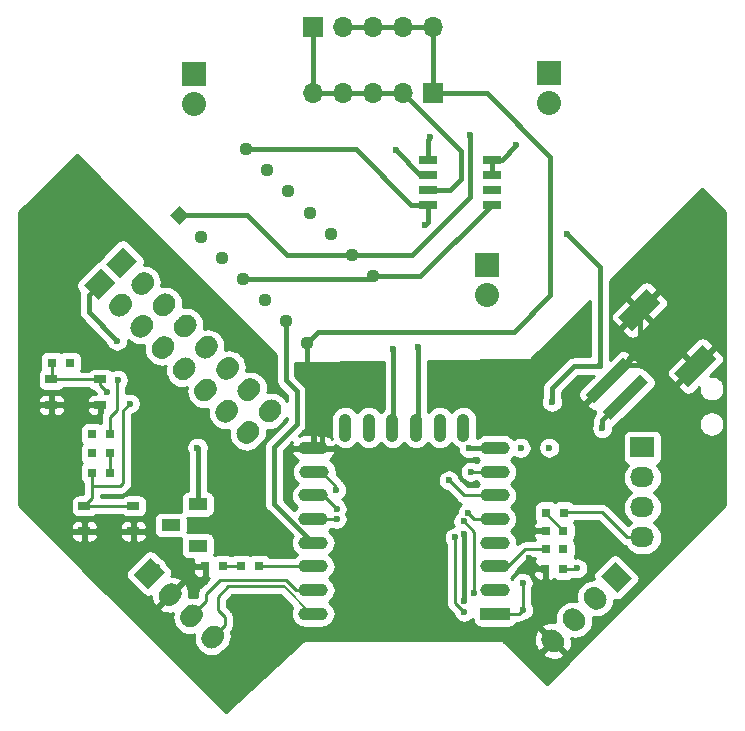
<source format=gbr>
%TF.GenerationSoftware,KiCad,Pcbnew,(5.1.10)-1*%
%TF.CreationDate,2022-09-07T09:41:17-03:00*%
%TF.ProjectId,OpenBCI_Wifi_Shield,4f70656e-4243-4495-9f57-6966695f5368,v1.0.0*%
%TF.SameCoordinates,Original*%
%TF.FileFunction,Copper,L1,Top*%
%TF.FilePolarity,Positive*%
%FSLAX46Y46*%
G04 Gerber Fmt 4.6, Leading zero omitted, Abs format (unit mm)*
G04 Created by KiCad (PCBNEW (5.1.10)-1) date 2022-09-07 09:41:17*
%MOMM*%
%LPD*%
G01*
G04 APERTURE LIST*
%TA.AperFunction,SMDPad,CuDef*%
%ADD10R,0.800000X0.750000*%
%TD*%
%TA.AperFunction,SMDPad,CuDef*%
%ADD11R,1.600000X1.000000*%
%TD*%
%TA.AperFunction,SMDPad,CuDef*%
%ADD12R,2.500000X1.100000*%
%TD*%
%TA.AperFunction,SMDPad,CuDef*%
%ADD13O,2.500000X1.100000*%
%TD*%
%TA.AperFunction,SMDPad,CuDef*%
%ADD14O,1.100000X2.400000*%
%TD*%
%TA.AperFunction,SMDPad,CuDef*%
%ADD15R,1.050000X0.650000*%
%TD*%
%TA.AperFunction,ComponentPad*%
%ADD16C,0.100000*%
%TD*%
%TA.AperFunction,ComponentPad*%
%ADD17R,2.032000X1.727200*%
%TD*%
%TA.AperFunction,ComponentPad*%
%ADD18O,2.032000X1.727200*%
%TD*%
%TA.AperFunction,ComponentPad*%
%ADD19R,2.032000X2.032000*%
%TD*%
%TA.AperFunction,ComponentPad*%
%ADD20O,2.032000X2.032000*%
%TD*%
%TA.AperFunction,SMDPad,CuDef*%
%ADD21C,0.100000*%
%TD*%
%TA.AperFunction,SMDPad,CuDef*%
%ADD22R,0.797560X0.797560*%
%TD*%
%TA.AperFunction,SMDPad,CuDef*%
%ADD23R,1.528000X0.650000*%
%TD*%
%TA.AperFunction,ComponentPad*%
%ADD24C,1.130000*%
%TD*%
%TA.AperFunction,ComponentPad*%
%ADD25O,1.700000X1.700000*%
%TD*%
%TA.AperFunction,ComponentPad*%
%ADD26R,1.700000X1.700000*%
%TD*%
%TA.AperFunction,ViaPad*%
%ADD27C,0.600000*%
%TD*%
%TA.AperFunction,Conductor*%
%ADD28C,0.381000*%
%TD*%
%TA.AperFunction,Conductor*%
%ADD29C,0.250000*%
%TD*%
%TA.AperFunction,Conductor*%
%ADD30C,0.203200*%
%TD*%
%TA.AperFunction,Conductor*%
%ADD31C,0.254000*%
%TD*%
%TA.AperFunction,Conductor*%
%ADD32C,0.100000*%
%TD*%
G04 APERTURE END LIST*
D10*
%TO.P,R8,1*%
%TO.N,GND*%
X122897200Y-106680000D03*
%TO.P,R8,2*%
%TO.N,Net-(D4-Pad1)*%
X124397200Y-106680000D03*
%TD*%
D11*
%TO.P,SW4,3*%
%TO.N,/XVDD*%
X93449000Y-104432000D03*
%TO.P,SW4,2*%
%TO.N,+3V3*%
X91149000Y-106182000D03*
%TO.P,SW4,1*%
X93449000Y-107932000D03*
%TD*%
D12*
%TO.P,U1,1*%
%TO.N,/RESET*%
X118624000Y-113682000D03*
D13*
%TO.P,U1,2*%
%TO.N,Net-(U1-Pad2)*%
X118624000Y-111682000D03*
%TO.P,U1,3*%
%TO.N,Net-(R5-Pad2)*%
X118624000Y-109682000D03*
%TO.P,U1,4*%
%TO.N,Net-(U1-Pad4)*%
X118624000Y-107682000D03*
%TO.P,U1,5*%
%TO.N,SCLK*%
X118624000Y-105682000D03*
%TO.P,U1,6*%
%TO.N,MISO*%
X118624000Y-103682000D03*
%TO.P,U1,7*%
%TO.N,MOSI*%
X118624000Y-101682000D03*
%TO.P,U1,8*%
%TO.N,+3V3*%
X118624000Y-99682000D03*
%TO.P,U1,9*%
%TO.N,GND*%
X103224000Y-99682000D03*
%TO.P,U1,10*%
%TO.N,ESP_SS*%
X103324000Y-101682000D03*
%TO.P,U1,11*%
%TO.N,Net-(R7-Pad2)*%
X103224000Y-103682000D03*
%TO.P,U1,12*%
%TO.N,Net-(R4-Pad2)*%
X103224000Y-105682000D03*
%TO.P,U1,13*%
%TO.N,/C_C*%
X103224000Y-107682000D03*
%TO.P,U1,14*%
%TO.N,Net-(D2-Pad2)*%
X103224000Y-109682000D03*
%TO.P,U1,15*%
%TO.N,RXD*%
X103224000Y-111682000D03*
%TO.P,U1,16*%
%TO.N,TXD*%
X103224000Y-113682000D03*
D14*
%TO.P,U1,17*%
%TO.N,Net-(U1-Pad17)*%
X115934000Y-97932000D03*
%TO.P,U1,18*%
%TO.N,Net-(U1-Pad18)*%
X113934000Y-97932000D03*
%TO.P,U1,19*%
%TO.N,/C_A*%
X111934000Y-97932000D03*
%TO.P,U1,20*%
%TO.N,/C_B*%
X109934000Y-97932000D03*
%TO.P,U1,21*%
%TO.N,Net-(U1-Pad21)*%
X107934000Y-97932000D03*
%TO.P,U1,22*%
%TO.N,Net-(U1-Pad22)*%
X105934000Y-97932000D03*
%TD*%
D15*
%TO.P,SW2,1*%
%TO.N,Net-(R4-Pad2)*%
X83839200Y-104557600D03*
%TO.P,SW2,2*%
X87989200Y-104557600D03*
%TO.P,SW2,3*%
%TO.N,GND*%
X83839200Y-106707600D03*
%TO.P,SW2,4*%
X87989200Y-106707600D03*
%TD*%
%TA.AperFunction,ComponentPad*%
D16*
%TO.P,P8,1*%
%TO.N,/XVDD*%
G36*
X83786322Y-85883563D02*
G01*
X85223163Y-84446722D01*
X86444478Y-85668037D01*
X85007637Y-87104878D01*
X83786322Y-85883563D01*
G37*
%TD.AperFunction*%
%TO.P,P8,2*%
%TO.N,GND*%
%TA.AperFunction,ComponentPad*%
G36*
G01*
X86193031Y-87068957D02*
X86408557Y-86853431D01*
G75*
G02*
X87629871Y-86853431I610657J-610657D01*
G01*
X87629871Y-86853431D01*
G75*
G02*
X87629871Y-88074745I-610657J-610657D01*
G01*
X87414345Y-88290271D01*
G75*
G02*
X86193031Y-88290271I-610657J610657D01*
G01*
X86193031Y-88290271D01*
G75*
G02*
X86193031Y-87068957I610657J610657D01*
G01*
G37*
%TD.AperFunction*%
%TO.P,P8,3*%
%TO.N,MISO*%
%TA.AperFunction,ComponentPad*%
G36*
G01*
X87989082Y-88865008D02*
X88204608Y-88649482D01*
G75*
G02*
X89425922Y-88649482I610657J-610657D01*
G01*
X89425922Y-88649482D01*
G75*
G02*
X89425922Y-89870796I-610657J-610657D01*
G01*
X89210396Y-90086322D01*
G75*
G02*
X87989082Y-90086322I-610657J610657D01*
G01*
X87989082Y-90086322D01*
G75*
G02*
X87989082Y-88865008I610657J610657D01*
G01*
G37*
%TD.AperFunction*%
%TO.P,P8,4*%
%TO.N,SCLK*%
%TA.AperFunction,ComponentPad*%
G36*
G01*
X89785134Y-90661060D02*
X90000660Y-90445534D01*
G75*
G02*
X91221974Y-90445534I610657J-610657D01*
G01*
X91221974Y-90445534D01*
G75*
G02*
X91221974Y-91666848I-610657J-610657D01*
G01*
X91006448Y-91882374D01*
G75*
G02*
X89785134Y-91882374I-610657J610657D01*
G01*
X89785134Y-91882374D01*
G75*
G02*
X89785134Y-90661060I610657J610657D01*
G01*
G37*
%TD.AperFunction*%
%TO.P,P8,5*%
%TO.N,Net-(P8-Pad5)*%
%TA.AperFunction,ComponentPad*%
G36*
G01*
X91581185Y-92457111D02*
X91796711Y-92241585D01*
G75*
G02*
X93018025Y-92241585I610657J-610657D01*
G01*
X93018025Y-92241585D01*
G75*
G02*
X93018025Y-93462899I-610657J-610657D01*
G01*
X92802499Y-93678425D01*
G75*
G02*
X91581185Y-93678425I-610657J610657D01*
G01*
X91581185Y-93678425D01*
G75*
G02*
X91581185Y-92457111I610657J610657D01*
G01*
G37*
%TD.AperFunction*%
%TO.P,P8,6*%
%TO.N,Net-(P8-Pad6)*%
%TA.AperFunction,ComponentPad*%
G36*
G01*
X93377236Y-94253162D02*
X93592762Y-94037636D01*
G75*
G02*
X94814076Y-94037636I610657J-610657D01*
G01*
X94814076Y-94037636D01*
G75*
G02*
X94814076Y-95258950I-610657J-610657D01*
G01*
X94598550Y-95474476D01*
G75*
G02*
X93377236Y-95474476I-610657J610657D01*
G01*
X93377236Y-95474476D01*
G75*
G02*
X93377236Y-94253162I610657J610657D01*
G01*
G37*
%TD.AperFunction*%
%TO.P,P8,7*%
%TO.N,MOSI*%
%TA.AperFunction,ComponentPad*%
G36*
G01*
X95173287Y-96049213D02*
X95388813Y-95833687D01*
G75*
G02*
X96610127Y-95833687I610657J-610657D01*
G01*
X96610127Y-95833687D01*
G75*
G02*
X96610127Y-97055001I-610657J-610657D01*
G01*
X96394601Y-97270527D01*
G75*
G02*
X95173287Y-97270527I-610657J610657D01*
G01*
X95173287Y-97270527D01*
G75*
G02*
X95173287Y-96049213I610657J610657D01*
G01*
G37*
%TD.AperFunction*%
%TO.P,P8,8*%
%TO.N,Net-(P8-Pad8)*%
%TA.AperFunction,ComponentPad*%
G36*
G01*
X96969339Y-97845265D02*
X97184865Y-97629739D01*
G75*
G02*
X98406179Y-97629739I610657J-610657D01*
G01*
X98406179Y-97629739D01*
G75*
G02*
X98406179Y-98851053I-610657J-610657D01*
G01*
X98190653Y-99066579D01*
G75*
G02*
X96969339Y-99066579I-610657J610657D01*
G01*
X96969339Y-99066579D01*
G75*
G02*
X96969339Y-97845265I610657J610657D01*
G01*
G37*
%TD.AperFunction*%
%TD*%
D17*
%TO.P,P9,1*%
%TO.N,Net-(P9-Pad1)*%
X131098400Y-99618800D03*
D18*
%TO.P,P9,2*%
%TO.N,Net-(P9-Pad2)*%
X131098400Y-102158800D03*
%TO.P,P9,3*%
%TO.N,/RESET*%
X131098400Y-104698800D03*
%TO.P,P9,4*%
%TO.N,/OBCI_LED*%
X131098400Y-107238800D03*
%TD*%
%TA.AperFunction,ComponentPad*%
D16*
%TO.P,P10,1*%
%TO.N,ESP_SS*%
G36*
X128783037Y-109273722D02*
G01*
X130219878Y-110710563D01*
X128998563Y-111931878D01*
X127561722Y-110495037D01*
X128783037Y-109273722D01*
G37*
%TD.AperFunction*%
%TO.P,P10,2*%
%TO.N,Net-(P10-Pad2)*%
%TA.AperFunction,ComponentPad*%
G36*
G01*
X127597643Y-111680431D02*
X127813169Y-111895957D01*
G75*
G02*
X127813169Y-113117271I-610657J-610657D01*
G01*
X127813169Y-113117271D01*
G75*
G02*
X126591855Y-113117271I-610657J610657D01*
G01*
X126376329Y-112901745D01*
G75*
G02*
X126376329Y-111680431I610657J610657D01*
G01*
X126376329Y-111680431D01*
G75*
G02*
X127597643Y-111680431I610657J-610657D01*
G01*
G37*
%TD.AperFunction*%
%TO.P,P10,3*%
%TO.N,/XVDD*%
%TA.AperFunction,ComponentPad*%
G36*
G01*
X125801592Y-113476482D02*
X126017118Y-113692008D01*
G75*
G02*
X126017118Y-114913322I-610657J-610657D01*
G01*
X126017118Y-114913322D01*
G75*
G02*
X124795804Y-114913322I-610657J610657D01*
G01*
X124580278Y-114697796D01*
G75*
G02*
X124580278Y-113476482I610657J610657D01*
G01*
X124580278Y-113476482D01*
G75*
G02*
X125801592Y-113476482I610657J-610657D01*
G01*
G37*
%TD.AperFunction*%
%TO.P,P10,4*%
%TO.N,GND*%
%TA.AperFunction,ComponentPad*%
G36*
G01*
X124005540Y-115272534D02*
X124221066Y-115488060D01*
G75*
G02*
X124221066Y-116709374I-610657J-610657D01*
G01*
X124221066Y-116709374D01*
G75*
G02*
X122999752Y-116709374I-610657J610657D01*
G01*
X122784226Y-116493848D01*
G75*
G02*
X122784226Y-115272534I610657J610657D01*
G01*
X122784226Y-115272534D01*
G75*
G02*
X124005540Y-115272534I610657J-610657D01*
G01*
G37*
%TD.AperFunction*%
%TD*%
%TA.AperFunction,ComponentPad*%
%TO.P,P7,1*%
%TO.N,Net-(P7-Pad1)*%
G36*
X85665922Y-84054763D02*
G01*
X87102763Y-82617922D01*
X88324078Y-83839237D01*
X86887237Y-85276078D01*
X85665922Y-84054763D01*
G37*
%TD.AperFunction*%
%TO.P,P7,2*%
%TO.N,Net-(P7-Pad2)*%
%TA.AperFunction,ComponentPad*%
G36*
G01*
X88072631Y-85240157D02*
X88288157Y-85024631D01*
G75*
G02*
X89509471Y-85024631I610657J-610657D01*
G01*
X89509471Y-85024631D01*
G75*
G02*
X89509471Y-86245945I-610657J-610657D01*
G01*
X89293945Y-86461471D01*
G75*
G02*
X88072631Y-86461471I-610657J610657D01*
G01*
X88072631Y-86461471D01*
G75*
G02*
X88072631Y-85240157I610657J610657D01*
G01*
G37*
%TD.AperFunction*%
%TO.P,P7,3*%
%TO.N,Net-(P7-Pad3)*%
%TA.AperFunction,ComponentPad*%
G36*
G01*
X89868682Y-87036208D02*
X90084208Y-86820682D01*
G75*
G02*
X91305522Y-86820682I610657J-610657D01*
G01*
X91305522Y-86820682D01*
G75*
G02*
X91305522Y-88041996I-610657J-610657D01*
G01*
X91089996Y-88257522D01*
G75*
G02*
X89868682Y-88257522I-610657J610657D01*
G01*
X89868682Y-88257522D01*
G75*
G02*
X89868682Y-87036208I610657J610657D01*
G01*
G37*
%TD.AperFunction*%
%TO.P,P7,4*%
%TO.N,Net-(P7-Pad4)*%
%TA.AperFunction,ComponentPad*%
G36*
G01*
X91664734Y-88832260D02*
X91880260Y-88616734D01*
G75*
G02*
X93101574Y-88616734I610657J-610657D01*
G01*
X93101574Y-88616734D01*
G75*
G02*
X93101574Y-89838048I-610657J-610657D01*
G01*
X92886048Y-90053574D01*
G75*
G02*
X91664734Y-90053574I-610657J610657D01*
G01*
X91664734Y-90053574D01*
G75*
G02*
X91664734Y-88832260I610657J610657D01*
G01*
G37*
%TD.AperFunction*%
%TO.P,P7,5*%
%TO.N,Net-(P7-Pad5)*%
%TA.AperFunction,ComponentPad*%
G36*
G01*
X93460785Y-90628311D02*
X93676311Y-90412785D01*
G75*
G02*
X94897625Y-90412785I610657J-610657D01*
G01*
X94897625Y-90412785D01*
G75*
G02*
X94897625Y-91634099I-610657J-610657D01*
G01*
X94682099Y-91849625D01*
G75*
G02*
X93460785Y-91849625I-610657J610657D01*
G01*
X93460785Y-91849625D01*
G75*
G02*
X93460785Y-90628311I610657J610657D01*
G01*
G37*
%TD.AperFunction*%
%TO.P,P7,6*%
%TO.N,Net-(P7-Pad6)*%
%TA.AperFunction,ComponentPad*%
G36*
G01*
X95256836Y-92424362D02*
X95472362Y-92208836D01*
G75*
G02*
X96693676Y-92208836I610657J-610657D01*
G01*
X96693676Y-92208836D01*
G75*
G02*
X96693676Y-93430150I-610657J-610657D01*
G01*
X96478150Y-93645676D01*
G75*
G02*
X95256836Y-93645676I-610657J610657D01*
G01*
X95256836Y-93645676D01*
G75*
G02*
X95256836Y-92424362I610657J610657D01*
G01*
G37*
%TD.AperFunction*%
%TO.P,P7,7*%
%TO.N,Net-(P7-Pad7)*%
%TA.AperFunction,ComponentPad*%
G36*
G01*
X97052887Y-94220413D02*
X97268413Y-94004887D01*
G75*
G02*
X98489727Y-94004887I610657J-610657D01*
G01*
X98489727Y-94004887D01*
G75*
G02*
X98489727Y-95226201I-610657J-610657D01*
G01*
X98274201Y-95441727D01*
G75*
G02*
X97052887Y-95441727I-610657J610657D01*
G01*
X97052887Y-95441727D01*
G75*
G02*
X97052887Y-94220413I610657J610657D01*
G01*
G37*
%TD.AperFunction*%
%TO.P,P7,8*%
%TO.N,Net-(P7-Pad8)*%
%TA.AperFunction,ComponentPad*%
G36*
G01*
X98848939Y-96016465D02*
X99064465Y-95800939D01*
G75*
G02*
X100285779Y-95800939I610657J-610657D01*
G01*
X100285779Y-95800939D01*
G75*
G02*
X100285779Y-97022253I-610657J-610657D01*
G01*
X100070253Y-97237779D01*
G75*
G02*
X98848939Y-97237779I-610657J610657D01*
G01*
X98848939Y-97237779D01*
G75*
G02*
X98848939Y-96016465I610657J610657D01*
G01*
G37*
%TD.AperFunction*%
%TD*%
D19*
%TO.P,P4,1*%
%TO.N,Net-(P4-Pad1)*%
X93091000Y-68026000D03*
D20*
%TO.P,P4,2*%
%TO.N,Net-(P4-Pad2)*%
X93091000Y-70566000D03*
%TD*%
D19*
%TO.P,P6,1*%
%TO.N,Net-(P6-Pad1)*%
X117967000Y-84201000D03*
D20*
%TO.P,P6,2*%
%TO.N,Net-(P6-Pad2)*%
X117967000Y-86741000D03*
%TD*%
D19*
%TO.P,P5,1*%
%TO.N,Net-(P5-Pad1)*%
X123190000Y-67899000D03*
D20*
%TO.P,P5,2*%
%TO.N,Net-(P5-Pad2)*%
X123190000Y-70439000D03*
%TD*%
%TA.AperFunction,ComponentPad*%
D16*
%TO.P,P1,1*%
%TO.N,+3V3*%
G36*
X87994922Y-110389763D02*
G01*
X89431763Y-108952922D01*
X90653078Y-110174237D01*
X89216237Y-111611078D01*
X87994922Y-110389763D01*
G37*
%TD.AperFunction*%
%TO.P,P1,2*%
%TO.N,GND*%
%TA.AperFunction,ComponentPad*%
G36*
G01*
X90401631Y-111575157D02*
X90617157Y-111359631D01*
G75*
G02*
X91838471Y-111359631I610657J-610657D01*
G01*
X91838471Y-111359631D01*
G75*
G02*
X91838471Y-112580945I-610657J-610657D01*
G01*
X91622945Y-112796471D01*
G75*
G02*
X90401631Y-112796471I-610657J610657D01*
G01*
X90401631Y-112796471D01*
G75*
G02*
X90401631Y-111575157I610657J610657D01*
G01*
G37*
%TD.AperFunction*%
%TO.P,P1,3*%
%TO.N,RXD*%
%TA.AperFunction,ComponentPad*%
G36*
G01*
X92197682Y-113371208D02*
X92413208Y-113155682D01*
G75*
G02*
X93634522Y-113155682I610657J-610657D01*
G01*
X93634522Y-113155682D01*
G75*
G02*
X93634522Y-114376996I-610657J-610657D01*
G01*
X93418996Y-114592522D01*
G75*
G02*
X92197682Y-114592522I-610657J610657D01*
G01*
X92197682Y-114592522D01*
G75*
G02*
X92197682Y-113371208I610657J610657D01*
G01*
G37*
%TD.AperFunction*%
%TO.P,P1,4*%
%TO.N,TXD*%
%TA.AperFunction,ComponentPad*%
G36*
G01*
X93993734Y-115167260D02*
X94209260Y-114951734D01*
G75*
G02*
X95430574Y-114951734I610657J-610657D01*
G01*
X95430574Y-114951734D01*
G75*
G02*
X95430574Y-116173048I-610657J-610657D01*
G01*
X95215048Y-116388574D01*
G75*
G02*
X93993734Y-116388574I-610657J610657D01*
G01*
X93993734Y-116388574D01*
G75*
G02*
X93993734Y-115167260I610657J610657D01*
G01*
G37*
%TD.AperFunction*%
%TD*%
D10*
%TO.P,R1,1*%
%TO.N,+3V3*%
X82588800Y-92456000D03*
%TO.P,R1,2*%
%TO.N,/RESET*%
X81088800Y-92456000D03*
%TD*%
%TO.P,R3,1*%
%TO.N,GND*%
X94068200Y-109664500D03*
%TO.P,R3,2*%
%TO.N,Net-(D2-Pad1)*%
X95568200Y-109664500D03*
%TD*%
%TO.P,R4,1*%
%TO.N,Net-(D3-Pad1)*%
X85992400Y-101752400D03*
%TO.P,R4,2*%
%TO.N,Net-(R4-Pad2)*%
X84492400Y-101752400D03*
%TD*%
D15*
%TO.P,SW1,1*%
%TO.N,GND*%
X85210500Y-96013500D03*
%TO.P,SW1,2*%
X81060500Y-96013500D03*
%TO.P,SW1,3*%
%TO.N,/RESET*%
X85210500Y-93863500D03*
%TO.P,SW1,4*%
X81060500Y-93863500D03*
%TD*%
D10*
%TO.P,R5,1*%
%TO.N,+3V3*%
X124397200Y-108254800D03*
%TO.P,R5,2*%
%TO.N,Net-(R5-Pad2)*%
X122897200Y-108254800D03*
%TD*%
%TO.P,R6,1*%
%TO.N,ESP_SS*%
X124374000Y-109882000D03*
%TO.P,R6,2*%
%TO.N,GND*%
X122874000Y-109882000D03*
%TD*%
%TO.P,R7,1*%
%TO.N,+3V3*%
X84492400Y-98501200D03*
%TO.P,R7,2*%
%TO.N,Net-(R7-Pad2)*%
X85992400Y-98501200D03*
%TD*%
%TA.AperFunction,SMDPad,CuDef*%
D21*
%TO.P,P2,2*%
%TO.N,GND*%
G36*
X130176633Y-92686645D02*
G01*
X126994652Y-95868626D01*
X126287545Y-95161519D01*
X129469526Y-91979538D01*
X130176633Y-92686645D01*
G37*
%TD.AperFunction*%
%TA.AperFunction,SMDPad,CuDef*%
%TO.P,P2,1*%
%TO.N,+BATT*%
G36*
X131590847Y-94100858D02*
G01*
X128408866Y-97282839D01*
X127701759Y-96575732D01*
X130883740Y-93393751D01*
X131590847Y-94100858D01*
G37*
%TD.AperFunction*%
%TA.AperFunction,SMDPad,CuDef*%
%TO.P,P2,4*%
%TO.N,GND*%
G36*
X132651507Y-87383344D02*
G01*
X130247344Y-89787507D01*
X129045263Y-88585426D01*
X131449426Y-86181263D01*
X132651507Y-87383344D01*
G37*
%TD.AperFunction*%
%TA.AperFunction,SMDPad,CuDef*%
%TO.P,P2,3*%
G36*
X137389122Y-92120959D02*
G01*
X134984959Y-94525122D01*
X133782878Y-93323041D01*
X136187041Y-90918878D01*
X137389122Y-92120959D01*
G37*
%TD.AperFunction*%
%TD*%
D22*
%TO.P,D2,2*%
%TO.N,Net-(D2-Pad2)*%
X98602800Y-109664500D03*
%TO.P,D2,1*%
%TO.N,Net-(D2-Pad1)*%
X97104200Y-109664500D03*
%TD*%
%TO.P,D3,2*%
%TO.N,+3V3*%
X84493100Y-100126800D03*
%TO.P,D3,1*%
%TO.N,Net-(D3-Pad1)*%
X85991700Y-100126800D03*
%TD*%
%TO.P,D4,2*%
%TO.N,/OBCI_LED*%
X124447300Y-105130600D03*
%TO.P,D4,1*%
%TO.N,Net-(D4-Pad1)*%
X122948700Y-105130600D03*
%TD*%
D23*
%TO.P,IC1,1*%
%TO.N,/I1*%
X112900000Y-75242000D03*
%TO.P,IC1,2*%
%TO.N,/I2*%
X112900000Y-76512000D03*
%TO.P,IC1,3*%
%TO.N,/A_OUT*%
X112900000Y-77782000D03*
%TO.P,IC1,4*%
%TO.N,/6V*%
X112900000Y-79052000D03*
%TO.P,IC1,5*%
%TO.N,/B_OUT*%
X118322000Y-79052000D03*
%TO.P,IC1,6*%
%TO.N,Net-(IC1-Pad6)*%
X118322000Y-77782000D03*
%TO.P,IC1,7*%
%TO.N,/6V*%
X118322000Y-76512000D03*
%TO.P,IC1,8*%
X118322000Y-75242000D03*
%TD*%
%TA.AperFunction,ComponentPad*%
D16*
%TO.P,IC2,1*%
%TO.N,/I1*%
G36*
X91915632Y-80765091D02*
G01*
X91116601Y-79966060D01*
X91915632Y-79167029D01*
X92714663Y-79966060D01*
X91915632Y-80765091D01*
G37*
%TD.AperFunction*%
D24*
%TO.P,IC2,2*%
%TO.N,/A_OUT*%
X93711684Y-81762111D03*
%TO.P,IC2,3*%
%TO.N,/I2*%
X95507735Y-83558163D03*
%TO.P,IC2,4*%
%TO.N,/B_OUT*%
X97303786Y-85354214D03*
%TO.P,IC2,5*%
%TO.N,/C_B*%
X99099837Y-87150265D03*
%TO.P,IC2,6*%
%TO.N,/C_C*%
X100895889Y-88946316D03*
%TO.P,IC2,7*%
%TO.N,GND*%
X102691940Y-90742368D03*
%TO.P,IC2,8*%
%TO.N,/B_OUT*%
X108306368Y-85127940D03*
%TO.P,IC2,9*%
%TO.N,/I1*%
X106510316Y-83331889D03*
%TO.P,IC2,10*%
%TO.N,Net-(IC2-Pad10)*%
X104714265Y-81535837D03*
%TO.P,IC2,11*%
%TO.N,Net-(IC2-Pad11)*%
X102918214Y-79739786D03*
%TO.P,IC2,12*%
%TO.N,Net-(IC2-Pad12)*%
X101122163Y-77943735D03*
%TO.P,IC2,13*%
%TO.N,/C_A*%
X99326111Y-76147684D03*
%TO.P,IC2,14*%
%TO.N,/6V*%
X97530060Y-74351632D03*
%TD*%
D25*
%TO.P,J1,5*%
%TO.N,GND*%
X113371000Y-64047000D03*
%TO.P,J1,4*%
X110831000Y-64047000D03*
%TO.P,J1,3*%
X108291000Y-64047000D03*
%TO.P,J1,2*%
X105751000Y-64047000D03*
D26*
%TO.P,J1,1*%
%TO.N,/A_OUT*%
X103211000Y-64047000D03*
%TD*%
%TO.P,J2,1*%
%TO.N,GND*%
X113361000Y-69647000D03*
D25*
%TO.P,J2,2*%
%TO.N,/A_OUT*%
X110821000Y-69647000D03*
%TO.P,J2,3*%
X108281000Y-69647000D03*
%TO.P,J2,4*%
X105741000Y-69647000D03*
%TO.P,J2,5*%
X103201000Y-69647000D03*
%TD*%
D27*
%TO.N,/6V*%
X124711000Y-81547000D03*
%TO.N,/C_B*%
X110011000Y-91247000D03*
%TO.N,/6V*%
X112711000Y-80747000D03*
X120411000Y-74047000D03*
%TO.N,/I1*%
X116511000Y-73147000D03*
%TO.N,/I2*%
X110211000Y-74447000D03*
%TO.N,/C_A*%
X112111000Y-91147000D03*
%TO.N,+3V3*%
X120786000Y-99647000D03*
X123199000Y-99632000D03*
X116395500Y-99695000D03*
%TO.N,GND*%
X121461000Y-108947000D03*
X132636000Y-86197000D03*
X132161000Y-92647000D03*
X121259600Y-106680000D03*
X83312000Y-96012000D03*
X94074000Y-110982000D03*
X101249000Y-99757000D03*
X103899000Y-98482000D03*
X105199000Y-99682000D03*
X86124000Y-106707000D03*
%TO.N,+BATT*%
X127685800Y-97967800D03*
%TO.N,MISO*%
X114699000Y-102407000D03*
%TO.N,SCLK*%
X116324000Y-105157000D03*
%TO.N,MOSI*%
X116549000Y-101657000D03*
%TO.N,ESP_SS*%
X105174000Y-103232000D03*
X115949000Y-105882000D03*
X116814600Y-111912400D03*
X125552200Y-109855000D03*
%TO.N,Net-(R4-Pad2)*%
X105199000Y-105657000D03*
X87699000Y-95907000D03*
%TO.N,/6V*%
X123444000Y-95758000D03*
X127508000Y-92735400D03*
%TO.N,Net-(R7-Pad2)*%
X105199000Y-104807000D03*
X86674000Y-93907000D03*
%TO.N,/XVDD*%
X86614000Y-90576400D03*
X116024000Y-106957000D03*
X116024000Y-112657000D03*
X93424000Y-99632000D03*
%TO.N,/RESET*%
X120954800Y-111099600D03*
X120999000Y-113357000D03*
X115999000Y-113532000D03*
X85774000Y-94882000D03*
X115224000Y-107232000D03*
%TO.N,/I1*%
X113111000Y-73347000D03*
%TD*%
D28*
%TO.N,+3V3*%
X116395500Y-99695000D02*
X116408500Y-99682000D01*
X116408500Y-99682000D02*
X117924000Y-99682000D01*
X89974000Y-109632000D02*
X89324000Y-110282000D01*
D29*
%TO.N,GND*%
X122874000Y-109882000D02*
X122396000Y-109882000D01*
X122396000Y-109882000D02*
X121461000Y-108947000D01*
D28*
X130848385Y-87984385D02*
X130848385Y-91307786D01*
X130848385Y-91307786D02*
X128232089Y-93924082D01*
X130848385Y-87984385D02*
X135586000Y-92722000D01*
X130848385Y-87984385D02*
X132635770Y-86197000D01*
X132635770Y-86197000D02*
X132636000Y-86197000D01*
X128232089Y-93924082D02*
X129509171Y-92647000D01*
X129509171Y-92647000D02*
X132161000Y-92647000D01*
D29*
X122897200Y-106680000D02*
X121259600Y-106680000D01*
X81060500Y-96013500D02*
X83310500Y-96013500D01*
X83313500Y-96013500D02*
X83312000Y-96012000D01*
X83313500Y-96013500D02*
X85210500Y-96013500D01*
X83310500Y-96013500D02*
X83312000Y-96012000D01*
D28*
X86911451Y-87571851D02*
X86824549Y-87571851D01*
X94068200Y-109664500D02*
X94068200Y-110976200D01*
X94068200Y-110976200D02*
X94074000Y-110982000D01*
X103924000Y-99682000D02*
X101324000Y-99682000D01*
X101324000Y-99682000D02*
X101249000Y-99757000D01*
X103924000Y-99682000D02*
X103924000Y-98507000D01*
X103924000Y-98507000D02*
X103899000Y-98482000D01*
X103924000Y-99682000D02*
X105199000Y-99682000D01*
X83839200Y-106707600D02*
X86123400Y-106707600D01*
X86124600Y-106707600D02*
X86124000Y-106707000D01*
X86124600Y-106707600D02*
X87989200Y-106707600D01*
X86123400Y-106707600D02*
X86124000Y-106707000D01*
X103924000Y-99682000D02*
X103987200Y-99618800D01*
X113361000Y-64057000D02*
X113371000Y-64047000D01*
X113361000Y-69647000D02*
X113361000Y-64057000D01*
X105751000Y-64047000D02*
X108291000Y-64047000D01*
X110831000Y-64047000D02*
X108291000Y-64047000D01*
X110831000Y-64047000D02*
X113371000Y-64047000D01*
X113361000Y-69647000D02*
X117911000Y-69647000D01*
X117911000Y-69647000D02*
X123311000Y-75047000D01*
X123311000Y-75047000D02*
X123311000Y-86747000D01*
X123311000Y-86747000D02*
X120211000Y-89847000D01*
X103587308Y-89847000D02*
X102691940Y-90742368D01*
X120211000Y-89847000D02*
X103587308Y-89847000D01*
X102691940Y-97274940D02*
X103899000Y-98482000D01*
X102691940Y-90742368D02*
X102691940Y-97274940D01*
%TO.N,+BATT*%
X129646303Y-95338295D02*
X129646303Y-95346897D01*
X129646303Y-95346897D02*
X127685800Y-97307400D01*
X127685800Y-97307400D02*
X127685800Y-97967800D01*
D29*
%TO.N,Net-(D2-Pad1)*%
X97103500Y-109664500D02*
X95568200Y-109664500D01*
%TO.N,Net-(D2-Pad2)*%
X98603500Y-109664500D02*
X103906500Y-109664500D01*
X103906500Y-109664500D02*
X103924000Y-109682000D01*
D30*
X103868400Y-109626400D02*
X103924000Y-109682000D01*
D29*
%TO.N,RXD*%
X103924000Y-111682000D02*
X101725200Y-111682000D01*
X99263200Y-110845600D02*
X95300800Y-110845600D01*
X95300800Y-110845600D02*
X94132400Y-112014000D01*
X94132400Y-112014000D02*
X94132400Y-112657804D01*
X94132400Y-112657804D02*
X92916102Y-113874102D01*
X100888800Y-110845600D02*
X99263200Y-110845600D01*
X101725200Y-111682000D02*
X100888800Y-110845600D01*
%TO.N,TXD*%
X100717755Y-111375755D02*
X96040645Y-111375755D01*
D30*
X103024000Y-113682000D02*
X100717755Y-111375755D01*
D29*
X95758000Y-114624308D02*
X94712154Y-115670154D01*
X95758000Y-113995200D02*
X95758000Y-114624308D01*
X95148400Y-113385600D02*
X95758000Y-113995200D01*
X95148400Y-112268000D02*
X95148400Y-113385600D01*
X96040645Y-111375755D02*
X95148400Y-112268000D01*
X103924000Y-113682000D02*
X103024000Y-113682000D01*
X94774000Y-115608308D02*
X94712154Y-115670154D01*
D30*
X103924000Y-113682000D02*
X102887000Y-113682000D01*
D29*
%TO.N,MISO*%
X117924000Y-103682000D02*
X115974000Y-103682000D01*
X115974000Y-103682000D02*
X114699000Y-102407000D01*
%TO.N,SCLK*%
X117924000Y-105682000D02*
X116849000Y-105682000D01*
X116849000Y-105682000D02*
X116324000Y-105157000D01*
%TO.N,MOSI*%
X117924000Y-101682000D02*
X116574000Y-101682000D01*
X116574000Y-101682000D02*
X116549000Y-101657000D01*
D30*
X95891707Y-96552107D02*
X95853893Y-96552107D01*
D29*
%TO.N,ESP_SS*%
X105174000Y-102932000D02*
X103924000Y-101682000D01*
X105174000Y-103232000D02*
X105174000Y-102932000D01*
X116814600Y-106747600D02*
X115949000Y-105882000D01*
X116814600Y-111912400D02*
X116814600Y-106747600D01*
X125552200Y-109855000D02*
X125525200Y-109882000D01*
X125525200Y-109882000D02*
X124374000Y-109882000D01*
X104324000Y-101682000D02*
X103924000Y-101682000D01*
D30*
X104124000Y-101882000D02*
X103924000Y-101682000D01*
D29*
%TO.N,Net-(R4-Pad2)*%
X103924000Y-105682000D02*
X105174000Y-105682000D01*
X105174000Y-105682000D02*
X105199000Y-105657000D01*
X87699000Y-95907000D02*
X87149000Y-96457000D01*
X87149000Y-96457000D02*
X87149000Y-102632000D01*
X87149000Y-102632000D02*
X86899000Y-102882000D01*
X86899000Y-102882000D02*
X84492400Y-102882000D01*
X83839200Y-104557600D02*
X87989200Y-104557600D01*
X84492400Y-101752400D02*
X84492400Y-102882000D01*
X84492400Y-102882000D02*
X84492400Y-103904400D01*
X84492400Y-103904400D02*
X83839200Y-104557600D01*
D30*
X103924000Y-105682000D02*
X102661500Y-105682000D01*
D28*
%TO.N,/6V*%
X123444000Y-94564200D02*
X123444000Y-95758000D01*
X125272800Y-92735400D02*
X123444000Y-94564200D01*
X127508000Y-92735400D02*
X125272800Y-92735400D01*
D29*
%TO.N,Net-(D3-Pad1)*%
X85992400Y-100126800D02*
X85992400Y-101752400D01*
%TO.N,Net-(R5-Pad2)*%
X122897200Y-108254800D02*
X121153200Y-108254800D01*
X121153200Y-108254800D02*
X119726000Y-109682000D01*
X119726000Y-109682000D02*
X117924000Y-109682000D01*
%TO.N,Net-(R7-Pad2)*%
X103924000Y-103682000D02*
X104074000Y-103682000D01*
X104074000Y-103682000D02*
X105199000Y-104807000D01*
X86674000Y-93907000D02*
X86649000Y-93932000D01*
X86649000Y-93932000D02*
X86649000Y-96407000D01*
X86649000Y-96407000D02*
X85992400Y-97063600D01*
X85992400Y-97063600D02*
X85992400Y-98501200D01*
D28*
%TO.N,/XVDD*%
X84201000Y-86690200D02*
X85115400Y-85775800D01*
X84201000Y-88163400D02*
X84201000Y-86690200D01*
X86614000Y-90576400D02*
X84201000Y-88163400D01*
X116024000Y-112657000D02*
X116024000Y-106957000D01*
X93424000Y-99632000D02*
X93449000Y-99632000D01*
X93449000Y-99632000D02*
X93424000Y-99632000D01*
X93424000Y-99632000D02*
X93449000Y-99632000D01*
X93449000Y-104432000D02*
X93449000Y-99632000D01*
D29*
%TO.N,/OBCI_LED*%
X131098400Y-107238800D02*
X129819400Y-107238800D01*
X127685800Y-105105200D02*
X124397200Y-105105200D01*
X129819400Y-107238800D02*
X127685800Y-105105200D01*
%TO.N,/RESET*%
X120999000Y-111143800D02*
X120999000Y-113357000D01*
X120954800Y-111099600D02*
X120999000Y-111143800D01*
X115999000Y-113532000D02*
X115949000Y-113532000D01*
X120674000Y-113682000D02*
X120999000Y-113357000D01*
X117924000Y-113682000D02*
X120674000Y-113682000D01*
X85210500Y-94318500D02*
X85210500Y-93863500D01*
X85774000Y-94882000D02*
X85210500Y-94318500D01*
X115224000Y-112807000D02*
X115224000Y-107232000D01*
X115949000Y-113532000D02*
X115224000Y-112807000D01*
X81060500Y-93863500D02*
X85210500Y-93863500D01*
X81088800Y-92456000D02*
X81088800Y-93835200D01*
X81088800Y-93835200D02*
X81060500Y-93863500D01*
%TO.N,Net-(D4-Pad1)*%
X122897200Y-105105200D02*
X122897200Y-105180000D01*
X122897200Y-105180000D02*
X124397200Y-106680000D01*
D28*
%TO.N,/I1*%
X91915632Y-79966060D02*
X97630060Y-79966060D01*
X100995889Y-83331889D02*
X106510316Y-83331889D01*
X97630060Y-79966060D02*
X100995889Y-83331889D01*
X106510316Y-83331889D02*
X111626111Y-83331889D01*
X111626111Y-83331889D02*
X116511000Y-78447000D01*
X116511000Y-78447000D02*
X116511000Y-73147000D01*
X112900000Y-73558000D02*
X113111000Y-73347000D01*
X112900000Y-75242000D02*
X112900000Y-73558000D01*
%TO.N,/I2*%
X112276000Y-76512000D02*
X112900000Y-76512000D01*
X110211000Y-74447000D02*
X112276000Y-76512000D01*
%TO.N,/A_OUT*%
X103201000Y-64057000D02*
X103211000Y-64047000D01*
X103201000Y-69647000D02*
X103201000Y-64057000D01*
X103201000Y-69647000D02*
X105741000Y-69647000D01*
X105741000Y-69647000D02*
X108281000Y-69647000D01*
X110821000Y-69647000D02*
X108281000Y-69647000D01*
X110821000Y-69647000D02*
X115711000Y-74537000D01*
X115711000Y-74537000D02*
X115711000Y-76847000D01*
X114776000Y-77782000D02*
X112900000Y-77782000D01*
X115711000Y-76847000D02*
X114776000Y-77782000D01*
%TO.N,/6V*%
X97530060Y-74351632D02*
X106815632Y-74351632D01*
X111516000Y-79052000D02*
X112900000Y-79052000D01*
X106815632Y-74351632D02*
X111516000Y-79052000D01*
X118322000Y-76512000D02*
X118322000Y-75242000D01*
X112900000Y-80558000D02*
X112711000Y-80747000D01*
X112900000Y-79052000D02*
X112900000Y-80558000D01*
X119216000Y-75242000D02*
X120411000Y-74047000D01*
X118322000Y-75242000D02*
X119216000Y-75242000D01*
X127508000Y-84344000D02*
X124711000Y-81547000D01*
X127508000Y-92735400D02*
X127508000Y-84344000D01*
%TO.N,/B_OUT*%
X112246060Y-85127940D02*
X118322000Y-79052000D01*
X108306368Y-85127940D02*
X112246060Y-85127940D01*
X108080094Y-85354214D02*
X108306368Y-85127940D01*
X97303786Y-85354214D02*
X108080094Y-85354214D01*
%TO.N,/C_B*%
X110011000Y-97855000D02*
X109934000Y-97932000D01*
X110011000Y-91247000D02*
X110011000Y-97855000D01*
%TO.N,/C_C*%
X100895889Y-88946316D02*
X100895889Y-93931889D01*
X100895889Y-93931889D02*
X101811000Y-94847000D01*
X101811000Y-94847000D02*
X101811000Y-97647000D01*
X101811000Y-97647000D02*
X99911000Y-99547000D01*
X103193919Y-107682000D02*
X103924000Y-107682000D01*
X99911000Y-104399081D02*
X103193919Y-107682000D01*
X99911000Y-99547000D02*
X99911000Y-104399081D01*
%TO.N,/C_A*%
X112111000Y-97755000D02*
X111934000Y-97932000D01*
X112111000Y-91147000D02*
X112111000Y-97755000D01*
%TD*%
D31*
%TO.N,GND*%
X100070389Y-91782298D02*
X100070390Y-93891329D01*
X100066395Y-93931889D01*
X100082334Y-94093715D01*
X100129536Y-94249322D01*
X100206190Y-94392731D01*
X100226930Y-94418002D01*
X100309349Y-94518430D01*
X100340850Y-94544282D01*
X100985500Y-95188933D01*
X100985500Y-95684080D01*
X100927191Y-95574991D01*
X100739919Y-95346799D01*
X100511727Y-95159527D01*
X100251386Y-95020372D01*
X99968898Y-94934680D01*
X99675122Y-94905746D01*
X99381346Y-94934680D01*
X99344943Y-94945723D01*
X99355986Y-94909320D01*
X99384920Y-94615544D01*
X99355986Y-94321768D01*
X99270294Y-94039280D01*
X99131139Y-93778939D01*
X98943867Y-93550747D01*
X98715675Y-93363475D01*
X98455334Y-93224320D01*
X98172846Y-93138628D01*
X97879070Y-93109694D01*
X97585294Y-93138628D01*
X97548893Y-93149670D01*
X97559935Y-93113269D01*
X97588869Y-92819493D01*
X97559935Y-92525717D01*
X97474243Y-92243229D01*
X97335088Y-91982888D01*
X97147816Y-91754696D01*
X96919624Y-91567424D01*
X96659283Y-91428269D01*
X96376795Y-91342577D01*
X96083019Y-91313643D01*
X95789243Y-91342577D01*
X95752842Y-91353619D01*
X95763884Y-91317218D01*
X95792818Y-91023442D01*
X95763884Y-90729666D01*
X95678192Y-90447178D01*
X95539037Y-90186837D01*
X95351765Y-89958645D01*
X95123573Y-89771373D01*
X94863232Y-89632218D01*
X94580744Y-89546526D01*
X94286968Y-89517592D01*
X93993192Y-89546526D01*
X93956791Y-89557568D01*
X93967833Y-89521167D01*
X93996767Y-89227391D01*
X93967833Y-88933615D01*
X93882141Y-88651127D01*
X93742986Y-88390786D01*
X93555714Y-88162594D01*
X93327522Y-87975322D01*
X93067181Y-87836167D01*
X92784693Y-87750475D01*
X92490917Y-87721541D01*
X92197141Y-87750475D01*
X92160738Y-87761518D01*
X92171781Y-87725115D01*
X92200715Y-87431339D01*
X92171781Y-87137563D01*
X92086089Y-86855075D01*
X91946934Y-86594734D01*
X91759662Y-86366542D01*
X91531470Y-86179270D01*
X91271129Y-86040115D01*
X90988641Y-85954423D01*
X90694865Y-85925489D01*
X90401089Y-85954423D01*
X90364688Y-85965465D01*
X90375730Y-85929064D01*
X90404664Y-85635288D01*
X90375730Y-85341512D01*
X90290038Y-85059024D01*
X90150883Y-84798683D01*
X89963611Y-84570491D01*
X89735419Y-84383219D01*
X89475078Y-84244064D01*
X89192590Y-84158372D01*
X88898814Y-84129438D01*
X88888434Y-84130460D01*
X88913580Y-84083417D01*
X88949890Y-83963719D01*
X88962150Y-83839237D01*
X88949890Y-83714755D01*
X88913580Y-83595057D01*
X88854615Y-83484743D01*
X88775263Y-83388052D01*
X87553948Y-82166737D01*
X87457257Y-82087385D01*
X87346943Y-82028420D01*
X87227245Y-81992110D01*
X87102763Y-81979850D01*
X86978281Y-81992110D01*
X86858583Y-82028420D01*
X86748269Y-82087385D01*
X86651578Y-82166737D01*
X85214737Y-83603578D01*
X85135385Y-83700269D01*
X85076420Y-83810583D01*
X85070714Y-83829394D01*
X84978983Y-83857220D01*
X84868669Y-83916185D01*
X84771978Y-83995537D01*
X83335137Y-85432378D01*
X83255785Y-85529069D01*
X83196820Y-85639383D01*
X83160510Y-85759081D01*
X83148250Y-85883563D01*
X83160510Y-86008045D01*
X83196820Y-86127743D01*
X83255785Y-86238057D01*
X83335137Y-86334748D01*
X83420336Y-86419947D01*
X83387445Y-86528374D01*
X83371506Y-86690200D01*
X83375501Y-86730760D01*
X83375500Y-88122849D01*
X83371506Y-88163400D01*
X83375500Y-88203950D01*
X83375500Y-88203952D01*
X83387444Y-88325225D01*
X83426676Y-88454555D01*
X83434647Y-88480833D01*
X83511301Y-88624242D01*
X83523462Y-88639060D01*
X83614459Y-88749941D01*
X83645966Y-88775798D01*
X85713848Y-90843681D01*
X85714932Y-90849129D01*
X85785414Y-91019289D01*
X85887738Y-91172428D01*
X86017972Y-91302662D01*
X86171111Y-91404986D01*
X86341271Y-91475468D01*
X86521911Y-91511400D01*
X86706089Y-91511400D01*
X86886729Y-91475468D01*
X87056889Y-91404986D01*
X87210028Y-91302662D01*
X87340262Y-91172428D01*
X87442586Y-91019289D01*
X87513068Y-90849129D01*
X87549000Y-90668489D01*
X87549000Y-90551999D01*
X87763134Y-90727734D01*
X88023475Y-90866889D01*
X88305963Y-90952581D01*
X88599739Y-90981515D01*
X88893515Y-90952581D01*
X88929918Y-90941538D01*
X88918875Y-90977941D01*
X88889941Y-91271717D01*
X88918875Y-91565493D01*
X89004567Y-91847981D01*
X89143722Y-92108322D01*
X89330994Y-92336514D01*
X89559186Y-92523786D01*
X89819527Y-92662941D01*
X90102015Y-92748633D01*
X90395791Y-92777567D01*
X90689567Y-92748633D01*
X90725968Y-92737591D01*
X90714926Y-92773992D01*
X90685992Y-93067768D01*
X90714926Y-93361544D01*
X90800618Y-93644032D01*
X90939773Y-93904373D01*
X91127045Y-94132565D01*
X91355237Y-94319837D01*
X91615578Y-94458992D01*
X91898066Y-94544684D01*
X92191842Y-94573618D01*
X92485618Y-94544684D01*
X92522019Y-94533642D01*
X92510977Y-94570043D01*
X92482043Y-94863819D01*
X92510977Y-95157595D01*
X92596669Y-95440083D01*
X92735824Y-95700424D01*
X92923096Y-95928616D01*
X93151288Y-96115888D01*
X93411629Y-96255043D01*
X93694117Y-96340735D01*
X93987893Y-96369669D01*
X94281669Y-96340735D01*
X94318070Y-96329693D01*
X94307028Y-96366094D01*
X94278094Y-96659870D01*
X94307028Y-96953646D01*
X94392720Y-97236134D01*
X94531875Y-97496475D01*
X94719147Y-97724667D01*
X94947339Y-97911939D01*
X95207680Y-98051094D01*
X95490168Y-98136786D01*
X95783944Y-98165720D01*
X96077720Y-98136786D01*
X96114123Y-98125743D01*
X96103080Y-98162146D01*
X96074146Y-98455922D01*
X96103080Y-98749698D01*
X96188772Y-99032186D01*
X96327927Y-99292527D01*
X96515199Y-99520719D01*
X96743391Y-99707991D01*
X97003732Y-99847146D01*
X97286220Y-99932838D01*
X97579996Y-99961772D01*
X97873772Y-99932838D01*
X98156260Y-99847146D01*
X98416601Y-99707991D01*
X98587609Y-99567648D01*
X98907248Y-99248009D01*
X99047591Y-99077001D01*
X99186746Y-98816660D01*
X99272438Y-98534172D01*
X99301372Y-98240396D01*
X99289138Y-98116184D01*
X99459596Y-98132972D01*
X99753372Y-98104038D01*
X100035860Y-98018346D01*
X100296201Y-97879191D01*
X100467209Y-97738848D01*
X100786848Y-97419209D01*
X100927191Y-97248201D01*
X100985501Y-97139111D01*
X100985501Y-97305065D01*
X99355966Y-98934602D01*
X99324459Y-98960459D01*
X99275215Y-99020464D01*
X99221301Y-99086158D01*
X99166271Y-99189111D01*
X99144647Y-99229567D01*
X99097444Y-99385175D01*
X99089513Y-99465702D01*
X99081506Y-99547000D01*
X99085500Y-99587551D01*
X99085501Y-104358521D01*
X99081506Y-104399081D01*
X99097445Y-104560907D01*
X99144647Y-104716514D01*
X99221301Y-104859923D01*
X99260756Y-104907998D01*
X99324460Y-104985622D01*
X99355961Y-105011474D01*
X101475077Y-107130592D01*
X101423906Y-107226326D01*
X101356147Y-107449700D01*
X101333267Y-107682000D01*
X101356147Y-107914300D01*
X101423906Y-108137674D01*
X101533942Y-108343536D01*
X101682025Y-108523975D01*
X101862464Y-108672058D01*
X101881064Y-108682000D01*
X101862464Y-108691942D01*
X101682025Y-108840025D01*
X101629112Y-108904500D01*
X99526597Y-108904500D01*
X99452765Y-108814535D01*
X99356074Y-108735183D01*
X99245760Y-108676218D01*
X99126062Y-108639908D01*
X99001580Y-108627648D01*
X98204020Y-108627648D01*
X98079538Y-108639908D01*
X97959840Y-108676218D01*
X97853500Y-108733059D01*
X97747160Y-108676218D01*
X97627462Y-108639908D01*
X97502980Y-108627648D01*
X96705420Y-108627648D01*
X96580938Y-108639908D01*
X96461240Y-108676218D01*
X96350926Y-108735183D01*
X96322243Y-108758722D01*
X96212380Y-108699998D01*
X96092682Y-108663688D01*
X95968200Y-108651428D01*
X95168200Y-108651428D01*
X95043718Y-108663688D01*
X94924020Y-108699998D01*
X94818200Y-108756561D01*
X94800573Y-108747139D01*
X94838502Y-108676180D01*
X94874812Y-108556482D01*
X94887072Y-108432000D01*
X94887072Y-107432000D01*
X94874812Y-107307518D01*
X94838502Y-107187820D01*
X94779537Y-107077506D01*
X94700185Y-106980815D01*
X94603494Y-106901463D01*
X94493180Y-106842498D01*
X94373482Y-106806188D01*
X94249000Y-106793928D01*
X92649000Y-106793928D01*
X92575334Y-106801183D01*
X92587072Y-106682000D01*
X92587072Y-105682000D01*
X92575334Y-105562817D01*
X92649000Y-105570072D01*
X94249000Y-105570072D01*
X94373482Y-105557812D01*
X94493180Y-105521502D01*
X94603494Y-105462537D01*
X94700185Y-105383185D01*
X94779537Y-105286494D01*
X94838502Y-105176180D01*
X94874812Y-105056482D01*
X94887072Y-104932000D01*
X94887072Y-103932000D01*
X94874812Y-103807518D01*
X94838502Y-103687820D01*
X94779537Y-103577506D01*
X94700185Y-103480815D01*
X94603494Y-103401463D01*
X94493180Y-103342498D01*
X94373482Y-103306188D01*
X94274500Y-103296439D01*
X94274500Y-100021983D01*
X94323068Y-99904729D01*
X94359000Y-99724089D01*
X94359000Y-99539911D01*
X94323068Y-99359271D01*
X94252586Y-99189111D01*
X94150262Y-99035972D01*
X94020028Y-98905738D01*
X93866889Y-98803414D01*
X93696729Y-98732932D01*
X93516089Y-98697000D01*
X93331911Y-98697000D01*
X93151271Y-98732932D01*
X92981111Y-98803414D01*
X92827972Y-98905738D01*
X92697738Y-99035972D01*
X92595414Y-99189111D01*
X92524932Y-99359271D01*
X92489000Y-99539911D01*
X92489000Y-99724089D01*
X92524932Y-99904729D01*
X92595414Y-100074889D01*
X92623501Y-100116924D01*
X92623500Y-103296439D01*
X92524518Y-103306188D01*
X92404820Y-103342498D01*
X92294506Y-103401463D01*
X92197815Y-103480815D01*
X92118463Y-103577506D01*
X92059498Y-103687820D01*
X92023188Y-103807518D01*
X92010928Y-103932000D01*
X92010928Y-104932000D01*
X92022666Y-105051183D01*
X91949000Y-105043928D01*
X90349000Y-105043928D01*
X90224518Y-105056188D01*
X90104820Y-105092498D01*
X89994506Y-105151463D01*
X89897815Y-105230815D01*
X89818463Y-105327506D01*
X89759498Y-105437820D01*
X89723188Y-105557518D01*
X89710928Y-105682000D01*
X89710928Y-106682000D01*
X89723188Y-106806482D01*
X89759498Y-106926180D01*
X89818463Y-107036494D01*
X89897815Y-107133185D01*
X89994506Y-107212537D01*
X90104820Y-107271502D01*
X90224518Y-107307812D01*
X90349000Y-107320072D01*
X91949000Y-107320072D01*
X92022666Y-107312817D01*
X92010928Y-107432000D01*
X92010928Y-108432000D01*
X92023188Y-108556482D01*
X92059498Y-108676180D01*
X92118463Y-108786494D01*
X92197815Y-108883185D01*
X92294506Y-108962537D01*
X92404820Y-109021502D01*
X92524518Y-109057812D01*
X92649000Y-109070072D01*
X93071190Y-109070072D01*
X93042388Y-109165018D01*
X93030128Y-109289500D01*
X93033200Y-109378750D01*
X93191950Y-109537500D01*
X93941200Y-109537500D01*
X93941200Y-109517500D01*
X94195200Y-109517500D01*
X94195200Y-109537500D01*
X94215200Y-109537500D01*
X94215200Y-109791500D01*
X94195200Y-109791500D01*
X94195200Y-110515750D01*
X94353950Y-110674500D01*
X94395969Y-110675630D01*
X93621403Y-111450196D01*
X93592399Y-111473999D01*
X93543968Y-111533013D01*
X93497426Y-111589724D01*
X93440819Y-111695628D01*
X93426854Y-111721754D01*
X93383397Y-111865015D01*
X93372400Y-111976668D01*
X93372400Y-111976678D01*
X93368724Y-112014000D01*
X93372400Y-112051322D01*
X93372400Y-112306034D01*
X93317641Y-112289423D01*
X93023865Y-112260489D01*
X92730089Y-112289423D01*
X92686737Y-112302574D01*
X92725335Y-112054545D01*
X92712999Y-111760774D01*
X92643587Y-111475054D01*
X92519767Y-111208366D01*
X92510494Y-111195347D01*
X92260768Y-111116939D01*
X91299656Y-112078051D01*
X91313799Y-112092194D01*
X91134194Y-112271799D01*
X91120051Y-112257656D01*
X90158939Y-113218768D01*
X90237347Y-113468494D01*
X90250366Y-113477767D01*
X90517054Y-113601587D01*
X90802774Y-113670999D01*
X91096545Y-113683335D01*
X91344574Y-113644737D01*
X91331423Y-113688089D01*
X91302489Y-113981865D01*
X91331423Y-114275641D01*
X91417115Y-114558129D01*
X91556270Y-114818470D01*
X91743542Y-115046662D01*
X91971734Y-115233934D01*
X92232075Y-115373089D01*
X92514563Y-115458781D01*
X92808339Y-115487715D01*
X93102115Y-115458781D01*
X93138518Y-115447738D01*
X93127475Y-115484141D01*
X93098541Y-115777917D01*
X93127475Y-116071693D01*
X93213167Y-116354181D01*
X93352322Y-116614522D01*
X93539594Y-116842714D01*
X93767786Y-117029986D01*
X94028127Y-117169141D01*
X94310615Y-117254833D01*
X94604391Y-117283767D01*
X94898167Y-117254833D01*
X95180655Y-117169141D01*
X95440996Y-117029986D01*
X95612004Y-116889643D01*
X95931643Y-116570004D01*
X96071986Y-116398996D01*
X96211141Y-116138655D01*
X96296833Y-115856167D01*
X96325767Y-115562391D01*
X96296833Y-115268615D01*
X96271732Y-115185868D01*
X96298001Y-115164309D01*
X96392974Y-115048584D01*
X96463546Y-114916555D01*
X96507003Y-114773294D01*
X96518000Y-114661641D01*
X96521677Y-114624308D01*
X96518000Y-114586975D01*
X96518000Y-114032533D01*
X96521677Y-113995200D01*
X96507003Y-113846214D01*
X96463546Y-113702953D01*
X96392974Y-113570924D01*
X96321799Y-113484197D01*
X96298001Y-113455199D01*
X96269004Y-113431402D01*
X95908400Y-113070799D01*
X95908400Y-112582801D01*
X96355447Y-112135755D01*
X100436046Y-112135755D01*
X101459683Y-113159392D01*
X101423906Y-113226326D01*
X101356147Y-113449700D01*
X101333267Y-113682000D01*
X101356147Y-113914300D01*
X101423906Y-114137674D01*
X101533942Y-114343536D01*
X101682025Y-114523975D01*
X101862464Y-114672058D01*
X102068326Y-114782094D01*
X102291700Y-114849853D01*
X102465793Y-114867000D01*
X103982207Y-114867000D01*
X104156300Y-114849853D01*
X104379674Y-114782094D01*
X104585536Y-114672058D01*
X104765975Y-114523975D01*
X104914058Y-114343536D01*
X105024094Y-114137674D01*
X105091853Y-113914300D01*
X105114733Y-113682000D01*
X105091853Y-113449700D01*
X105024094Y-113226326D01*
X104914058Y-113020464D01*
X104765975Y-112840025D01*
X104585536Y-112691942D01*
X104566936Y-112682000D01*
X104585536Y-112672058D01*
X104765975Y-112523975D01*
X104914058Y-112343536D01*
X105024094Y-112137674D01*
X105091853Y-111914300D01*
X105114733Y-111682000D01*
X105091853Y-111449700D01*
X105024094Y-111226326D01*
X104914058Y-111020464D01*
X104765975Y-110840025D01*
X104585536Y-110691942D01*
X104566936Y-110682000D01*
X104585536Y-110672058D01*
X104765975Y-110523975D01*
X104914058Y-110343536D01*
X105024094Y-110137674D01*
X105091853Y-109914300D01*
X105114733Y-109682000D01*
X105091853Y-109449700D01*
X105024094Y-109226326D01*
X104914058Y-109020464D01*
X104765975Y-108840025D01*
X104585536Y-108691942D01*
X104566936Y-108682000D01*
X104585536Y-108672058D01*
X104765975Y-108523975D01*
X104914058Y-108343536D01*
X105024094Y-108137674D01*
X105091853Y-107914300D01*
X105114733Y-107682000D01*
X105091853Y-107449700D01*
X105024094Y-107226326D01*
X104914058Y-107020464D01*
X104765975Y-106840025D01*
X104585536Y-106691942D01*
X104566936Y-106682000D01*
X104585536Y-106672058D01*
X104765975Y-106523975D01*
X104786985Y-106498374D01*
X104926271Y-106556068D01*
X105106911Y-106592000D01*
X105291089Y-106592000D01*
X105471729Y-106556068D01*
X105641889Y-106485586D01*
X105795028Y-106383262D01*
X105925262Y-106253028D01*
X106027586Y-106099889D01*
X106098068Y-105929729D01*
X106134000Y-105749089D01*
X106134000Y-105564911D01*
X106098068Y-105384271D01*
X106034996Y-105232000D01*
X106098068Y-105079729D01*
X106134000Y-104899089D01*
X106134000Y-104714911D01*
X106098068Y-104534271D01*
X106027586Y-104364111D01*
X105925262Y-104210972D01*
X105795028Y-104080738D01*
X105690879Y-104011148D01*
X105770028Y-103958262D01*
X105900262Y-103828028D01*
X106002586Y-103674889D01*
X106073068Y-103504729D01*
X106109000Y-103324089D01*
X106109000Y-103139911D01*
X106073068Y-102959271D01*
X106002586Y-102789111D01*
X105900262Y-102635972D01*
X105851416Y-102587126D01*
X105808974Y-102507723D01*
X105737799Y-102420997D01*
X105714001Y-102391999D01*
X105685003Y-102368201D01*
X105195372Y-101878571D01*
X105214733Y-101682000D01*
X105191853Y-101449700D01*
X105124094Y-101226326D01*
X105014058Y-101020464D01*
X104865975Y-100840025D01*
X104685536Y-100691942D01*
X104608539Y-100650786D01*
X104687948Y-100596734D01*
X104851725Y-100430119D01*
X104979850Y-100234754D01*
X105067399Y-100018147D01*
X105067803Y-99991744D01*
X104942361Y-99809000D01*
X103351000Y-99809000D01*
X103351000Y-99829000D01*
X103097000Y-99829000D01*
X103097000Y-99809000D01*
X101505639Y-99809000D01*
X101380197Y-99991744D01*
X101380601Y-100018147D01*
X101468150Y-100234754D01*
X101596275Y-100430119D01*
X101760052Y-100596734D01*
X101934111Y-100715211D01*
X101782025Y-100840025D01*
X101633942Y-101020464D01*
X101523906Y-101226326D01*
X101456147Y-101449700D01*
X101433267Y-101682000D01*
X101456147Y-101914300D01*
X101523906Y-102137674D01*
X101633942Y-102343536D01*
X101782025Y-102523975D01*
X101937695Y-102651730D01*
X101862464Y-102691942D01*
X101682025Y-102840025D01*
X101533942Y-103020464D01*
X101423906Y-103226326D01*
X101356147Y-103449700D01*
X101333267Y-103682000D01*
X101356147Y-103914300D01*
X101423906Y-104137674D01*
X101533942Y-104343536D01*
X101682025Y-104523975D01*
X101862464Y-104672058D01*
X101881064Y-104682000D01*
X101862464Y-104691942D01*
X101682025Y-104840025D01*
X101608710Y-104929359D01*
X100736500Y-104057149D01*
X100736500Y-99888932D01*
X101449131Y-99176302D01*
X101380601Y-99345853D01*
X101380197Y-99372256D01*
X101505639Y-99555000D01*
X103097000Y-99555000D01*
X103097000Y-98497000D01*
X102397000Y-98497000D01*
X102168258Y-98544546D01*
X102016490Y-98608944D01*
X102366045Y-98259389D01*
X102397541Y-98233541D01*
X102423389Y-98202045D01*
X102423392Y-98202042D01*
X102500699Y-98107843D01*
X102577353Y-97964434D01*
X102587192Y-97932000D01*
X102624556Y-97808826D01*
X102636500Y-97687553D01*
X102636500Y-97687551D01*
X102640494Y-97647000D01*
X102636500Y-97606450D01*
X102636500Y-94887542D01*
X102640493Y-94846999D01*
X102636500Y-94806456D01*
X102636500Y-94806447D01*
X102624556Y-94685174D01*
X102577353Y-94529566D01*
X102500699Y-94386158D01*
X102397541Y-94260459D01*
X102366040Y-94234607D01*
X101721389Y-93589957D01*
X101721389Y-92460883D01*
X109185500Y-92353227D01*
X109185501Y-96363312D01*
X109092026Y-96440025D01*
X108943943Y-96620464D01*
X108934000Y-96639065D01*
X108924058Y-96620464D01*
X108775975Y-96440025D01*
X108595536Y-96291942D01*
X108389674Y-96181906D01*
X108166300Y-96114147D01*
X107934000Y-96091267D01*
X107701701Y-96114147D01*
X107478327Y-96181906D01*
X107272465Y-96291942D01*
X107092026Y-96440025D01*
X106943943Y-96620464D01*
X106934000Y-96639065D01*
X106924058Y-96620464D01*
X106775975Y-96440025D01*
X106595536Y-96291942D01*
X106389674Y-96181906D01*
X106166300Y-96114147D01*
X105934000Y-96091267D01*
X105701701Y-96114147D01*
X105478327Y-96181906D01*
X105272465Y-96291942D01*
X105092026Y-96440025D01*
X104943943Y-96620464D01*
X104833906Y-96826326D01*
X104766147Y-97049700D01*
X104749000Y-97223793D01*
X104749000Y-98640206D01*
X104766147Y-98814299D01*
X104780415Y-98861336D01*
X104687948Y-98767266D01*
X104494813Y-98635804D01*
X104279742Y-98544546D01*
X104051000Y-98497000D01*
X103351000Y-98497000D01*
X103351000Y-99555000D01*
X104942361Y-99555000D01*
X105059503Y-99384347D01*
X105092025Y-99423975D01*
X105272464Y-99572058D01*
X105478326Y-99682094D01*
X105701700Y-99749853D01*
X105934000Y-99772733D01*
X106166299Y-99749853D01*
X106389673Y-99682094D01*
X106595535Y-99572058D01*
X106775975Y-99423975D01*
X106924058Y-99243536D01*
X106934000Y-99224935D01*
X106943942Y-99243535D01*
X107092025Y-99423975D01*
X107272464Y-99572058D01*
X107478326Y-99682094D01*
X107701700Y-99749853D01*
X107934000Y-99772733D01*
X108166299Y-99749853D01*
X108389673Y-99682094D01*
X108595535Y-99572058D01*
X108775975Y-99423975D01*
X108924058Y-99243536D01*
X108934000Y-99224935D01*
X108943942Y-99243535D01*
X109092025Y-99423975D01*
X109272464Y-99572058D01*
X109478326Y-99682094D01*
X109701700Y-99749853D01*
X109934000Y-99772733D01*
X110166299Y-99749853D01*
X110389673Y-99682094D01*
X110595535Y-99572058D01*
X110775975Y-99423975D01*
X110924058Y-99243536D01*
X110934000Y-99224935D01*
X110943942Y-99243535D01*
X111092025Y-99423975D01*
X111272464Y-99572058D01*
X111478326Y-99682094D01*
X111701700Y-99749853D01*
X111934000Y-99772733D01*
X112166299Y-99749853D01*
X112389673Y-99682094D01*
X112595535Y-99572058D01*
X112775975Y-99423975D01*
X112924058Y-99243536D01*
X112934000Y-99224935D01*
X112943942Y-99243535D01*
X113092025Y-99423975D01*
X113272464Y-99572058D01*
X113478326Y-99682094D01*
X113701700Y-99749853D01*
X113934000Y-99772733D01*
X114166299Y-99749853D01*
X114389673Y-99682094D01*
X114595535Y-99572058D01*
X114775975Y-99423975D01*
X114924058Y-99243536D01*
X114934000Y-99224935D01*
X114943942Y-99243535D01*
X115092025Y-99423975D01*
X115272464Y-99572058D01*
X115460500Y-99672566D01*
X115460500Y-99787089D01*
X115496432Y-99967729D01*
X115566914Y-100137889D01*
X115669238Y-100291028D01*
X115799472Y-100421262D01*
X115952611Y-100523586D01*
X116122771Y-100594068D01*
X116303411Y-100630000D01*
X116487589Y-100630000D01*
X116668229Y-100594068D01*
X116838389Y-100523586D01*
X116862463Y-100507500D01*
X117068504Y-100507500D01*
X117082025Y-100523975D01*
X117262464Y-100672058D01*
X117281064Y-100682000D01*
X117262464Y-100691942D01*
X117082025Y-100840025D01*
X117056257Y-100871423D01*
X116991889Y-100828414D01*
X116821729Y-100757932D01*
X116641089Y-100722000D01*
X116456911Y-100722000D01*
X116276271Y-100757932D01*
X116106111Y-100828414D01*
X115952972Y-100930738D01*
X115822738Y-101060972D01*
X115720414Y-101214111D01*
X115649932Y-101384271D01*
X115614000Y-101564911D01*
X115614000Y-101749089D01*
X115649932Y-101929729D01*
X115720414Y-102099889D01*
X115822738Y-102253028D01*
X115952972Y-102383262D01*
X116106111Y-102485586D01*
X116276271Y-102556068D01*
X116456911Y-102592000D01*
X116641089Y-102592000D01*
X116821729Y-102556068D01*
X116991889Y-102485586D01*
X117029755Y-102460285D01*
X117082025Y-102523975D01*
X117262464Y-102672058D01*
X117281064Y-102682000D01*
X117262464Y-102691942D01*
X117082025Y-102840025D01*
X117014750Y-102922000D01*
X116288802Y-102922000D01*
X115622153Y-102255351D01*
X115598068Y-102134271D01*
X115527586Y-101964111D01*
X115425262Y-101810972D01*
X115295028Y-101680738D01*
X115141889Y-101578414D01*
X114971729Y-101507932D01*
X114791089Y-101472000D01*
X114606911Y-101472000D01*
X114426271Y-101507932D01*
X114256111Y-101578414D01*
X114102972Y-101680738D01*
X113972738Y-101810972D01*
X113870414Y-101964111D01*
X113799932Y-102134271D01*
X113764000Y-102314911D01*
X113764000Y-102499089D01*
X113799932Y-102679729D01*
X113870414Y-102849889D01*
X113972738Y-103003028D01*
X114102972Y-103133262D01*
X114256111Y-103235586D01*
X114426271Y-103306068D01*
X114547351Y-103330153D01*
X115410200Y-104193002D01*
X115433999Y-104222001D01*
X115549724Y-104316974D01*
X115681753Y-104387546D01*
X115757999Y-104410675D01*
X115727972Y-104430738D01*
X115597738Y-104560972D01*
X115495414Y-104714111D01*
X115424932Y-104884271D01*
X115389000Y-105064911D01*
X115389000Y-105131665D01*
X115352972Y-105155738D01*
X115222738Y-105285972D01*
X115120414Y-105439111D01*
X115049932Y-105609271D01*
X115014000Y-105789911D01*
X115014000Y-105974089D01*
X115049932Y-106154729D01*
X115110617Y-106301236D01*
X114951271Y-106332932D01*
X114781111Y-106403414D01*
X114627972Y-106505738D01*
X114497738Y-106635972D01*
X114395414Y-106789111D01*
X114324932Y-106959271D01*
X114289000Y-107139911D01*
X114289000Y-107324089D01*
X114324932Y-107504729D01*
X114395414Y-107674889D01*
X114464001Y-107777537D01*
X114464000Y-112769677D01*
X114460324Y-112807000D01*
X114464000Y-112844322D01*
X114464000Y-112844332D01*
X114474997Y-112955985D01*
X114515380Y-113089111D01*
X114518454Y-113099246D01*
X114589026Y-113231276D01*
X114616630Y-113264911D01*
X114683999Y-113347001D01*
X114713002Y-113370803D01*
X115088263Y-113746064D01*
X115099932Y-113804729D01*
X115170414Y-113974889D01*
X115272738Y-114128028D01*
X115402972Y-114258262D01*
X115556111Y-114360586D01*
X115726271Y-114431068D01*
X115906911Y-114467000D01*
X116091089Y-114467000D01*
X116271729Y-114431068D01*
X116441889Y-114360586D01*
X116595028Y-114258262D01*
X116725262Y-114128028D01*
X116735928Y-114112065D01*
X116735928Y-114232000D01*
X116748188Y-114356482D01*
X116784498Y-114476180D01*
X116843463Y-114586494D01*
X116922815Y-114683185D01*
X117019506Y-114762537D01*
X117129820Y-114821502D01*
X117249518Y-114857812D01*
X117374000Y-114870072D01*
X119874000Y-114870072D01*
X119998482Y-114857812D01*
X120023453Y-114850237D01*
X122541534Y-114850237D01*
X123502646Y-115811349D01*
X123516789Y-115797207D01*
X123696394Y-115976812D01*
X123682251Y-115990954D01*
X124643363Y-116952066D01*
X124893089Y-116873658D01*
X124902362Y-116860639D01*
X125026182Y-116593951D01*
X125095594Y-116308231D01*
X125107930Y-116014460D01*
X125069332Y-115766430D01*
X125112685Y-115779581D01*
X125406461Y-115808515D01*
X125700237Y-115779581D01*
X125982725Y-115693889D01*
X126243066Y-115554734D01*
X126471258Y-115367462D01*
X126658530Y-115139270D01*
X126797685Y-114878929D01*
X126883377Y-114596441D01*
X126912311Y-114302665D01*
X126883377Y-114008889D01*
X126872335Y-113972488D01*
X126908736Y-113983530D01*
X127202512Y-114012464D01*
X127496288Y-113983530D01*
X127778776Y-113897838D01*
X128039117Y-113758683D01*
X128267309Y-113571411D01*
X128454581Y-113343219D01*
X128593736Y-113082878D01*
X128679428Y-112800390D01*
X128708362Y-112506614D01*
X128707340Y-112496234D01*
X128754383Y-112521380D01*
X128874081Y-112557690D01*
X128998563Y-112569950D01*
X129123045Y-112557690D01*
X129242743Y-112521380D01*
X129353057Y-112462415D01*
X129449748Y-112383063D01*
X130671063Y-111161748D01*
X130750415Y-111065057D01*
X130809380Y-110954743D01*
X130845690Y-110835045D01*
X130857950Y-110710563D01*
X130845690Y-110586081D01*
X130809380Y-110466383D01*
X130750415Y-110356069D01*
X130671063Y-110259378D01*
X129234222Y-108822537D01*
X129137531Y-108743185D01*
X129027217Y-108684220D01*
X128907519Y-108647910D01*
X128783037Y-108635650D01*
X128658555Y-108647910D01*
X128538857Y-108684220D01*
X128428543Y-108743185D01*
X128331852Y-108822537D01*
X127110537Y-110043852D01*
X127031185Y-110140543D01*
X126972220Y-110250857D01*
X126935910Y-110370555D01*
X126923650Y-110495037D01*
X126935910Y-110619519D01*
X126972220Y-110739217D01*
X126997366Y-110786260D01*
X126986986Y-110785238D01*
X126693210Y-110814172D01*
X126410722Y-110899864D01*
X126150381Y-111039019D01*
X125922189Y-111226291D01*
X125734917Y-111454483D01*
X125595762Y-111714824D01*
X125510070Y-111997312D01*
X125481136Y-112291088D01*
X125510070Y-112584864D01*
X125521112Y-112621265D01*
X125484711Y-112610223D01*
X125190935Y-112581289D01*
X124897159Y-112610223D01*
X124614671Y-112695915D01*
X124354330Y-112835070D01*
X124126138Y-113022342D01*
X123938866Y-113250534D01*
X123799711Y-113510875D01*
X123714019Y-113793363D01*
X123685085Y-114087139D01*
X123714019Y-114380915D01*
X123727170Y-114424268D01*
X123479140Y-114385670D01*
X123185369Y-114398006D01*
X122899649Y-114467418D01*
X122632961Y-114591238D01*
X122619942Y-114600511D01*
X122541534Y-114850237D01*
X120023453Y-114850237D01*
X120118180Y-114821502D01*
X120228494Y-114762537D01*
X120325185Y-114683185D01*
X120404537Y-114586494D01*
X120463502Y-114476180D01*
X120473870Y-114442000D01*
X120636678Y-114442000D01*
X120674000Y-114445676D01*
X120711322Y-114442000D01*
X120711333Y-114442000D01*
X120822986Y-114431003D01*
X120966247Y-114387546D01*
X121098276Y-114316974D01*
X121140742Y-114282123D01*
X121271729Y-114256068D01*
X121441889Y-114185586D01*
X121595028Y-114083262D01*
X121725262Y-113953028D01*
X121827586Y-113799889D01*
X121898068Y-113629729D01*
X121934000Y-113449089D01*
X121934000Y-113264911D01*
X121898068Y-113084271D01*
X121827586Y-112914111D01*
X121759000Y-112811465D01*
X121759000Y-111578985D01*
X121783386Y-111542489D01*
X121853868Y-111372329D01*
X121889800Y-111191689D01*
X121889800Y-111007511D01*
X121853868Y-110826871D01*
X121783386Y-110656711D01*
X121681062Y-110503572D01*
X121550828Y-110373338D01*
X121397689Y-110271014D01*
X121363856Y-110257000D01*
X121835928Y-110257000D01*
X121848188Y-110381482D01*
X121884498Y-110501180D01*
X121943463Y-110611494D01*
X122022815Y-110708185D01*
X122119506Y-110787537D01*
X122229820Y-110846502D01*
X122349518Y-110882812D01*
X122474000Y-110895072D01*
X122588250Y-110892000D01*
X122747000Y-110733250D01*
X122747000Y-110009000D01*
X121997750Y-110009000D01*
X121839000Y-110167750D01*
X121835928Y-110257000D01*
X121363856Y-110257000D01*
X121227529Y-110200532D01*
X121046889Y-110164600D01*
X120862711Y-110164600D01*
X120682071Y-110200532D01*
X120511911Y-110271014D01*
X120358772Y-110373338D01*
X120228538Y-110503572D01*
X120126214Y-110656711D01*
X120079634Y-110769166D01*
X119985536Y-110691942D01*
X119966936Y-110682000D01*
X119985536Y-110672058D01*
X120165975Y-110523975D01*
X120314058Y-110343536D01*
X120424094Y-110137674D01*
X120458478Y-110024323D01*
X121468002Y-109014800D01*
X121991699Y-109014800D01*
X122024335Y-109054568D01*
X122022815Y-109055815D01*
X121943463Y-109152506D01*
X121884498Y-109262820D01*
X121848188Y-109382518D01*
X121835928Y-109507000D01*
X121839000Y-109596250D01*
X121997750Y-109755000D01*
X122747000Y-109755000D01*
X122747000Y-109735000D01*
X123001000Y-109735000D01*
X123001000Y-109755000D01*
X123021000Y-109755000D01*
X123021000Y-110009000D01*
X123001000Y-110009000D01*
X123001000Y-110733250D01*
X123159750Y-110892000D01*
X123274000Y-110895072D01*
X123398482Y-110882812D01*
X123518180Y-110846502D01*
X123624000Y-110789939D01*
X123729820Y-110846502D01*
X123849518Y-110882812D01*
X123974000Y-110895072D01*
X124774000Y-110895072D01*
X124898482Y-110882812D01*
X125018180Y-110846502D01*
X125128494Y-110787537D01*
X125206238Y-110723734D01*
X125279471Y-110754068D01*
X125460111Y-110790000D01*
X125644289Y-110790000D01*
X125824929Y-110754068D01*
X125995089Y-110683586D01*
X126148228Y-110581262D01*
X126278462Y-110451028D01*
X126380786Y-110297889D01*
X126451268Y-110127729D01*
X126487200Y-109947089D01*
X126487200Y-109762911D01*
X126451268Y-109582271D01*
X126380786Y-109412111D01*
X126278462Y-109258972D01*
X126148228Y-109128738D01*
X125995089Y-109026414D01*
X125824929Y-108955932D01*
X125644289Y-108920000D01*
X125460111Y-108920000D01*
X125350443Y-108941815D01*
X125386702Y-108873980D01*
X125423012Y-108754282D01*
X125435272Y-108629800D01*
X125435272Y-107879800D01*
X125423012Y-107755318D01*
X125386702Y-107635620D01*
X125327737Y-107525306D01*
X125280215Y-107467400D01*
X125327737Y-107409494D01*
X125386702Y-107299180D01*
X125423012Y-107179482D01*
X125435272Y-107055000D01*
X125435272Y-106305000D01*
X125423012Y-106180518D01*
X125386702Y-106060820D01*
X125327737Y-105950506D01*
X125324835Y-105946970D01*
X125376617Y-105883874D01*
X125386599Y-105865200D01*
X127370999Y-105865200D01*
X129255601Y-107749803D01*
X129279399Y-107778801D01*
X129308397Y-107802599D01*
X129395123Y-107873774D01*
X129527153Y-107944346D01*
X129642596Y-107979365D01*
X129693931Y-108075406D01*
X129881203Y-108303597D01*
X130109394Y-108490869D01*
X130369736Y-108630025D01*
X130652223Y-108715716D01*
X130872381Y-108737400D01*
X131324419Y-108737400D01*
X131544577Y-108715716D01*
X131827064Y-108630025D01*
X132087406Y-108490869D01*
X132315597Y-108303597D01*
X132502869Y-108075406D01*
X132642025Y-107815064D01*
X132727716Y-107532577D01*
X132756651Y-107238800D01*
X132727716Y-106945023D01*
X132642025Y-106662536D01*
X132502869Y-106402194D01*
X132315597Y-106174003D01*
X132087406Y-105986731D01*
X132053860Y-105968800D01*
X132087406Y-105950869D01*
X132315597Y-105763597D01*
X132502869Y-105535406D01*
X132642025Y-105275064D01*
X132727716Y-104992577D01*
X132756651Y-104698800D01*
X132727716Y-104405023D01*
X132642025Y-104122536D01*
X132502869Y-103862194D01*
X132315597Y-103634003D01*
X132087406Y-103446731D01*
X132053860Y-103428800D01*
X132087406Y-103410869D01*
X132315597Y-103223597D01*
X132502869Y-102995406D01*
X132642025Y-102735064D01*
X132727716Y-102452577D01*
X132756651Y-102158800D01*
X132727716Y-101865023D01*
X132642025Y-101582536D01*
X132502869Y-101322194D01*
X132315597Y-101094003D01*
X132307535Y-101087386D01*
X132358580Y-101071902D01*
X132468894Y-101012937D01*
X132565585Y-100933585D01*
X132644937Y-100836894D01*
X132703902Y-100726580D01*
X132740212Y-100606882D01*
X132752472Y-100482400D01*
X132752472Y-98755200D01*
X132740212Y-98630718D01*
X132703902Y-98511020D01*
X132644937Y-98400706D01*
X132565585Y-98304015D01*
X132468894Y-98224663D01*
X132358580Y-98165698D01*
X132238882Y-98129388D01*
X132114400Y-98117128D01*
X130082400Y-98117128D01*
X129957918Y-98129388D01*
X129838220Y-98165698D01*
X129727906Y-98224663D01*
X129631215Y-98304015D01*
X129551863Y-98400706D01*
X129492898Y-98511020D01*
X129456588Y-98630718D01*
X129444328Y-98755200D01*
X129444328Y-100482400D01*
X129456588Y-100606882D01*
X129492898Y-100726580D01*
X129551863Y-100836894D01*
X129631215Y-100933585D01*
X129727906Y-101012937D01*
X129838220Y-101071902D01*
X129889265Y-101087386D01*
X129881203Y-101094003D01*
X129693931Y-101322194D01*
X129554775Y-101582536D01*
X129469084Y-101865023D01*
X129440149Y-102158800D01*
X129469084Y-102452577D01*
X129554775Y-102735064D01*
X129693931Y-102995406D01*
X129881203Y-103223597D01*
X130109394Y-103410869D01*
X130142940Y-103428800D01*
X130109394Y-103446731D01*
X129881203Y-103634003D01*
X129693931Y-103862194D01*
X129554775Y-104122536D01*
X129469084Y-104405023D01*
X129440149Y-104698800D01*
X129469084Y-104992577D01*
X129554775Y-105275064D01*
X129693931Y-105535406D01*
X129881203Y-105763597D01*
X130109394Y-105950869D01*
X130142940Y-105968800D01*
X130109394Y-105986731D01*
X129881203Y-106174003D01*
X129857855Y-106202453D01*
X128249604Y-104594203D01*
X128225801Y-104565199D01*
X128110076Y-104470226D01*
X127978047Y-104399654D01*
X127834786Y-104356197D01*
X127723133Y-104345200D01*
X127723122Y-104345200D01*
X127685800Y-104341524D01*
X127648478Y-104345200D01*
X125350252Y-104345200D01*
X125297265Y-104280635D01*
X125200574Y-104201283D01*
X125090260Y-104142318D01*
X124970562Y-104106008D01*
X124846080Y-104093748D01*
X124048520Y-104093748D01*
X123924038Y-104106008D01*
X123804340Y-104142318D01*
X123698000Y-104199159D01*
X123591660Y-104142318D01*
X123471962Y-104106008D01*
X123347480Y-104093748D01*
X122549920Y-104093748D01*
X122425438Y-104106008D01*
X122305740Y-104142318D01*
X122195426Y-104201283D01*
X122098735Y-104280635D01*
X122019383Y-104377326D01*
X121960418Y-104487640D01*
X121924108Y-104607338D01*
X121911848Y-104731820D01*
X121911848Y-105529380D01*
X121924108Y-105653862D01*
X121960418Y-105773560D01*
X122019383Y-105883874D01*
X122020365Y-105885070D01*
X121966663Y-105950506D01*
X121907698Y-106060820D01*
X121871388Y-106180518D01*
X121859128Y-106305000D01*
X121862200Y-106394250D01*
X122020950Y-106553000D01*
X122770200Y-106553000D01*
X122770200Y-106533000D01*
X123024200Y-106533000D01*
X123024200Y-106553000D01*
X123044200Y-106553000D01*
X123044200Y-106807000D01*
X123024200Y-106807000D01*
X123024200Y-106827000D01*
X122770200Y-106827000D01*
X122770200Y-106807000D01*
X122020950Y-106807000D01*
X121862200Y-106965750D01*
X121859128Y-107055000D01*
X121871388Y-107179482D01*
X121907698Y-107299180D01*
X121966663Y-107409494D01*
X122014185Y-107467400D01*
X121991699Y-107494800D01*
X121190533Y-107494800D01*
X121153200Y-107491123D01*
X121115867Y-107494800D01*
X121004214Y-107505797D01*
X120860953Y-107549254D01*
X120728924Y-107619826D01*
X120613199Y-107714799D01*
X120589401Y-107743797D01*
X120499824Y-107833374D01*
X120514733Y-107682000D01*
X120491853Y-107449700D01*
X120424094Y-107226326D01*
X120314058Y-107020464D01*
X120165975Y-106840025D01*
X119985536Y-106691942D01*
X119966936Y-106682000D01*
X119985536Y-106672058D01*
X120165975Y-106523975D01*
X120314058Y-106343536D01*
X120424094Y-106137674D01*
X120491853Y-105914300D01*
X120514733Y-105682000D01*
X120491853Y-105449700D01*
X120424094Y-105226326D01*
X120314058Y-105020464D01*
X120165975Y-104840025D01*
X119985536Y-104691942D01*
X119966936Y-104682000D01*
X119985536Y-104672058D01*
X120165975Y-104523975D01*
X120314058Y-104343536D01*
X120424094Y-104137674D01*
X120491853Y-103914300D01*
X120514733Y-103682000D01*
X120491853Y-103449700D01*
X120424094Y-103226326D01*
X120314058Y-103020464D01*
X120165975Y-102840025D01*
X119985536Y-102691942D01*
X119966936Y-102682000D01*
X119985536Y-102672058D01*
X120165975Y-102523975D01*
X120314058Y-102343536D01*
X120424094Y-102137674D01*
X120491853Y-101914300D01*
X120514733Y-101682000D01*
X120491853Y-101449700D01*
X120424094Y-101226326D01*
X120314058Y-101020464D01*
X120165975Y-100840025D01*
X119985536Y-100691942D01*
X119966936Y-100682000D01*
X119985536Y-100672058D01*
X120165975Y-100523975D01*
X120254356Y-100416282D01*
X120343111Y-100475586D01*
X120513271Y-100546068D01*
X120693911Y-100582000D01*
X120878089Y-100582000D01*
X121058729Y-100546068D01*
X121228889Y-100475586D01*
X121382028Y-100373262D01*
X121512262Y-100243028D01*
X121614586Y-100089889D01*
X121685068Y-99919729D01*
X121721000Y-99739089D01*
X121721000Y-99554911D01*
X121718017Y-99539911D01*
X122264000Y-99539911D01*
X122264000Y-99724089D01*
X122299932Y-99904729D01*
X122370414Y-100074889D01*
X122472738Y-100228028D01*
X122602972Y-100358262D01*
X122756111Y-100460586D01*
X122926271Y-100531068D01*
X123106911Y-100567000D01*
X123291089Y-100567000D01*
X123471729Y-100531068D01*
X123641889Y-100460586D01*
X123795028Y-100358262D01*
X123925262Y-100228028D01*
X124027586Y-100074889D01*
X124098068Y-99904729D01*
X124134000Y-99724089D01*
X124134000Y-99539911D01*
X124098068Y-99359271D01*
X124027586Y-99189111D01*
X123925262Y-99035972D01*
X123795028Y-98905738D01*
X123641889Y-98803414D01*
X123471729Y-98732932D01*
X123291089Y-98697000D01*
X123106911Y-98697000D01*
X122926271Y-98732932D01*
X122756111Y-98803414D01*
X122602972Y-98905738D01*
X122472738Y-99035972D01*
X122370414Y-99189111D01*
X122299932Y-99359271D01*
X122264000Y-99539911D01*
X121718017Y-99539911D01*
X121685068Y-99374271D01*
X121614586Y-99204111D01*
X121512262Y-99050972D01*
X121382028Y-98920738D01*
X121228889Y-98818414D01*
X121058729Y-98747932D01*
X120878089Y-98712000D01*
X120693911Y-98712000D01*
X120513271Y-98747932D01*
X120343111Y-98818414D01*
X120217254Y-98902509D01*
X120165975Y-98840025D01*
X119985536Y-98691942D01*
X119779674Y-98581906D01*
X119556300Y-98514147D01*
X119382207Y-98497000D01*
X117865793Y-98497000D01*
X117691700Y-98514147D01*
X117468326Y-98581906D01*
X117262464Y-98691942D01*
X117098035Y-98826886D01*
X117101853Y-98814300D01*
X117119000Y-98640207D01*
X117119000Y-97223793D01*
X117101853Y-97049700D01*
X117034094Y-96826326D01*
X116924058Y-96620464D01*
X116775975Y-96440025D01*
X116595536Y-96291942D01*
X116389674Y-96181906D01*
X116166300Y-96114147D01*
X115934000Y-96091267D01*
X115701701Y-96114147D01*
X115478327Y-96181906D01*
X115272465Y-96291942D01*
X115092026Y-96440025D01*
X114943943Y-96620464D01*
X114934000Y-96639065D01*
X114924058Y-96620464D01*
X114775975Y-96440025D01*
X114595536Y-96291942D01*
X114389674Y-96181906D01*
X114166300Y-96114147D01*
X113934000Y-96091267D01*
X113701701Y-96114147D01*
X113478327Y-96181906D01*
X113272465Y-96291942D01*
X113092026Y-96440025D01*
X112943943Y-96620464D01*
X112936500Y-96634389D01*
X112936500Y-92299126D01*
X121612832Y-92173987D01*
X121637570Y-92171189D01*
X121661288Y-92163620D01*
X121683073Y-92151568D01*
X121700498Y-92137106D01*
X126682501Y-87188766D01*
X126682500Y-91909900D01*
X125313350Y-91909900D01*
X125272800Y-91905906D01*
X125232249Y-91909900D01*
X125232247Y-91909900D01*
X125110974Y-91921844D01*
X124996669Y-91956518D01*
X124955366Y-91969047D01*
X124811957Y-92045701D01*
X124717758Y-92123008D01*
X124717755Y-92123011D01*
X124686259Y-92148859D01*
X124660411Y-92180355D01*
X122888966Y-93951802D01*
X122857459Y-93977659D01*
X122806889Y-94039280D01*
X122754301Y-94103358D01*
X122703048Y-94199246D01*
X122677647Y-94246767D01*
X122630444Y-94402375D01*
X122619654Y-94511935D01*
X122614506Y-94564200D01*
X122618500Y-94604751D01*
X122618501Y-95310492D01*
X122615414Y-95315111D01*
X122544932Y-95485271D01*
X122509000Y-95665911D01*
X122509000Y-95850089D01*
X122544932Y-96030729D01*
X122615414Y-96200889D01*
X122717738Y-96354028D01*
X122847972Y-96484262D01*
X123001111Y-96586586D01*
X123171271Y-96657068D01*
X123351911Y-96693000D01*
X123536089Y-96693000D01*
X123716729Y-96657068D01*
X123886889Y-96586586D01*
X124040028Y-96484262D01*
X124170262Y-96354028D01*
X124272586Y-96200889D01*
X124343068Y-96030729D01*
X124360790Y-95941634D01*
X126394142Y-95941634D01*
X126394142Y-96166141D01*
X126543467Y-96319811D01*
X126640158Y-96399164D01*
X126750473Y-96458128D01*
X126870171Y-96494437D01*
X126994652Y-96506698D01*
X127071229Y-96499155D01*
X127063687Y-96575732D01*
X127075947Y-96700214D01*
X127086811Y-96736027D01*
X127042776Y-96789685D01*
X126996101Y-96846558D01*
X126933690Y-96963320D01*
X126919447Y-96989967D01*
X126872244Y-97145575D01*
X126862137Y-97248201D01*
X126856306Y-97307400D01*
X126860300Y-97347950D01*
X126860300Y-97520292D01*
X126857214Y-97524911D01*
X126786732Y-97695071D01*
X126750800Y-97875711D01*
X126750800Y-98059889D01*
X126786732Y-98240529D01*
X126857214Y-98410689D01*
X126959538Y-98563828D01*
X127089772Y-98694062D01*
X127242911Y-98796386D01*
X127413071Y-98866868D01*
X127593711Y-98902800D01*
X127777889Y-98902800D01*
X127958529Y-98866868D01*
X128128689Y-98796386D01*
X128281828Y-98694062D01*
X128412062Y-98563828D01*
X128514386Y-98410689D01*
X128584868Y-98240529D01*
X128620800Y-98059889D01*
X128620800Y-97882123D01*
X128653046Y-97872341D01*
X128763360Y-97813376D01*
X128860051Y-97734024D01*
X129061938Y-97532137D01*
X135871800Y-97532137D01*
X135871800Y-97745863D01*
X135913496Y-97955483D01*
X135995285Y-98152940D01*
X136114025Y-98330647D01*
X136265153Y-98481775D01*
X136442860Y-98600515D01*
X136640317Y-98682304D01*
X136849937Y-98724000D01*
X137063663Y-98724000D01*
X137273283Y-98682304D01*
X137470740Y-98600515D01*
X137648447Y-98481775D01*
X137799575Y-98330647D01*
X137918315Y-98152940D01*
X138000104Y-97955483D01*
X138041800Y-97745863D01*
X138041800Y-97532137D01*
X138000104Y-97322517D01*
X137918315Y-97125060D01*
X137799575Y-96947353D01*
X137648447Y-96796225D01*
X137470740Y-96677485D01*
X137273283Y-96595696D01*
X137063663Y-96554000D01*
X136849937Y-96554000D01*
X136640317Y-96595696D01*
X136442860Y-96677485D01*
X136265153Y-96796225D01*
X136114025Y-96947353D01*
X135995285Y-97125060D01*
X135913496Y-97322517D01*
X135871800Y-97532137D01*
X129061938Y-97532137D01*
X132042032Y-94552043D01*
X132121384Y-94455352D01*
X132177352Y-94350644D01*
X134136961Y-94350644D01*
X134136961Y-94575150D01*
X134533774Y-94976307D01*
X134630465Y-95055660D01*
X134740780Y-95114624D01*
X134860478Y-95150934D01*
X134984959Y-95163194D01*
X135109440Y-95150934D01*
X135229139Y-95114624D01*
X135339453Y-95055660D01*
X135436144Y-94976307D01*
X135871800Y-94538754D01*
X135871800Y-94745863D01*
X135913496Y-94955483D01*
X135995285Y-95152940D01*
X136114025Y-95330647D01*
X136265153Y-95481775D01*
X136442860Y-95600515D01*
X136640317Y-95682304D01*
X136849937Y-95724000D01*
X137063663Y-95724000D01*
X137273283Y-95682304D01*
X137470740Y-95600515D01*
X137648447Y-95481775D01*
X137799575Y-95330647D01*
X137918315Y-95152940D01*
X138000104Y-94955483D01*
X138041800Y-94745863D01*
X138041800Y-94532137D01*
X138000104Y-94322517D01*
X137918315Y-94125060D01*
X137799575Y-93947353D01*
X137648447Y-93796225D01*
X137470740Y-93677485D01*
X137273283Y-93595696D01*
X137063663Y-93554000D01*
X136854177Y-93554000D01*
X137840307Y-92572144D01*
X137919660Y-92475453D01*
X137978624Y-92365139D01*
X138014934Y-92245440D01*
X138027194Y-92120959D01*
X138014934Y-91996478D01*
X137978624Y-91876780D01*
X137919660Y-91766465D01*
X137840307Y-91669774D01*
X137439150Y-91272961D01*
X137214644Y-91272961D01*
X135765605Y-92722000D01*
X135779748Y-92736143D01*
X135600143Y-92915748D01*
X135586000Y-92901605D01*
X134136961Y-94350644D01*
X132177352Y-94350644D01*
X132180349Y-94345038D01*
X132216659Y-94225340D01*
X132228919Y-94100858D01*
X132216659Y-93976376D01*
X132180349Y-93856678D01*
X132121384Y-93746364D01*
X132042032Y-93649673D01*
X131715400Y-93323041D01*
X133144806Y-93323041D01*
X133157066Y-93447522D01*
X133193376Y-93567220D01*
X133252340Y-93677535D01*
X133331693Y-93774226D01*
X133732850Y-94171039D01*
X133957356Y-94171039D01*
X135406395Y-92722000D01*
X134558397Y-91874002D01*
X134333891Y-91874002D01*
X133331693Y-92871856D01*
X133252340Y-92968547D01*
X133193376Y-93078861D01*
X133157066Y-93198560D01*
X133144806Y-93323041D01*
X131715400Y-93323041D01*
X131334925Y-92942566D01*
X131238234Y-92863214D01*
X131127920Y-92804249D01*
X131008222Y-92767939D01*
X130883740Y-92755679D01*
X130807162Y-92763221D01*
X130814705Y-92686645D01*
X130802444Y-92562164D01*
X130766135Y-92442466D01*
X130707171Y-92332151D01*
X130627818Y-92235460D01*
X130474148Y-92086135D01*
X130249641Y-92086135D01*
X128411694Y-93924082D01*
X128425837Y-93938224D01*
X128246231Y-94117830D01*
X128232089Y-94103687D01*
X126394142Y-95941634D01*
X124360790Y-95941634D01*
X124379000Y-95850089D01*
X124379000Y-95665911D01*
X124343068Y-95485271D01*
X124272586Y-95315111D01*
X124269500Y-95310492D01*
X124269500Y-94906132D01*
X125614734Y-93560900D01*
X126989395Y-93560900D01*
X125836360Y-94710334D01*
X125757007Y-94807025D01*
X125698043Y-94917339D01*
X125661734Y-95037038D01*
X125649473Y-95161519D01*
X125661734Y-95286000D01*
X125698043Y-95405698D01*
X125757007Y-95516013D01*
X125836360Y-95612704D01*
X125990030Y-95762029D01*
X126214537Y-95762029D01*
X128052484Y-93924082D01*
X128038342Y-93909940D01*
X128217947Y-93730335D01*
X128232089Y-93744477D01*
X130070036Y-91906530D01*
X130070036Y-91682023D01*
X129920711Y-91528353D01*
X129849476Y-91469891D01*
X134738002Y-91469891D01*
X134738002Y-91694397D01*
X135586000Y-92542395D01*
X137035039Y-91093356D01*
X137035039Y-90868850D01*
X136638226Y-90467693D01*
X136541535Y-90388340D01*
X136431220Y-90329376D01*
X136311522Y-90293066D01*
X136187041Y-90280806D01*
X136062560Y-90293066D01*
X135942861Y-90329376D01*
X135832547Y-90388340D01*
X135735856Y-90467693D01*
X134738002Y-91469891D01*
X129849476Y-91469891D01*
X129824020Y-91449000D01*
X129713705Y-91390036D01*
X129594007Y-91353727D01*
X129469526Y-91341466D01*
X129345045Y-91353727D01*
X129225346Y-91390036D01*
X129115032Y-91449000D01*
X129018341Y-91528353D01*
X128333500Y-92215340D01*
X128333500Y-89613029D01*
X129399346Y-89613029D01*
X129399346Y-89837535D01*
X129796159Y-90238692D01*
X129892850Y-90318045D01*
X130003165Y-90377009D01*
X130122863Y-90413319D01*
X130247344Y-90425579D01*
X130371825Y-90413319D01*
X130491524Y-90377009D01*
X130601838Y-90318045D01*
X130698529Y-90238692D01*
X131696383Y-89236494D01*
X131696383Y-89011988D01*
X130848385Y-88163990D01*
X129399346Y-89613029D01*
X128333500Y-89613029D01*
X128333500Y-88585426D01*
X128407191Y-88585426D01*
X128419451Y-88709907D01*
X128455761Y-88829605D01*
X128514725Y-88939920D01*
X128594078Y-89036611D01*
X128995235Y-89433424D01*
X129219741Y-89433424D01*
X130668780Y-87984385D01*
X131027990Y-87984385D01*
X131875988Y-88832383D01*
X132100494Y-88832383D01*
X133102692Y-87834529D01*
X133182045Y-87737838D01*
X133241009Y-87627524D01*
X133277319Y-87507825D01*
X133289579Y-87383344D01*
X133277319Y-87258863D01*
X133241009Y-87139165D01*
X133182045Y-87028850D01*
X133102692Y-86932159D01*
X132701535Y-86535346D01*
X132477029Y-86535346D01*
X131027990Y-87984385D01*
X130668780Y-87984385D01*
X129820782Y-87136387D01*
X129596276Y-87136387D01*
X128594078Y-88134241D01*
X128514725Y-88230932D01*
X128455761Y-88341246D01*
X128419451Y-88460945D01*
X128407191Y-88585426D01*
X128333500Y-88585426D01*
X128333500Y-86732276D01*
X130000387Y-86732276D01*
X130000387Y-86956782D01*
X130848385Y-87804780D01*
X132297424Y-86355741D01*
X132297424Y-86131235D01*
X131900611Y-85730078D01*
X131803920Y-85650725D01*
X131693605Y-85591761D01*
X131573907Y-85555451D01*
X131449426Y-85543191D01*
X131324945Y-85555451D01*
X131205246Y-85591761D01*
X131094932Y-85650725D01*
X130998241Y-85730078D01*
X130000387Y-86732276D01*
X128333500Y-86732276D01*
X128333500Y-85548922D01*
X136170943Y-77764435D01*
X138036138Y-79629630D01*
X138084176Y-79691012D01*
X138126400Y-90204873D01*
X138126401Y-104531707D01*
X123048917Y-119609192D01*
X120400759Y-117028934D01*
X122644271Y-117028934D01*
X122708373Y-117297050D01*
X122959489Y-117450002D01*
X123235619Y-117551026D01*
X123526152Y-117596238D01*
X123819923Y-117583902D01*
X124105643Y-117514490D01*
X124372331Y-117390670D01*
X124385350Y-117381397D01*
X124463758Y-117131671D01*
X123502646Y-116170559D01*
X122644271Y-117028934D01*
X120400759Y-117028934D01*
X119311339Y-115967448D01*
X121897362Y-115967448D01*
X121942574Y-116257981D01*
X122043598Y-116534111D01*
X122196550Y-116785227D01*
X122464666Y-116849329D01*
X123323041Y-115990954D01*
X122361929Y-115029842D01*
X122112203Y-115108250D01*
X122102930Y-115121269D01*
X121979110Y-115387957D01*
X121909698Y-115673677D01*
X121897362Y-115967448D01*
X119311339Y-115967448D01*
X119299629Y-115956039D01*
X119280180Y-115940496D01*
X119258073Y-115929046D01*
X119234157Y-115922129D01*
X119211000Y-115920000D01*
X102511000Y-115920000D01*
X102486224Y-115922440D01*
X102462399Y-115929667D01*
X102440443Y-115941403D01*
X102424743Y-115953787D01*
X95866294Y-122022800D01*
X95823492Y-122022800D01*
X84190455Y-110389763D01*
X87356850Y-110389763D01*
X87369110Y-110514245D01*
X87405420Y-110633943D01*
X87464385Y-110744257D01*
X87543737Y-110840948D01*
X88765052Y-112062263D01*
X88861743Y-112141615D01*
X88972057Y-112200580D01*
X89091755Y-112236890D01*
X89216237Y-112249150D01*
X89340719Y-112236890D01*
X89460417Y-112200580D01*
X89517641Y-112169993D01*
X89527103Y-112395328D01*
X89596515Y-112681048D01*
X89720335Y-112947736D01*
X89729608Y-112960755D01*
X89979334Y-113039163D01*
X90940446Y-112078051D01*
X90926304Y-112063909D01*
X91105909Y-111884304D01*
X91120051Y-111898446D01*
X92081163Y-110937334D01*
X92002755Y-110687608D01*
X91989736Y-110678335D01*
X91723048Y-110554515D01*
X91437328Y-110485103D01*
X91211993Y-110475641D01*
X91242580Y-110418417D01*
X91278890Y-110298719D01*
X91291150Y-110174237D01*
X91278890Y-110049755D01*
X91275780Y-110039500D01*
X93030128Y-110039500D01*
X93042388Y-110163982D01*
X93078698Y-110283680D01*
X93137663Y-110393994D01*
X93217015Y-110490685D01*
X93313706Y-110570037D01*
X93424020Y-110629002D01*
X93543718Y-110665312D01*
X93668200Y-110677572D01*
X93782450Y-110674500D01*
X93941200Y-110515750D01*
X93941200Y-109791500D01*
X93191950Y-109791500D01*
X93033200Y-109950250D01*
X93030128Y-110039500D01*
X91275780Y-110039500D01*
X91242580Y-109930057D01*
X91183615Y-109819743D01*
X91104263Y-109723052D01*
X90759762Y-109378551D01*
X90740353Y-109314567D01*
X90663699Y-109171158D01*
X90560540Y-109045460D01*
X90434842Y-108942301D01*
X90291433Y-108865647D01*
X90227449Y-108846238D01*
X89882948Y-108501737D01*
X89786257Y-108422385D01*
X89675943Y-108363420D01*
X89556245Y-108327110D01*
X89431763Y-108314850D01*
X89307281Y-108327110D01*
X89187583Y-108363420D01*
X89077269Y-108422385D01*
X88980578Y-108501737D01*
X87543737Y-109938578D01*
X87464385Y-110035269D01*
X87405420Y-110145583D01*
X87369110Y-110265281D01*
X87356850Y-110389763D01*
X84190455Y-110389763D01*
X80833292Y-107032600D01*
X82676128Y-107032600D01*
X82688388Y-107157082D01*
X82724698Y-107276780D01*
X82783663Y-107387094D01*
X82863015Y-107483785D01*
X82959706Y-107563137D01*
X83070020Y-107622102D01*
X83189718Y-107658412D01*
X83314200Y-107670672D01*
X83553450Y-107667600D01*
X83712200Y-107508850D01*
X83712200Y-106834600D01*
X83966200Y-106834600D01*
X83966200Y-107508850D01*
X84124950Y-107667600D01*
X84364200Y-107670672D01*
X84488682Y-107658412D01*
X84608380Y-107622102D01*
X84718694Y-107563137D01*
X84815385Y-107483785D01*
X84894737Y-107387094D01*
X84953702Y-107276780D01*
X84990012Y-107157082D01*
X85002272Y-107032600D01*
X86826128Y-107032600D01*
X86838388Y-107157082D01*
X86874698Y-107276780D01*
X86933663Y-107387094D01*
X87013015Y-107483785D01*
X87109706Y-107563137D01*
X87220020Y-107622102D01*
X87339718Y-107658412D01*
X87464200Y-107670672D01*
X87703450Y-107667600D01*
X87862200Y-107508850D01*
X87862200Y-106834600D01*
X88116200Y-106834600D01*
X88116200Y-107508850D01*
X88274950Y-107667600D01*
X88514200Y-107670672D01*
X88638682Y-107658412D01*
X88758380Y-107622102D01*
X88868694Y-107563137D01*
X88965385Y-107483785D01*
X89044737Y-107387094D01*
X89103702Y-107276780D01*
X89140012Y-107157082D01*
X89152272Y-107032600D01*
X89149200Y-106993350D01*
X88990450Y-106834600D01*
X88116200Y-106834600D01*
X87862200Y-106834600D01*
X86987950Y-106834600D01*
X86829200Y-106993350D01*
X86826128Y-107032600D01*
X85002272Y-107032600D01*
X84999200Y-106993350D01*
X84840450Y-106834600D01*
X83966200Y-106834600D01*
X83712200Y-106834600D01*
X82837950Y-106834600D01*
X82679200Y-106993350D01*
X82676128Y-107032600D01*
X80833292Y-107032600D01*
X80183292Y-106382600D01*
X82676128Y-106382600D01*
X82679200Y-106421850D01*
X82837950Y-106580600D01*
X83712200Y-106580600D01*
X83712200Y-105906350D01*
X83966200Y-105906350D01*
X83966200Y-106580600D01*
X84840450Y-106580600D01*
X84999200Y-106421850D01*
X85002272Y-106382600D01*
X86826128Y-106382600D01*
X86829200Y-106421850D01*
X86987950Y-106580600D01*
X87862200Y-106580600D01*
X87862200Y-105906350D01*
X88116200Y-105906350D01*
X88116200Y-106580600D01*
X88990450Y-106580600D01*
X89149200Y-106421850D01*
X89152272Y-106382600D01*
X89140012Y-106258118D01*
X89103702Y-106138420D01*
X89044737Y-106028106D01*
X88965385Y-105931415D01*
X88868694Y-105852063D01*
X88758380Y-105793098D01*
X88638682Y-105756788D01*
X88514200Y-105744528D01*
X88274950Y-105747600D01*
X88116200Y-105906350D01*
X87862200Y-105906350D01*
X87703450Y-105747600D01*
X87464200Y-105744528D01*
X87339718Y-105756788D01*
X87220020Y-105793098D01*
X87109706Y-105852063D01*
X87013015Y-105931415D01*
X86933663Y-106028106D01*
X86874698Y-106138420D01*
X86838388Y-106258118D01*
X86826128Y-106382600D01*
X85002272Y-106382600D01*
X84990012Y-106258118D01*
X84953702Y-106138420D01*
X84894737Y-106028106D01*
X84815385Y-105931415D01*
X84718694Y-105852063D01*
X84608380Y-105793098D01*
X84488682Y-105756788D01*
X84364200Y-105744528D01*
X84124950Y-105747600D01*
X83966200Y-105906350D01*
X83712200Y-105906350D01*
X83553450Y-105747600D01*
X83314200Y-105744528D01*
X83189718Y-105756788D01*
X83070020Y-105793098D01*
X82959706Y-105852063D01*
X82863015Y-105931415D01*
X82783663Y-106028106D01*
X82724698Y-106138420D01*
X82688388Y-106258118D01*
X82676128Y-106382600D01*
X80183292Y-106382600D01*
X78332400Y-104531709D01*
X78332400Y-96338500D01*
X79897428Y-96338500D01*
X79909688Y-96462982D01*
X79945998Y-96582680D01*
X80004963Y-96692994D01*
X80084315Y-96789685D01*
X80181006Y-96869037D01*
X80291320Y-96928002D01*
X80411018Y-96964312D01*
X80535500Y-96976572D01*
X80774750Y-96973500D01*
X80933500Y-96814750D01*
X80933500Y-96140500D01*
X81187500Y-96140500D01*
X81187500Y-96814750D01*
X81346250Y-96973500D01*
X81585500Y-96976572D01*
X81709982Y-96964312D01*
X81829680Y-96928002D01*
X81939994Y-96869037D01*
X82036685Y-96789685D01*
X82116037Y-96692994D01*
X82175002Y-96582680D01*
X82211312Y-96462982D01*
X82223572Y-96338500D01*
X84047428Y-96338500D01*
X84059688Y-96462982D01*
X84095998Y-96582680D01*
X84154963Y-96692994D01*
X84234315Y-96789685D01*
X84331006Y-96869037D01*
X84441320Y-96928002D01*
X84561018Y-96964312D01*
X84685500Y-96976572D01*
X84924750Y-96973500D01*
X85083500Y-96814750D01*
X85083500Y-96140500D01*
X84209250Y-96140500D01*
X84050500Y-96299250D01*
X84047428Y-96338500D01*
X82223572Y-96338500D01*
X82220500Y-96299250D01*
X82061750Y-96140500D01*
X81187500Y-96140500D01*
X80933500Y-96140500D01*
X80059250Y-96140500D01*
X79900500Y-96299250D01*
X79897428Y-96338500D01*
X78332400Y-96338500D01*
X78332400Y-95688500D01*
X79897428Y-95688500D01*
X79900500Y-95727750D01*
X80059250Y-95886500D01*
X80933500Y-95886500D01*
X80933500Y-95212250D01*
X81187500Y-95212250D01*
X81187500Y-95886500D01*
X82061750Y-95886500D01*
X82220500Y-95727750D01*
X82223572Y-95688500D01*
X82211312Y-95564018D01*
X82175002Y-95444320D01*
X82116037Y-95334006D01*
X82036685Y-95237315D01*
X81939994Y-95157963D01*
X81829680Y-95098998D01*
X81709982Y-95062688D01*
X81585500Y-95050428D01*
X81346250Y-95053500D01*
X81187500Y-95212250D01*
X80933500Y-95212250D01*
X80774750Y-95053500D01*
X80535500Y-95050428D01*
X80411018Y-95062688D01*
X80291320Y-95098998D01*
X80181006Y-95157963D01*
X80084315Y-95237315D01*
X80004963Y-95334006D01*
X79945998Y-95444320D01*
X79909688Y-95564018D01*
X79897428Y-95688500D01*
X78332400Y-95688500D01*
X78332400Y-93538500D01*
X79897428Y-93538500D01*
X79897428Y-94188500D01*
X79909688Y-94312982D01*
X79945998Y-94432680D01*
X80004963Y-94542994D01*
X80084315Y-94639685D01*
X80181006Y-94719037D01*
X80291320Y-94778002D01*
X80411018Y-94814312D01*
X80535500Y-94826572D01*
X81585500Y-94826572D01*
X81709982Y-94814312D01*
X81829680Y-94778002D01*
X81939994Y-94719037D01*
X82036685Y-94639685D01*
X82049968Y-94623500D01*
X84221032Y-94623500D01*
X84234315Y-94639685D01*
X84331006Y-94719037D01*
X84441320Y-94778002D01*
X84561018Y-94814312D01*
X84640673Y-94822157D01*
X84670499Y-94858501D01*
X84699502Y-94882303D01*
X84850847Y-95033649D01*
X84854617Y-95052599D01*
X84685500Y-95050428D01*
X84561018Y-95062688D01*
X84441320Y-95098998D01*
X84331006Y-95157963D01*
X84234315Y-95237315D01*
X84154963Y-95334006D01*
X84095998Y-95444320D01*
X84059688Y-95564018D01*
X84047428Y-95688500D01*
X84050500Y-95727750D01*
X84209250Y-95886500D01*
X85083500Y-95886500D01*
X85083500Y-95866500D01*
X85337500Y-95866500D01*
X85337500Y-95886500D01*
X85357500Y-95886500D01*
X85357500Y-96140500D01*
X85337500Y-96140500D01*
X85337500Y-96676603D01*
X85305973Y-96735586D01*
X85286854Y-96771354D01*
X85243397Y-96914615D01*
X85232400Y-97026268D01*
X85232400Y-97026278D01*
X85228724Y-97063600D01*
X85232400Y-97100923D01*
X85232400Y-97587916D01*
X85136580Y-97536698D01*
X85016882Y-97500388D01*
X84892400Y-97488128D01*
X84092400Y-97488128D01*
X83967918Y-97500388D01*
X83848220Y-97536698D01*
X83737906Y-97595663D01*
X83641215Y-97675015D01*
X83561863Y-97771706D01*
X83502898Y-97882020D01*
X83466588Y-98001718D01*
X83454328Y-98126200D01*
X83454328Y-98876200D01*
X83466588Y-99000682D01*
X83502898Y-99120380D01*
X83561863Y-99230694D01*
X83621432Y-99303280D01*
X83563783Y-99373526D01*
X83504818Y-99483840D01*
X83468508Y-99603538D01*
X83456248Y-99728020D01*
X83456248Y-100525580D01*
X83468508Y-100650062D01*
X83504818Y-100769760D01*
X83563783Y-100880074D01*
X83621432Y-100950320D01*
X83561863Y-101022906D01*
X83502898Y-101133220D01*
X83466588Y-101252918D01*
X83454328Y-101377400D01*
X83454328Y-102127400D01*
X83466588Y-102251882D01*
X83502898Y-102371580D01*
X83561863Y-102481894D01*
X83641215Y-102578585D01*
X83732401Y-102653419D01*
X83732401Y-102844658D01*
X83728723Y-102882000D01*
X83732400Y-102919333D01*
X83732401Y-103589598D01*
X83727470Y-103594528D01*
X83314200Y-103594528D01*
X83189718Y-103606788D01*
X83070020Y-103643098D01*
X82959706Y-103702063D01*
X82863015Y-103781415D01*
X82783663Y-103878106D01*
X82724698Y-103988420D01*
X82688388Y-104108118D01*
X82676128Y-104232600D01*
X82676128Y-104882600D01*
X82688388Y-105007082D01*
X82724698Y-105126780D01*
X82783663Y-105237094D01*
X82863015Y-105333785D01*
X82959706Y-105413137D01*
X83070020Y-105472102D01*
X83189718Y-105508412D01*
X83314200Y-105520672D01*
X84364200Y-105520672D01*
X84488682Y-105508412D01*
X84608380Y-105472102D01*
X84718694Y-105413137D01*
X84815385Y-105333785D01*
X84828668Y-105317600D01*
X86999732Y-105317600D01*
X87013015Y-105333785D01*
X87109706Y-105413137D01*
X87220020Y-105472102D01*
X87339718Y-105508412D01*
X87464200Y-105520672D01*
X88514200Y-105520672D01*
X88638682Y-105508412D01*
X88758380Y-105472102D01*
X88868694Y-105413137D01*
X88965385Y-105333785D01*
X89044737Y-105237094D01*
X89103702Y-105126780D01*
X89140012Y-105007082D01*
X89152272Y-104882600D01*
X89152272Y-104232600D01*
X89140012Y-104108118D01*
X89103702Y-103988420D01*
X89044737Y-103878106D01*
X88965385Y-103781415D01*
X88868694Y-103702063D01*
X88758380Y-103643098D01*
X88638682Y-103606788D01*
X88514200Y-103594528D01*
X87464200Y-103594528D01*
X87339718Y-103606788D01*
X87220020Y-103643098D01*
X87109706Y-103702063D01*
X87013015Y-103781415D01*
X86999732Y-103797600D01*
X85252400Y-103797600D01*
X85252400Y-103642000D01*
X86861678Y-103642000D01*
X86899000Y-103645676D01*
X86936322Y-103642000D01*
X86936333Y-103642000D01*
X87047986Y-103631003D01*
X87191247Y-103587546D01*
X87323276Y-103516974D01*
X87439001Y-103422001D01*
X87462803Y-103392998D01*
X87660002Y-103195800D01*
X87689001Y-103172001D01*
X87783974Y-103056276D01*
X87854546Y-102924247D01*
X87898003Y-102780986D01*
X87909000Y-102669333D01*
X87909000Y-102669324D01*
X87912676Y-102632001D01*
X87909000Y-102594678D01*
X87909000Y-96818546D01*
X87971729Y-96806068D01*
X88141889Y-96735586D01*
X88295028Y-96633262D01*
X88425262Y-96503028D01*
X88527586Y-96349889D01*
X88598068Y-96179729D01*
X88634000Y-95999089D01*
X88634000Y-95814911D01*
X88598068Y-95634271D01*
X88527586Y-95464111D01*
X88425262Y-95310972D01*
X88295028Y-95180738D01*
X88141889Y-95078414D01*
X87971729Y-95007932D01*
X87791089Y-94972000D01*
X87606911Y-94972000D01*
X87426271Y-95007932D01*
X87409000Y-95015086D01*
X87409000Y-94489951D01*
X87502586Y-94349889D01*
X87573068Y-94179729D01*
X87609000Y-93999089D01*
X87609000Y-93814911D01*
X87573068Y-93634271D01*
X87502586Y-93464111D01*
X87400262Y-93310972D01*
X87270028Y-93180738D01*
X87116889Y-93078414D01*
X86946729Y-93007932D01*
X86766089Y-92972000D01*
X86581911Y-92972000D01*
X86401271Y-93007932D01*
X86231111Y-93078414D01*
X86197701Y-93100738D01*
X86186685Y-93087315D01*
X86089994Y-93007963D01*
X85979680Y-92948998D01*
X85859982Y-92912688D01*
X85735500Y-92900428D01*
X84685500Y-92900428D01*
X84561018Y-92912688D01*
X84441320Y-92948998D01*
X84331006Y-93007963D01*
X84234315Y-93087315D01*
X84221032Y-93103500D01*
X83563164Y-93103500D01*
X83578302Y-93075180D01*
X83614612Y-92955482D01*
X83626872Y-92831000D01*
X83626872Y-92081000D01*
X83614612Y-91956518D01*
X83578302Y-91836820D01*
X83519337Y-91726506D01*
X83439985Y-91629815D01*
X83343294Y-91550463D01*
X83232980Y-91491498D01*
X83113282Y-91455188D01*
X82988800Y-91442928D01*
X82188800Y-91442928D01*
X82064318Y-91455188D01*
X81944620Y-91491498D01*
X81838800Y-91548061D01*
X81732980Y-91491498D01*
X81613282Y-91455188D01*
X81488800Y-91442928D01*
X80688800Y-91442928D01*
X80564318Y-91455188D01*
X80444620Y-91491498D01*
X80334306Y-91550463D01*
X80237615Y-91629815D01*
X80158263Y-91726506D01*
X80099298Y-91836820D01*
X80062988Y-91956518D01*
X80050728Y-92081000D01*
X80050728Y-92831000D01*
X80062988Y-92955482D01*
X80099259Y-93075051D01*
X80084315Y-93087315D01*
X80004963Y-93184006D01*
X79945998Y-93294320D01*
X79909688Y-93414018D01*
X79897428Y-93538500D01*
X78332400Y-93538500D01*
X78332400Y-79719891D01*
X83218067Y-74834224D01*
X100070389Y-91782298D01*
%TA.AperFunction,Conductor*%
D32*
G36*
X100070389Y-91782298D02*
G01*
X100070390Y-93891329D01*
X100066395Y-93931889D01*
X100082334Y-94093715D01*
X100129536Y-94249322D01*
X100206190Y-94392731D01*
X100226930Y-94418002D01*
X100309349Y-94518430D01*
X100340850Y-94544282D01*
X100985500Y-95188933D01*
X100985500Y-95684080D01*
X100927191Y-95574991D01*
X100739919Y-95346799D01*
X100511727Y-95159527D01*
X100251386Y-95020372D01*
X99968898Y-94934680D01*
X99675122Y-94905746D01*
X99381346Y-94934680D01*
X99344943Y-94945723D01*
X99355986Y-94909320D01*
X99384920Y-94615544D01*
X99355986Y-94321768D01*
X99270294Y-94039280D01*
X99131139Y-93778939D01*
X98943867Y-93550747D01*
X98715675Y-93363475D01*
X98455334Y-93224320D01*
X98172846Y-93138628D01*
X97879070Y-93109694D01*
X97585294Y-93138628D01*
X97548893Y-93149670D01*
X97559935Y-93113269D01*
X97588869Y-92819493D01*
X97559935Y-92525717D01*
X97474243Y-92243229D01*
X97335088Y-91982888D01*
X97147816Y-91754696D01*
X96919624Y-91567424D01*
X96659283Y-91428269D01*
X96376795Y-91342577D01*
X96083019Y-91313643D01*
X95789243Y-91342577D01*
X95752842Y-91353619D01*
X95763884Y-91317218D01*
X95792818Y-91023442D01*
X95763884Y-90729666D01*
X95678192Y-90447178D01*
X95539037Y-90186837D01*
X95351765Y-89958645D01*
X95123573Y-89771373D01*
X94863232Y-89632218D01*
X94580744Y-89546526D01*
X94286968Y-89517592D01*
X93993192Y-89546526D01*
X93956791Y-89557568D01*
X93967833Y-89521167D01*
X93996767Y-89227391D01*
X93967833Y-88933615D01*
X93882141Y-88651127D01*
X93742986Y-88390786D01*
X93555714Y-88162594D01*
X93327522Y-87975322D01*
X93067181Y-87836167D01*
X92784693Y-87750475D01*
X92490917Y-87721541D01*
X92197141Y-87750475D01*
X92160738Y-87761518D01*
X92171781Y-87725115D01*
X92200715Y-87431339D01*
X92171781Y-87137563D01*
X92086089Y-86855075D01*
X91946934Y-86594734D01*
X91759662Y-86366542D01*
X91531470Y-86179270D01*
X91271129Y-86040115D01*
X90988641Y-85954423D01*
X90694865Y-85925489D01*
X90401089Y-85954423D01*
X90364688Y-85965465D01*
X90375730Y-85929064D01*
X90404664Y-85635288D01*
X90375730Y-85341512D01*
X90290038Y-85059024D01*
X90150883Y-84798683D01*
X89963611Y-84570491D01*
X89735419Y-84383219D01*
X89475078Y-84244064D01*
X89192590Y-84158372D01*
X88898814Y-84129438D01*
X88888434Y-84130460D01*
X88913580Y-84083417D01*
X88949890Y-83963719D01*
X88962150Y-83839237D01*
X88949890Y-83714755D01*
X88913580Y-83595057D01*
X88854615Y-83484743D01*
X88775263Y-83388052D01*
X87553948Y-82166737D01*
X87457257Y-82087385D01*
X87346943Y-82028420D01*
X87227245Y-81992110D01*
X87102763Y-81979850D01*
X86978281Y-81992110D01*
X86858583Y-82028420D01*
X86748269Y-82087385D01*
X86651578Y-82166737D01*
X85214737Y-83603578D01*
X85135385Y-83700269D01*
X85076420Y-83810583D01*
X85070714Y-83829394D01*
X84978983Y-83857220D01*
X84868669Y-83916185D01*
X84771978Y-83995537D01*
X83335137Y-85432378D01*
X83255785Y-85529069D01*
X83196820Y-85639383D01*
X83160510Y-85759081D01*
X83148250Y-85883563D01*
X83160510Y-86008045D01*
X83196820Y-86127743D01*
X83255785Y-86238057D01*
X83335137Y-86334748D01*
X83420336Y-86419947D01*
X83387445Y-86528374D01*
X83371506Y-86690200D01*
X83375501Y-86730760D01*
X83375500Y-88122849D01*
X83371506Y-88163400D01*
X83375500Y-88203950D01*
X83375500Y-88203952D01*
X83387444Y-88325225D01*
X83426676Y-88454555D01*
X83434647Y-88480833D01*
X83511301Y-88624242D01*
X83523462Y-88639060D01*
X83614459Y-88749941D01*
X83645966Y-88775798D01*
X85713848Y-90843681D01*
X85714932Y-90849129D01*
X85785414Y-91019289D01*
X85887738Y-91172428D01*
X86017972Y-91302662D01*
X86171111Y-91404986D01*
X86341271Y-91475468D01*
X86521911Y-91511400D01*
X86706089Y-91511400D01*
X86886729Y-91475468D01*
X87056889Y-91404986D01*
X87210028Y-91302662D01*
X87340262Y-91172428D01*
X87442586Y-91019289D01*
X87513068Y-90849129D01*
X87549000Y-90668489D01*
X87549000Y-90551999D01*
X87763134Y-90727734D01*
X88023475Y-90866889D01*
X88305963Y-90952581D01*
X88599739Y-90981515D01*
X88893515Y-90952581D01*
X88929918Y-90941538D01*
X88918875Y-90977941D01*
X88889941Y-91271717D01*
X88918875Y-91565493D01*
X89004567Y-91847981D01*
X89143722Y-92108322D01*
X89330994Y-92336514D01*
X89559186Y-92523786D01*
X89819527Y-92662941D01*
X90102015Y-92748633D01*
X90395791Y-92777567D01*
X90689567Y-92748633D01*
X90725968Y-92737591D01*
X90714926Y-92773992D01*
X90685992Y-93067768D01*
X90714926Y-93361544D01*
X90800618Y-93644032D01*
X90939773Y-93904373D01*
X91127045Y-94132565D01*
X91355237Y-94319837D01*
X91615578Y-94458992D01*
X91898066Y-94544684D01*
X92191842Y-94573618D01*
X92485618Y-94544684D01*
X92522019Y-94533642D01*
X92510977Y-94570043D01*
X92482043Y-94863819D01*
X92510977Y-95157595D01*
X92596669Y-95440083D01*
X92735824Y-95700424D01*
X92923096Y-95928616D01*
X93151288Y-96115888D01*
X93411629Y-96255043D01*
X93694117Y-96340735D01*
X93987893Y-96369669D01*
X94281669Y-96340735D01*
X94318070Y-96329693D01*
X94307028Y-96366094D01*
X94278094Y-96659870D01*
X94307028Y-96953646D01*
X94392720Y-97236134D01*
X94531875Y-97496475D01*
X94719147Y-97724667D01*
X94947339Y-97911939D01*
X95207680Y-98051094D01*
X95490168Y-98136786D01*
X95783944Y-98165720D01*
X96077720Y-98136786D01*
X96114123Y-98125743D01*
X96103080Y-98162146D01*
X96074146Y-98455922D01*
X96103080Y-98749698D01*
X96188772Y-99032186D01*
X96327927Y-99292527D01*
X96515199Y-99520719D01*
X96743391Y-99707991D01*
X97003732Y-99847146D01*
X97286220Y-99932838D01*
X97579996Y-99961772D01*
X97873772Y-99932838D01*
X98156260Y-99847146D01*
X98416601Y-99707991D01*
X98587609Y-99567648D01*
X98907248Y-99248009D01*
X99047591Y-99077001D01*
X99186746Y-98816660D01*
X99272438Y-98534172D01*
X99301372Y-98240396D01*
X99289138Y-98116184D01*
X99459596Y-98132972D01*
X99753372Y-98104038D01*
X100035860Y-98018346D01*
X100296201Y-97879191D01*
X100467209Y-97738848D01*
X100786848Y-97419209D01*
X100927191Y-97248201D01*
X100985501Y-97139111D01*
X100985501Y-97305065D01*
X99355966Y-98934602D01*
X99324459Y-98960459D01*
X99275215Y-99020464D01*
X99221301Y-99086158D01*
X99166271Y-99189111D01*
X99144647Y-99229567D01*
X99097444Y-99385175D01*
X99089513Y-99465702D01*
X99081506Y-99547000D01*
X99085500Y-99587551D01*
X99085501Y-104358521D01*
X99081506Y-104399081D01*
X99097445Y-104560907D01*
X99144647Y-104716514D01*
X99221301Y-104859923D01*
X99260756Y-104907998D01*
X99324460Y-104985622D01*
X99355961Y-105011474D01*
X101475077Y-107130592D01*
X101423906Y-107226326D01*
X101356147Y-107449700D01*
X101333267Y-107682000D01*
X101356147Y-107914300D01*
X101423906Y-108137674D01*
X101533942Y-108343536D01*
X101682025Y-108523975D01*
X101862464Y-108672058D01*
X101881064Y-108682000D01*
X101862464Y-108691942D01*
X101682025Y-108840025D01*
X101629112Y-108904500D01*
X99526597Y-108904500D01*
X99452765Y-108814535D01*
X99356074Y-108735183D01*
X99245760Y-108676218D01*
X99126062Y-108639908D01*
X99001580Y-108627648D01*
X98204020Y-108627648D01*
X98079538Y-108639908D01*
X97959840Y-108676218D01*
X97853500Y-108733059D01*
X97747160Y-108676218D01*
X97627462Y-108639908D01*
X97502980Y-108627648D01*
X96705420Y-108627648D01*
X96580938Y-108639908D01*
X96461240Y-108676218D01*
X96350926Y-108735183D01*
X96322243Y-108758722D01*
X96212380Y-108699998D01*
X96092682Y-108663688D01*
X95968200Y-108651428D01*
X95168200Y-108651428D01*
X95043718Y-108663688D01*
X94924020Y-108699998D01*
X94818200Y-108756561D01*
X94800573Y-108747139D01*
X94838502Y-108676180D01*
X94874812Y-108556482D01*
X94887072Y-108432000D01*
X94887072Y-107432000D01*
X94874812Y-107307518D01*
X94838502Y-107187820D01*
X94779537Y-107077506D01*
X94700185Y-106980815D01*
X94603494Y-106901463D01*
X94493180Y-106842498D01*
X94373482Y-106806188D01*
X94249000Y-106793928D01*
X92649000Y-106793928D01*
X92575334Y-106801183D01*
X92587072Y-106682000D01*
X92587072Y-105682000D01*
X92575334Y-105562817D01*
X92649000Y-105570072D01*
X94249000Y-105570072D01*
X94373482Y-105557812D01*
X94493180Y-105521502D01*
X94603494Y-105462537D01*
X94700185Y-105383185D01*
X94779537Y-105286494D01*
X94838502Y-105176180D01*
X94874812Y-105056482D01*
X94887072Y-104932000D01*
X94887072Y-103932000D01*
X94874812Y-103807518D01*
X94838502Y-103687820D01*
X94779537Y-103577506D01*
X94700185Y-103480815D01*
X94603494Y-103401463D01*
X94493180Y-103342498D01*
X94373482Y-103306188D01*
X94274500Y-103296439D01*
X94274500Y-100021983D01*
X94323068Y-99904729D01*
X94359000Y-99724089D01*
X94359000Y-99539911D01*
X94323068Y-99359271D01*
X94252586Y-99189111D01*
X94150262Y-99035972D01*
X94020028Y-98905738D01*
X93866889Y-98803414D01*
X93696729Y-98732932D01*
X93516089Y-98697000D01*
X93331911Y-98697000D01*
X93151271Y-98732932D01*
X92981111Y-98803414D01*
X92827972Y-98905738D01*
X92697738Y-99035972D01*
X92595414Y-99189111D01*
X92524932Y-99359271D01*
X92489000Y-99539911D01*
X92489000Y-99724089D01*
X92524932Y-99904729D01*
X92595414Y-100074889D01*
X92623501Y-100116924D01*
X92623500Y-103296439D01*
X92524518Y-103306188D01*
X92404820Y-103342498D01*
X92294506Y-103401463D01*
X92197815Y-103480815D01*
X92118463Y-103577506D01*
X92059498Y-103687820D01*
X92023188Y-103807518D01*
X92010928Y-103932000D01*
X92010928Y-104932000D01*
X92022666Y-105051183D01*
X91949000Y-105043928D01*
X90349000Y-105043928D01*
X90224518Y-105056188D01*
X90104820Y-105092498D01*
X89994506Y-105151463D01*
X89897815Y-105230815D01*
X89818463Y-105327506D01*
X89759498Y-105437820D01*
X89723188Y-105557518D01*
X89710928Y-105682000D01*
X89710928Y-106682000D01*
X89723188Y-106806482D01*
X89759498Y-106926180D01*
X89818463Y-107036494D01*
X89897815Y-107133185D01*
X89994506Y-107212537D01*
X90104820Y-107271502D01*
X90224518Y-107307812D01*
X90349000Y-107320072D01*
X91949000Y-107320072D01*
X92022666Y-107312817D01*
X92010928Y-107432000D01*
X92010928Y-108432000D01*
X92023188Y-108556482D01*
X92059498Y-108676180D01*
X92118463Y-108786494D01*
X92197815Y-108883185D01*
X92294506Y-108962537D01*
X92404820Y-109021502D01*
X92524518Y-109057812D01*
X92649000Y-109070072D01*
X93071190Y-109070072D01*
X93042388Y-109165018D01*
X93030128Y-109289500D01*
X93033200Y-109378750D01*
X93191950Y-109537500D01*
X93941200Y-109537500D01*
X93941200Y-109517500D01*
X94195200Y-109517500D01*
X94195200Y-109537500D01*
X94215200Y-109537500D01*
X94215200Y-109791500D01*
X94195200Y-109791500D01*
X94195200Y-110515750D01*
X94353950Y-110674500D01*
X94395969Y-110675630D01*
X93621403Y-111450196D01*
X93592399Y-111473999D01*
X93543968Y-111533013D01*
X93497426Y-111589724D01*
X93440819Y-111695628D01*
X93426854Y-111721754D01*
X93383397Y-111865015D01*
X93372400Y-111976668D01*
X93372400Y-111976678D01*
X93368724Y-112014000D01*
X93372400Y-112051322D01*
X93372400Y-112306034D01*
X93317641Y-112289423D01*
X93023865Y-112260489D01*
X92730089Y-112289423D01*
X92686737Y-112302574D01*
X92725335Y-112054545D01*
X92712999Y-111760774D01*
X92643587Y-111475054D01*
X92519767Y-111208366D01*
X92510494Y-111195347D01*
X92260768Y-111116939D01*
X91299656Y-112078051D01*
X91313799Y-112092194D01*
X91134194Y-112271799D01*
X91120051Y-112257656D01*
X90158939Y-113218768D01*
X90237347Y-113468494D01*
X90250366Y-113477767D01*
X90517054Y-113601587D01*
X90802774Y-113670999D01*
X91096545Y-113683335D01*
X91344574Y-113644737D01*
X91331423Y-113688089D01*
X91302489Y-113981865D01*
X91331423Y-114275641D01*
X91417115Y-114558129D01*
X91556270Y-114818470D01*
X91743542Y-115046662D01*
X91971734Y-115233934D01*
X92232075Y-115373089D01*
X92514563Y-115458781D01*
X92808339Y-115487715D01*
X93102115Y-115458781D01*
X93138518Y-115447738D01*
X93127475Y-115484141D01*
X93098541Y-115777917D01*
X93127475Y-116071693D01*
X93213167Y-116354181D01*
X93352322Y-116614522D01*
X93539594Y-116842714D01*
X93767786Y-117029986D01*
X94028127Y-117169141D01*
X94310615Y-117254833D01*
X94604391Y-117283767D01*
X94898167Y-117254833D01*
X95180655Y-117169141D01*
X95440996Y-117029986D01*
X95612004Y-116889643D01*
X95931643Y-116570004D01*
X96071986Y-116398996D01*
X96211141Y-116138655D01*
X96296833Y-115856167D01*
X96325767Y-115562391D01*
X96296833Y-115268615D01*
X96271732Y-115185868D01*
X96298001Y-115164309D01*
X96392974Y-115048584D01*
X96463546Y-114916555D01*
X96507003Y-114773294D01*
X96518000Y-114661641D01*
X96521677Y-114624308D01*
X96518000Y-114586975D01*
X96518000Y-114032533D01*
X96521677Y-113995200D01*
X96507003Y-113846214D01*
X96463546Y-113702953D01*
X96392974Y-113570924D01*
X96321799Y-113484197D01*
X96298001Y-113455199D01*
X96269004Y-113431402D01*
X95908400Y-113070799D01*
X95908400Y-112582801D01*
X96355447Y-112135755D01*
X100436046Y-112135755D01*
X101459683Y-113159392D01*
X101423906Y-113226326D01*
X101356147Y-113449700D01*
X101333267Y-113682000D01*
X101356147Y-113914300D01*
X101423906Y-114137674D01*
X101533942Y-114343536D01*
X101682025Y-114523975D01*
X101862464Y-114672058D01*
X102068326Y-114782094D01*
X102291700Y-114849853D01*
X102465793Y-114867000D01*
X103982207Y-114867000D01*
X104156300Y-114849853D01*
X104379674Y-114782094D01*
X104585536Y-114672058D01*
X104765975Y-114523975D01*
X104914058Y-114343536D01*
X105024094Y-114137674D01*
X105091853Y-113914300D01*
X105114733Y-113682000D01*
X105091853Y-113449700D01*
X105024094Y-113226326D01*
X104914058Y-113020464D01*
X104765975Y-112840025D01*
X104585536Y-112691942D01*
X104566936Y-112682000D01*
X104585536Y-112672058D01*
X104765975Y-112523975D01*
X104914058Y-112343536D01*
X105024094Y-112137674D01*
X105091853Y-111914300D01*
X105114733Y-111682000D01*
X105091853Y-111449700D01*
X105024094Y-111226326D01*
X104914058Y-111020464D01*
X104765975Y-110840025D01*
X104585536Y-110691942D01*
X104566936Y-110682000D01*
X104585536Y-110672058D01*
X104765975Y-110523975D01*
X104914058Y-110343536D01*
X105024094Y-110137674D01*
X105091853Y-109914300D01*
X105114733Y-109682000D01*
X105091853Y-109449700D01*
X105024094Y-109226326D01*
X104914058Y-109020464D01*
X104765975Y-108840025D01*
X104585536Y-108691942D01*
X104566936Y-108682000D01*
X104585536Y-108672058D01*
X104765975Y-108523975D01*
X104914058Y-108343536D01*
X105024094Y-108137674D01*
X105091853Y-107914300D01*
X105114733Y-107682000D01*
X105091853Y-107449700D01*
X105024094Y-107226326D01*
X104914058Y-107020464D01*
X104765975Y-106840025D01*
X104585536Y-106691942D01*
X104566936Y-106682000D01*
X104585536Y-106672058D01*
X104765975Y-106523975D01*
X104786985Y-106498374D01*
X104926271Y-106556068D01*
X105106911Y-106592000D01*
X105291089Y-106592000D01*
X105471729Y-106556068D01*
X105641889Y-106485586D01*
X105795028Y-106383262D01*
X105925262Y-106253028D01*
X106027586Y-106099889D01*
X106098068Y-105929729D01*
X106134000Y-105749089D01*
X106134000Y-105564911D01*
X106098068Y-105384271D01*
X106034996Y-105232000D01*
X106098068Y-105079729D01*
X106134000Y-104899089D01*
X106134000Y-104714911D01*
X106098068Y-104534271D01*
X106027586Y-104364111D01*
X105925262Y-104210972D01*
X105795028Y-104080738D01*
X105690879Y-104011148D01*
X105770028Y-103958262D01*
X105900262Y-103828028D01*
X106002586Y-103674889D01*
X106073068Y-103504729D01*
X106109000Y-103324089D01*
X106109000Y-103139911D01*
X106073068Y-102959271D01*
X106002586Y-102789111D01*
X105900262Y-102635972D01*
X105851416Y-102587126D01*
X105808974Y-102507723D01*
X105737799Y-102420997D01*
X105714001Y-102391999D01*
X105685003Y-102368201D01*
X105195372Y-101878571D01*
X105214733Y-101682000D01*
X105191853Y-101449700D01*
X105124094Y-101226326D01*
X105014058Y-101020464D01*
X104865975Y-100840025D01*
X104685536Y-100691942D01*
X104608539Y-100650786D01*
X104687948Y-100596734D01*
X104851725Y-100430119D01*
X104979850Y-100234754D01*
X105067399Y-100018147D01*
X105067803Y-99991744D01*
X104942361Y-99809000D01*
X103351000Y-99809000D01*
X103351000Y-99829000D01*
X103097000Y-99829000D01*
X103097000Y-99809000D01*
X101505639Y-99809000D01*
X101380197Y-99991744D01*
X101380601Y-100018147D01*
X101468150Y-100234754D01*
X101596275Y-100430119D01*
X101760052Y-100596734D01*
X101934111Y-100715211D01*
X101782025Y-100840025D01*
X101633942Y-101020464D01*
X101523906Y-101226326D01*
X101456147Y-101449700D01*
X101433267Y-101682000D01*
X101456147Y-101914300D01*
X101523906Y-102137674D01*
X101633942Y-102343536D01*
X101782025Y-102523975D01*
X101937695Y-102651730D01*
X101862464Y-102691942D01*
X101682025Y-102840025D01*
X101533942Y-103020464D01*
X101423906Y-103226326D01*
X101356147Y-103449700D01*
X101333267Y-103682000D01*
X101356147Y-103914300D01*
X101423906Y-104137674D01*
X101533942Y-104343536D01*
X101682025Y-104523975D01*
X101862464Y-104672058D01*
X101881064Y-104682000D01*
X101862464Y-104691942D01*
X101682025Y-104840025D01*
X101608710Y-104929359D01*
X100736500Y-104057149D01*
X100736500Y-99888932D01*
X101449131Y-99176302D01*
X101380601Y-99345853D01*
X101380197Y-99372256D01*
X101505639Y-99555000D01*
X103097000Y-99555000D01*
X103097000Y-98497000D01*
X102397000Y-98497000D01*
X102168258Y-98544546D01*
X102016490Y-98608944D01*
X102366045Y-98259389D01*
X102397541Y-98233541D01*
X102423389Y-98202045D01*
X102423392Y-98202042D01*
X102500699Y-98107843D01*
X102577353Y-97964434D01*
X102587192Y-97932000D01*
X102624556Y-97808826D01*
X102636500Y-97687553D01*
X102636500Y-97687551D01*
X102640494Y-97647000D01*
X102636500Y-97606450D01*
X102636500Y-94887542D01*
X102640493Y-94846999D01*
X102636500Y-94806456D01*
X102636500Y-94806447D01*
X102624556Y-94685174D01*
X102577353Y-94529566D01*
X102500699Y-94386158D01*
X102397541Y-94260459D01*
X102366040Y-94234607D01*
X101721389Y-93589957D01*
X101721389Y-92460883D01*
X109185500Y-92353227D01*
X109185501Y-96363312D01*
X109092026Y-96440025D01*
X108943943Y-96620464D01*
X108934000Y-96639065D01*
X108924058Y-96620464D01*
X108775975Y-96440025D01*
X108595536Y-96291942D01*
X108389674Y-96181906D01*
X108166300Y-96114147D01*
X107934000Y-96091267D01*
X107701701Y-96114147D01*
X107478327Y-96181906D01*
X107272465Y-96291942D01*
X107092026Y-96440025D01*
X106943943Y-96620464D01*
X106934000Y-96639065D01*
X106924058Y-96620464D01*
X106775975Y-96440025D01*
X106595536Y-96291942D01*
X106389674Y-96181906D01*
X106166300Y-96114147D01*
X105934000Y-96091267D01*
X105701701Y-96114147D01*
X105478327Y-96181906D01*
X105272465Y-96291942D01*
X105092026Y-96440025D01*
X104943943Y-96620464D01*
X104833906Y-96826326D01*
X104766147Y-97049700D01*
X104749000Y-97223793D01*
X104749000Y-98640206D01*
X104766147Y-98814299D01*
X104780415Y-98861336D01*
X104687948Y-98767266D01*
X104494813Y-98635804D01*
X104279742Y-98544546D01*
X104051000Y-98497000D01*
X103351000Y-98497000D01*
X103351000Y-99555000D01*
X104942361Y-99555000D01*
X105059503Y-99384347D01*
X105092025Y-99423975D01*
X105272464Y-99572058D01*
X105478326Y-99682094D01*
X105701700Y-99749853D01*
X105934000Y-99772733D01*
X106166299Y-99749853D01*
X106389673Y-99682094D01*
X106595535Y-99572058D01*
X106775975Y-99423975D01*
X106924058Y-99243536D01*
X106934000Y-99224935D01*
X106943942Y-99243535D01*
X107092025Y-99423975D01*
X107272464Y-99572058D01*
X107478326Y-99682094D01*
X107701700Y-99749853D01*
X107934000Y-99772733D01*
X108166299Y-99749853D01*
X108389673Y-99682094D01*
X108595535Y-99572058D01*
X108775975Y-99423975D01*
X108924058Y-99243536D01*
X108934000Y-99224935D01*
X108943942Y-99243535D01*
X109092025Y-99423975D01*
X109272464Y-99572058D01*
X109478326Y-99682094D01*
X109701700Y-99749853D01*
X109934000Y-99772733D01*
X110166299Y-99749853D01*
X110389673Y-99682094D01*
X110595535Y-99572058D01*
X110775975Y-99423975D01*
X110924058Y-99243536D01*
X110934000Y-99224935D01*
X110943942Y-99243535D01*
X111092025Y-99423975D01*
X111272464Y-99572058D01*
X111478326Y-99682094D01*
X111701700Y-99749853D01*
X111934000Y-99772733D01*
X112166299Y-99749853D01*
X112389673Y-99682094D01*
X112595535Y-99572058D01*
X112775975Y-99423975D01*
X112924058Y-99243536D01*
X112934000Y-99224935D01*
X112943942Y-99243535D01*
X113092025Y-99423975D01*
X113272464Y-99572058D01*
X113478326Y-99682094D01*
X113701700Y-99749853D01*
X113934000Y-99772733D01*
X114166299Y-99749853D01*
X114389673Y-99682094D01*
X114595535Y-99572058D01*
X114775975Y-99423975D01*
X114924058Y-99243536D01*
X114934000Y-99224935D01*
X114943942Y-99243535D01*
X115092025Y-99423975D01*
X115272464Y-99572058D01*
X115460500Y-99672566D01*
X115460500Y-99787089D01*
X115496432Y-99967729D01*
X115566914Y-100137889D01*
X115669238Y-100291028D01*
X115799472Y-100421262D01*
X115952611Y-100523586D01*
X116122771Y-100594068D01*
X116303411Y-100630000D01*
X116487589Y-100630000D01*
X116668229Y-100594068D01*
X116838389Y-100523586D01*
X116862463Y-100507500D01*
X117068504Y-100507500D01*
X117082025Y-100523975D01*
X117262464Y-100672058D01*
X117281064Y-100682000D01*
X117262464Y-100691942D01*
X117082025Y-100840025D01*
X117056257Y-100871423D01*
X116991889Y-100828414D01*
X116821729Y-100757932D01*
X116641089Y-100722000D01*
X116456911Y-100722000D01*
X116276271Y-100757932D01*
X116106111Y-100828414D01*
X115952972Y-100930738D01*
X115822738Y-101060972D01*
X115720414Y-101214111D01*
X115649932Y-101384271D01*
X115614000Y-101564911D01*
X115614000Y-101749089D01*
X115649932Y-101929729D01*
X115720414Y-102099889D01*
X115822738Y-102253028D01*
X115952972Y-102383262D01*
X116106111Y-102485586D01*
X116276271Y-102556068D01*
X116456911Y-102592000D01*
X116641089Y-102592000D01*
X116821729Y-102556068D01*
X116991889Y-102485586D01*
X117029755Y-102460285D01*
X117082025Y-102523975D01*
X117262464Y-102672058D01*
X117281064Y-102682000D01*
X117262464Y-102691942D01*
X117082025Y-102840025D01*
X117014750Y-102922000D01*
X116288802Y-102922000D01*
X115622153Y-102255351D01*
X115598068Y-102134271D01*
X115527586Y-101964111D01*
X115425262Y-101810972D01*
X115295028Y-101680738D01*
X115141889Y-101578414D01*
X114971729Y-101507932D01*
X114791089Y-101472000D01*
X114606911Y-101472000D01*
X114426271Y-101507932D01*
X114256111Y-101578414D01*
X114102972Y-101680738D01*
X113972738Y-101810972D01*
X113870414Y-101964111D01*
X113799932Y-102134271D01*
X113764000Y-102314911D01*
X113764000Y-102499089D01*
X113799932Y-102679729D01*
X113870414Y-102849889D01*
X113972738Y-103003028D01*
X114102972Y-103133262D01*
X114256111Y-103235586D01*
X114426271Y-103306068D01*
X114547351Y-103330153D01*
X115410200Y-104193002D01*
X115433999Y-104222001D01*
X115549724Y-104316974D01*
X115681753Y-104387546D01*
X115757999Y-104410675D01*
X115727972Y-104430738D01*
X115597738Y-104560972D01*
X115495414Y-104714111D01*
X115424932Y-104884271D01*
X115389000Y-105064911D01*
X115389000Y-105131665D01*
X115352972Y-105155738D01*
X115222738Y-105285972D01*
X115120414Y-105439111D01*
X115049932Y-105609271D01*
X115014000Y-105789911D01*
X115014000Y-105974089D01*
X115049932Y-106154729D01*
X115110617Y-106301236D01*
X114951271Y-106332932D01*
X114781111Y-106403414D01*
X114627972Y-106505738D01*
X114497738Y-106635972D01*
X114395414Y-106789111D01*
X114324932Y-106959271D01*
X114289000Y-107139911D01*
X114289000Y-107324089D01*
X114324932Y-107504729D01*
X114395414Y-107674889D01*
X114464001Y-107777537D01*
X114464000Y-112769677D01*
X114460324Y-112807000D01*
X114464000Y-112844322D01*
X114464000Y-112844332D01*
X114474997Y-112955985D01*
X114515380Y-113089111D01*
X114518454Y-113099246D01*
X114589026Y-113231276D01*
X114616630Y-113264911D01*
X114683999Y-113347001D01*
X114713002Y-113370803D01*
X115088263Y-113746064D01*
X115099932Y-113804729D01*
X115170414Y-113974889D01*
X115272738Y-114128028D01*
X115402972Y-114258262D01*
X115556111Y-114360586D01*
X115726271Y-114431068D01*
X115906911Y-114467000D01*
X116091089Y-114467000D01*
X116271729Y-114431068D01*
X116441889Y-114360586D01*
X116595028Y-114258262D01*
X116725262Y-114128028D01*
X116735928Y-114112065D01*
X116735928Y-114232000D01*
X116748188Y-114356482D01*
X116784498Y-114476180D01*
X116843463Y-114586494D01*
X116922815Y-114683185D01*
X117019506Y-114762537D01*
X117129820Y-114821502D01*
X117249518Y-114857812D01*
X117374000Y-114870072D01*
X119874000Y-114870072D01*
X119998482Y-114857812D01*
X120023453Y-114850237D01*
X122541534Y-114850237D01*
X123502646Y-115811349D01*
X123516789Y-115797207D01*
X123696394Y-115976812D01*
X123682251Y-115990954D01*
X124643363Y-116952066D01*
X124893089Y-116873658D01*
X124902362Y-116860639D01*
X125026182Y-116593951D01*
X125095594Y-116308231D01*
X125107930Y-116014460D01*
X125069332Y-115766430D01*
X125112685Y-115779581D01*
X125406461Y-115808515D01*
X125700237Y-115779581D01*
X125982725Y-115693889D01*
X126243066Y-115554734D01*
X126471258Y-115367462D01*
X126658530Y-115139270D01*
X126797685Y-114878929D01*
X126883377Y-114596441D01*
X126912311Y-114302665D01*
X126883377Y-114008889D01*
X126872335Y-113972488D01*
X126908736Y-113983530D01*
X127202512Y-114012464D01*
X127496288Y-113983530D01*
X127778776Y-113897838D01*
X128039117Y-113758683D01*
X128267309Y-113571411D01*
X128454581Y-113343219D01*
X128593736Y-113082878D01*
X128679428Y-112800390D01*
X128708362Y-112506614D01*
X128707340Y-112496234D01*
X128754383Y-112521380D01*
X128874081Y-112557690D01*
X128998563Y-112569950D01*
X129123045Y-112557690D01*
X129242743Y-112521380D01*
X129353057Y-112462415D01*
X129449748Y-112383063D01*
X130671063Y-111161748D01*
X130750415Y-111065057D01*
X130809380Y-110954743D01*
X130845690Y-110835045D01*
X130857950Y-110710563D01*
X130845690Y-110586081D01*
X130809380Y-110466383D01*
X130750415Y-110356069D01*
X130671063Y-110259378D01*
X129234222Y-108822537D01*
X129137531Y-108743185D01*
X129027217Y-108684220D01*
X128907519Y-108647910D01*
X128783037Y-108635650D01*
X128658555Y-108647910D01*
X128538857Y-108684220D01*
X128428543Y-108743185D01*
X128331852Y-108822537D01*
X127110537Y-110043852D01*
X127031185Y-110140543D01*
X126972220Y-110250857D01*
X126935910Y-110370555D01*
X126923650Y-110495037D01*
X126935910Y-110619519D01*
X126972220Y-110739217D01*
X126997366Y-110786260D01*
X126986986Y-110785238D01*
X126693210Y-110814172D01*
X126410722Y-110899864D01*
X126150381Y-111039019D01*
X125922189Y-111226291D01*
X125734917Y-111454483D01*
X125595762Y-111714824D01*
X125510070Y-111997312D01*
X125481136Y-112291088D01*
X125510070Y-112584864D01*
X125521112Y-112621265D01*
X125484711Y-112610223D01*
X125190935Y-112581289D01*
X124897159Y-112610223D01*
X124614671Y-112695915D01*
X124354330Y-112835070D01*
X124126138Y-113022342D01*
X123938866Y-113250534D01*
X123799711Y-113510875D01*
X123714019Y-113793363D01*
X123685085Y-114087139D01*
X123714019Y-114380915D01*
X123727170Y-114424268D01*
X123479140Y-114385670D01*
X123185369Y-114398006D01*
X122899649Y-114467418D01*
X122632961Y-114591238D01*
X122619942Y-114600511D01*
X122541534Y-114850237D01*
X120023453Y-114850237D01*
X120118180Y-114821502D01*
X120228494Y-114762537D01*
X120325185Y-114683185D01*
X120404537Y-114586494D01*
X120463502Y-114476180D01*
X120473870Y-114442000D01*
X120636678Y-114442000D01*
X120674000Y-114445676D01*
X120711322Y-114442000D01*
X120711333Y-114442000D01*
X120822986Y-114431003D01*
X120966247Y-114387546D01*
X121098276Y-114316974D01*
X121140742Y-114282123D01*
X121271729Y-114256068D01*
X121441889Y-114185586D01*
X121595028Y-114083262D01*
X121725262Y-113953028D01*
X121827586Y-113799889D01*
X121898068Y-113629729D01*
X121934000Y-113449089D01*
X121934000Y-113264911D01*
X121898068Y-113084271D01*
X121827586Y-112914111D01*
X121759000Y-112811465D01*
X121759000Y-111578985D01*
X121783386Y-111542489D01*
X121853868Y-111372329D01*
X121889800Y-111191689D01*
X121889800Y-111007511D01*
X121853868Y-110826871D01*
X121783386Y-110656711D01*
X121681062Y-110503572D01*
X121550828Y-110373338D01*
X121397689Y-110271014D01*
X121363856Y-110257000D01*
X121835928Y-110257000D01*
X121848188Y-110381482D01*
X121884498Y-110501180D01*
X121943463Y-110611494D01*
X122022815Y-110708185D01*
X122119506Y-110787537D01*
X122229820Y-110846502D01*
X122349518Y-110882812D01*
X122474000Y-110895072D01*
X122588250Y-110892000D01*
X122747000Y-110733250D01*
X122747000Y-110009000D01*
X121997750Y-110009000D01*
X121839000Y-110167750D01*
X121835928Y-110257000D01*
X121363856Y-110257000D01*
X121227529Y-110200532D01*
X121046889Y-110164600D01*
X120862711Y-110164600D01*
X120682071Y-110200532D01*
X120511911Y-110271014D01*
X120358772Y-110373338D01*
X120228538Y-110503572D01*
X120126214Y-110656711D01*
X120079634Y-110769166D01*
X119985536Y-110691942D01*
X119966936Y-110682000D01*
X119985536Y-110672058D01*
X120165975Y-110523975D01*
X120314058Y-110343536D01*
X120424094Y-110137674D01*
X120458478Y-110024323D01*
X121468002Y-109014800D01*
X121991699Y-109014800D01*
X122024335Y-109054568D01*
X122022815Y-109055815D01*
X121943463Y-109152506D01*
X121884498Y-109262820D01*
X121848188Y-109382518D01*
X121835928Y-109507000D01*
X121839000Y-109596250D01*
X121997750Y-109755000D01*
X122747000Y-109755000D01*
X122747000Y-109735000D01*
X123001000Y-109735000D01*
X123001000Y-109755000D01*
X123021000Y-109755000D01*
X123021000Y-110009000D01*
X123001000Y-110009000D01*
X123001000Y-110733250D01*
X123159750Y-110892000D01*
X123274000Y-110895072D01*
X123398482Y-110882812D01*
X123518180Y-110846502D01*
X123624000Y-110789939D01*
X123729820Y-110846502D01*
X123849518Y-110882812D01*
X123974000Y-110895072D01*
X124774000Y-110895072D01*
X124898482Y-110882812D01*
X125018180Y-110846502D01*
X125128494Y-110787537D01*
X125206238Y-110723734D01*
X125279471Y-110754068D01*
X125460111Y-110790000D01*
X125644289Y-110790000D01*
X125824929Y-110754068D01*
X125995089Y-110683586D01*
X126148228Y-110581262D01*
X126278462Y-110451028D01*
X126380786Y-110297889D01*
X126451268Y-110127729D01*
X126487200Y-109947089D01*
X126487200Y-109762911D01*
X126451268Y-109582271D01*
X126380786Y-109412111D01*
X126278462Y-109258972D01*
X126148228Y-109128738D01*
X125995089Y-109026414D01*
X125824929Y-108955932D01*
X125644289Y-108920000D01*
X125460111Y-108920000D01*
X125350443Y-108941815D01*
X125386702Y-108873980D01*
X125423012Y-108754282D01*
X125435272Y-108629800D01*
X125435272Y-107879800D01*
X125423012Y-107755318D01*
X125386702Y-107635620D01*
X125327737Y-107525306D01*
X125280215Y-107467400D01*
X125327737Y-107409494D01*
X125386702Y-107299180D01*
X125423012Y-107179482D01*
X125435272Y-107055000D01*
X125435272Y-106305000D01*
X125423012Y-106180518D01*
X125386702Y-106060820D01*
X125327737Y-105950506D01*
X125324835Y-105946970D01*
X125376617Y-105883874D01*
X125386599Y-105865200D01*
X127370999Y-105865200D01*
X129255601Y-107749803D01*
X129279399Y-107778801D01*
X129308397Y-107802599D01*
X129395123Y-107873774D01*
X129527153Y-107944346D01*
X129642596Y-107979365D01*
X129693931Y-108075406D01*
X129881203Y-108303597D01*
X130109394Y-108490869D01*
X130369736Y-108630025D01*
X130652223Y-108715716D01*
X130872381Y-108737400D01*
X131324419Y-108737400D01*
X131544577Y-108715716D01*
X131827064Y-108630025D01*
X132087406Y-108490869D01*
X132315597Y-108303597D01*
X132502869Y-108075406D01*
X132642025Y-107815064D01*
X132727716Y-107532577D01*
X132756651Y-107238800D01*
X132727716Y-106945023D01*
X132642025Y-106662536D01*
X132502869Y-106402194D01*
X132315597Y-106174003D01*
X132087406Y-105986731D01*
X132053860Y-105968800D01*
X132087406Y-105950869D01*
X132315597Y-105763597D01*
X132502869Y-105535406D01*
X132642025Y-105275064D01*
X132727716Y-104992577D01*
X132756651Y-104698800D01*
X132727716Y-104405023D01*
X132642025Y-104122536D01*
X132502869Y-103862194D01*
X132315597Y-103634003D01*
X132087406Y-103446731D01*
X132053860Y-103428800D01*
X132087406Y-103410869D01*
X132315597Y-103223597D01*
X132502869Y-102995406D01*
X132642025Y-102735064D01*
X132727716Y-102452577D01*
X132756651Y-102158800D01*
X132727716Y-101865023D01*
X132642025Y-101582536D01*
X132502869Y-101322194D01*
X132315597Y-101094003D01*
X132307535Y-101087386D01*
X132358580Y-101071902D01*
X132468894Y-101012937D01*
X132565585Y-100933585D01*
X132644937Y-100836894D01*
X132703902Y-100726580D01*
X132740212Y-100606882D01*
X132752472Y-100482400D01*
X132752472Y-98755200D01*
X132740212Y-98630718D01*
X132703902Y-98511020D01*
X132644937Y-98400706D01*
X132565585Y-98304015D01*
X132468894Y-98224663D01*
X132358580Y-98165698D01*
X132238882Y-98129388D01*
X132114400Y-98117128D01*
X130082400Y-98117128D01*
X129957918Y-98129388D01*
X129838220Y-98165698D01*
X129727906Y-98224663D01*
X129631215Y-98304015D01*
X129551863Y-98400706D01*
X129492898Y-98511020D01*
X129456588Y-98630718D01*
X129444328Y-98755200D01*
X129444328Y-100482400D01*
X129456588Y-100606882D01*
X129492898Y-100726580D01*
X129551863Y-100836894D01*
X129631215Y-100933585D01*
X129727906Y-101012937D01*
X129838220Y-101071902D01*
X129889265Y-101087386D01*
X129881203Y-101094003D01*
X129693931Y-101322194D01*
X129554775Y-101582536D01*
X129469084Y-101865023D01*
X129440149Y-102158800D01*
X129469084Y-102452577D01*
X129554775Y-102735064D01*
X129693931Y-102995406D01*
X129881203Y-103223597D01*
X130109394Y-103410869D01*
X130142940Y-103428800D01*
X130109394Y-103446731D01*
X129881203Y-103634003D01*
X129693931Y-103862194D01*
X129554775Y-104122536D01*
X129469084Y-104405023D01*
X129440149Y-104698800D01*
X129469084Y-104992577D01*
X129554775Y-105275064D01*
X129693931Y-105535406D01*
X129881203Y-105763597D01*
X130109394Y-105950869D01*
X130142940Y-105968800D01*
X130109394Y-105986731D01*
X129881203Y-106174003D01*
X129857855Y-106202453D01*
X128249604Y-104594203D01*
X128225801Y-104565199D01*
X128110076Y-104470226D01*
X127978047Y-104399654D01*
X127834786Y-104356197D01*
X127723133Y-104345200D01*
X127723122Y-104345200D01*
X127685800Y-104341524D01*
X127648478Y-104345200D01*
X125350252Y-104345200D01*
X125297265Y-104280635D01*
X125200574Y-104201283D01*
X125090260Y-104142318D01*
X124970562Y-104106008D01*
X124846080Y-104093748D01*
X124048520Y-104093748D01*
X123924038Y-104106008D01*
X123804340Y-104142318D01*
X123698000Y-104199159D01*
X123591660Y-104142318D01*
X123471962Y-104106008D01*
X123347480Y-104093748D01*
X122549920Y-104093748D01*
X122425438Y-104106008D01*
X122305740Y-104142318D01*
X122195426Y-104201283D01*
X122098735Y-104280635D01*
X122019383Y-104377326D01*
X121960418Y-104487640D01*
X121924108Y-104607338D01*
X121911848Y-104731820D01*
X121911848Y-105529380D01*
X121924108Y-105653862D01*
X121960418Y-105773560D01*
X122019383Y-105883874D01*
X122020365Y-105885070D01*
X121966663Y-105950506D01*
X121907698Y-106060820D01*
X121871388Y-106180518D01*
X121859128Y-106305000D01*
X121862200Y-106394250D01*
X122020950Y-106553000D01*
X122770200Y-106553000D01*
X122770200Y-106533000D01*
X123024200Y-106533000D01*
X123024200Y-106553000D01*
X123044200Y-106553000D01*
X123044200Y-106807000D01*
X123024200Y-106807000D01*
X123024200Y-106827000D01*
X122770200Y-106827000D01*
X122770200Y-106807000D01*
X122020950Y-106807000D01*
X121862200Y-106965750D01*
X121859128Y-107055000D01*
X121871388Y-107179482D01*
X121907698Y-107299180D01*
X121966663Y-107409494D01*
X122014185Y-107467400D01*
X121991699Y-107494800D01*
X121190533Y-107494800D01*
X121153200Y-107491123D01*
X121115867Y-107494800D01*
X121004214Y-107505797D01*
X120860953Y-107549254D01*
X120728924Y-107619826D01*
X120613199Y-107714799D01*
X120589401Y-107743797D01*
X120499824Y-107833374D01*
X120514733Y-107682000D01*
X120491853Y-107449700D01*
X120424094Y-107226326D01*
X120314058Y-107020464D01*
X120165975Y-106840025D01*
X119985536Y-106691942D01*
X119966936Y-106682000D01*
X119985536Y-106672058D01*
X120165975Y-106523975D01*
X120314058Y-106343536D01*
X120424094Y-106137674D01*
X120491853Y-105914300D01*
X120514733Y-105682000D01*
X120491853Y-105449700D01*
X120424094Y-105226326D01*
X120314058Y-105020464D01*
X120165975Y-104840025D01*
X119985536Y-104691942D01*
X119966936Y-104682000D01*
X119985536Y-104672058D01*
X120165975Y-104523975D01*
X120314058Y-104343536D01*
X120424094Y-104137674D01*
X120491853Y-103914300D01*
X120514733Y-103682000D01*
X120491853Y-103449700D01*
X120424094Y-103226326D01*
X120314058Y-103020464D01*
X120165975Y-102840025D01*
X119985536Y-102691942D01*
X119966936Y-102682000D01*
X119985536Y-102672058D01*
X120165975Y-102523975D01*
X120314058Y-102343536D01*
X120424094Y-102137674D01*
X120491853Y-101914300D01*
X120514733Y-101682000D01*
X120491853Y-101449700D01*
X120424094Y-101226326D01*
X120314058Y-101020464D01*
X120165975Y-100840025D01*
X119985536Y-100691942D01*
X119966936Y-100682000D01*
X119985536Y-100672058D01*
X120165975Y-100523975D01*
X120254356Y-100416282D01*
X120343111Y-100475586D01*
X120513271Y-100546068D01*
X120693911Y-100582000D01*
X120878089Y-100582000D01*
X121058729Y-100546068D01*
X121228889Y-100475586D01*
X121382028Y-100373262D01*
X121512262Y-100243028D01*
X121614586Y-100089889D01*
X121685068Y-99919729D01*
X121721000Y-99739089D01*
X121721000Y-99554911D01*
X121718017Y-99539911D01*
X122264000Y-99539911D01*
X122264000Y-99724089D01*
X122299932Y-99904729D01*
X122370414Y-100074889D01*
X122472738Y-100228028D01*
X122602972Y-100358262D01*
X122756111Y-100460586D01*
X122926271Y-100531068D01*
X123106911Y-100567000D01*
X123291089Y-100567000D01*
X123471729Y-100531068D01*
X123641889Y-100460586D01*
X123795028Y-100358262D01*
X123925262Y-100228028D01*
X124027586Y-100074889D01*
X124098068Y-99904729D01*
X124134000Y-99724089D01*
X124134000Y-99539911D01*
X124098068Y-99359271D01*
X124027586Y-99189111D01*
X123925262Y-99035972D01*
X123795028Y-98905738D01*
X123641889Y-98803414D01*
X123471729Y-98732932D01*
X123291089Y-98697000D01*
X123106911Y-98697000D01*
X122926271Y-98732932D01*
X122756111Y-98803414D01*
X122602972Y-98905738D01*
X122472738Y-99035972D01*
X122370414Y-99189111D01*
X122299932Y-99359271D01*
X122264000Y-99539911D01*
X121718017Y-99539911D01*
X121685068Y-99374271D01*
X121614586Y-99204111D01*
X121512262Y-99050972D01*
X121382028Y-98920738D01*
X121228889Y-98818414D01*
X121058729Y-98747932D01*
X120878089Y-98712000D01*
X120693911Y-98712000D01*
X120513271Y-98747932D01*
X120343111Y-98818414D01*
X120217254Y-98902509D01*
X120165975Y-98840025D01*
X119985536Y-98691942D01*
X119779674Y-98581906D01*
X119556300Y-98514147D01*
X119382207Y-98497000D01*
X117865793Y-98497000D01*
X117691700Y-98514147D01*
X117468326Y-98581906D01*
X117262464Y-98691942D01*
X117098035Y-98826886D01*
X117101853Y-98814300D01*
X117119000Y-98640207D01*
X117119000Y-97223793D01*
X117101853Y-97049700D01*
X117034094Y-96826326D01*
X116924058Y-96620464D01*
X116775975Y-96440025D01*
X116595536Y-96291942D01*
X116389674Y-96181906D01*
X116166300Y-96114147D01*
X115934000Y-96091267D01*
X115701701Y-96114147D01*
X115478327Y-96181906D01*
X115272465Y-96291942D01*
X115092026Y-96440025D01*
X114943943Y-96620464D01*
X114934000Y-96639065D01*
X114924058Y-96620464D01*
X114775975Y-96440025D01*
X114595536Y-96291942D01*
X114389674Y-96181906D01*
X114166300Y-96114147D01*
X113934000Y-96091267D01*
X113701701Y-96114147D01*
X113478327Y-96181906D01*
X113272465Y-96291942D01*
X113092026Y-96440025D01*
X112943943Y-96620464D01*
X112936500Y-96634389D01*
X112936500Y-92299126D01*
X121612832Y-92173987D01*
X121637570Y-92171189D01*
X121661288Y-92163620D01*
X121683073Y-92151568D01*
X121700498Y-92137106D01*
X126682501Y-87188766D01*
X126682500Y-91909900D01*
X125313350Y-91909900D01*
X125272800Y-91905906D01*
X125232249Y-91909900D01*
X125232247Y-91909900D01*
X125110974Y-91921844D01*
X124996669Y-91956518D01*
X124955366Y-91969047D01*
X124811957Y-92045701D01*
X124717758Y-92123008D01*
X124717755Y-92123011D01*
X124686259Y-92148859D01*
X124660411Y-92180355D01*
X122888966Y-93951802D01*
X122857459Y-93977659D01*
X122806889Y-94039280D01*
X122754301Y-94103358D01*
X122703048Y-94199246D01*
X122677647Y-94246767D01*
X122630444Y-94402375D01*
X122619654Y-94511935D01*
X122614506Y-94564200D01*
X122618500Y-94604751D01*
X122618501Y-95310492D01*
X122615414Y-95315111D01*
X122544932Y-95485271D01*
X122509000Y-95665911D01*
X122509000Y-95850089D01*
X122544932Y-96030729D01*
X122615414Y-96200889D01*
X122717738Y-96354028D01*
X122847972Y-96484262D01*
X123001111Y-96586586D01*
X123171271Y-96657068D01*
X123351911Y-96693000D01*
X123536089Y-96693000D01*
X123716729Y-96657068D01*
X123886889Y-96586586D01*
X124040028Y-96484262D01*
X124170262Y-96354028D01*
X124272586Y-96200889D01*
X124343068Y-96030729D01*
X124360790Y-95941634D01*
X126394142Y-95941634D01*
X126394142Y-96166141D01*
X126543467Y-96319811D01*
X126640158Y-96399164D01*
X126750473Y-96458128D01*
X126870171Y-96494437D01*
X126994652Y-96506698D01*
X127071229Y-96499155D01*
X127063687Y-96575732D01*
X127075947Y-96700214D01*
X127086811Y-96736027D01*
X127042776Y-96789685D01*
X126996101Y-96846558D01*
X126933690Y-96963320D01*
X126919447Y-96989967D01*
X126872244Y-97145575D01*
X126862137Y-97248201D01*
X126856306Y-97307400D01*
X126860300Y-97347950D01*
X126860300Y-97520292D01*
X126857214Y-97524911D01*
X126786732Y-97695071D01*
X126750800Y-97875711D01*
X126750800Y-98059889D01*
X126786732Y-98240529D01*
X126857214Y-98410689D01*
X126959538Y-98563828D01*
X127089772Y-98694062D01*
X127242911Y-98796386D01*
X127413071Y-98866868D01*
X127593711Y-98902800D01*
X127777889Y-98902800D01*
X127958529Y-98866868D01*
X128128689Y-98796386D01*
X128281828Y-98694062D01*
X128412062Y-98563828D01*
X128514386Y-98410689D01*
X128584868Y-98240529D01*
X128620800Y-98059889D01*
X128620800Y-97882123D01*
X128653046Y-97872341D01*
X128763360Y-97813376D01*
X128860051Y-97734024D01*
X129061938Y-97532137D01*
X135871800Y-97532137D01*
X135871800Y-97745863D01*
X135913496Y-97955483D01*
X135995285Y-98152940D01*
X136114025Y-98330647D01*
X136265153Y-98481775D01*
X136442860Y-98600515D01*
X136640317Y-98682304D01*
X136849937Y-98724000D01*
X137063663Y-98724000D01*
X137273283Y-98682304D01*
X137470740Y-98600515D01*
X137648447Y-98481775D01*
X137799575Y-98330647D01*
X137918315Y-98152940D01*
X138000104Y-97955483D01*
X138041800Y-97745863D01*
X138041800Y-97532137D01*
X138000104Y-97322517D01*
X137918315Y-97125060D01*
X137799575Y-96947353D01*
X137648447Y-96796225D01*
X137470740Y-96677485D01*
X137273283Y-96595696D01*
X137063663Y-96554000D01*
X136849937Y-96554000D01*
X136640317Y-96595696D01*
X136442860Y-96677485D01*
X136265153Y-96796225D01*
X136114025Y-96947353D01*
X135995285Y-97125060D01*
X135913496Y-97322517D01*
X135871800Y-97532137D01*
X129061938Y-97532137D01*
X132042032Y-94552043D01*
X132121384Y-94455352D01*
X132177352Y-94350644D01*
X134136961Y-94350644D01*
X134136961Y-94575150D01*
X134533774Y-94976307D01*
X134630465Y-95055660D01*
X134740780Y-95114624D01*
X134860478Y-95150934D01*
X134984959Y-95163194D01*
X135109440Y-95150934D01*
X135229139Y-95114624D01*
X135339453Y-95055660D01*
X135436144Y-94976307D01*
X135871800Y-94538754D01*
X135871800Y-94745863D01*
X135913496Y-94955483D01*
X135995285Y-95152940D01*
X136114025Y-95330647D01*
X136265153Y-95481775D01*
X136442860Y-95600515D01*
X136640317Y-95682304D01*
X136849937Y-95724000D01*
X137063663Y-95724000D01*
X137273283Y-95682304D01*
X137470740Y-95600515D01*
X137648447Y-95481775D01*
X137799575Y-95330647D01*
X137918315Y-95152940D01*
X138000104Y-94955483D01*
X138041800Y-94745863D01*
X138041800Y-94532137D01*
X138000104Y-94322517D01*
X137918315Y-94125060D01*
X137799575Y-93947353D01*
X137648447Y-93796225D01*
X137470740Y-93677485D01*
X137273283Y-93595696D01*
X137063663Y-93554000D01*
X136854177Y-93554000D01*
X137840307Y-92572144D01*
X137919660Y-92475453D01*
X137978624Y-92365139D01*
X138014934Y-92245440D01*
X138027194Y-92120959D01*
X138014934Y-91996478D01*
X137978624Y-91876780D01*
X137919660Y-91766465D01*
X137840307Y-91669774D01*
X137439150Y-91272961D01*
X137214644Y-91272961D01*
X135765605Y-92722000D01*
X135779748Y-92736143D01*
X135600143Y-92915748D01*
X135586000Y-92901605D01*
X134136961Y-94350644D01*
X132177352Y-94350644D01*
X132180349Y-94345038D01*
X132216659Y-94225340D01*
X132228919Y-94100858D01*
X132216659Y-93976376D01*
X132180349Y-93856678D01*
X132121384Y-93746364D01*
X132042032Y-93649673D01*
X131715400Y-93323041D01*
X133144806Y-93323041D01*
X133157066Y-93447522D01*
X133193376Y-93567220D01*
X133252340Y-93677535D01*
X133331693Y-93774226D01*
X133732850Y-94171039D01*
X133957356Y-94171039D01*
X135406395Y-92722000D01*
X134558397Y-91874002D01*
X134333891Y-91874002D01*
X133331693Y-92871856D01*
X133252340Y-92968547D01*
X133193376Y-93078861D01*
X133157066Y-93198560D01*
X133144806Y-93323041D01*
X131715400Y-93323041D01*
X131334925Y-92942566D01*
X131238234Y-92863214D01*
X131127920Y-92804249D01*
X131008222Y-92767939D01*
X130883740Y-92755679D01*
X130807162Y-92763221D01*
X130814705Y-92686645D01*
X130802444Y-92562164D01*
X130766135Y-92442466D01*
X130707171Y-92332151D01*
X130627818Y-92235460D01*
X130474148Y-92086135D01*
X130249641Y-92086135D01*
X128411694Y-93924082D01*
X128425837Y-93938224D01*
X128246231Y-94117830D01*
X128232089Y-94103687D01*
X126394142Y-95941634D01*
X124360790Y-95941634D01*
X124379000Y-95850089D01*
X124379000Y-95665911D01*
X124343068Y-95485271D01*
X124272586Y-95315111D01*
X124269500Y-95310492D01*
X124269500Y-94906132D01*
X125614734Y-93560900D01*
X126989395Y-93560900D01*
X125836360Y-94710334D01*
X125757007Y-94807025D01*
X125698043Y-94917339D01*
X125661734Y-95037038D01*
X125649473Y-95161519D01*
X125661734Y-95286000D01*
X125698043Y-95405698D01*
X125757007Y-95516013D01*
X125836360Y-95612704D01*
X125990030Y-95762029D01*
X126214537Y-95762029D01*
X128052484Y-93924082D01*
X128038342Y-93909940D01*
X128217947Y-93730335D01*
X128232089Y-93744477D01*
X130070036Y-91906530D01*
X130070036Y-91682023D01*
X129920711Y-91528353D01*
X129849476Y-91469891D01*
X134738002Y-91469891D01*
X134738002Y-91694397D01*
X135586000Y-92542395D01*
X137035039Y-91093356D01*
X137035039Y-90868850D01*
X136638226Y-90467693D01*
X136541535Y-90388340D01*
X136431220Y-90329376D01*
X136311522Y-90293066D01*
X136187041Y-90280806D01*
X136062560Y-90293066D01*
X135942861Y-90329376D01*
X135832547Y-90388340D01*
X135735856Y-90467693D01*
X134738002Y-91469891D01*
X129849476Y-91469891D01*
X129824020Y-91449000D01*
X129713705Y-91390036D01*
X129594007Y-91353727D01*
X129469526Y-91341466D01*
X129345045Y-91353727D01*
X129225346Y-91390036D01*
X129115032Y-91449000D01*
X129018341Y-91528353D01*
X128333500Y-92215340D01*
X128333500Y-89613029D01*
X129399346Y-89613029D01*
X129399346Y-89837535D01*
X129796159Y-90238692D01*
X129892850Y-90318045D01*
X130003165Y-90377009D01*
X130122863Y-90413319D01*
X130247344Y-90425579D01*
X130371825Y-90413319D01*
X130491524Y-90377009D01*
X130601838Y-90318045D01*
X130698529Y-90238692D01*
X131696383Y-89236494D01*
X131696383Y-89011988D01*
X130848385Y-88163990D01*
X129399346Y-89613029D01*
X128333500Y-89613029D01*
X128333500Y-88585426D01*
X128407191Y-88585426D01*
X128419451Y-88709907D01*
X128455761Y-88829605D01*
X128514725Y-88939920D01*
X128594078Y-89036611D01*
X128995235Y-89433424D01*
X129219741Y-89433424D01*
X130668780Y-87984385D01*
X131027990Y-87984385D01*
X131875988Y-88832383D01*
X132100494Y-88832383D01*
X133102692Y-87834529D01*
X133182045Y-87737838D01*
X133241009Y-87627524D01*
X133277319Y-87507825D01*
X133289579Y-87383344D01*
X133277319Y-87258863D01*
X133241009Y-87139165D01*
X133182045Y-87028850D01*
X133102692Y-86932159D01*
X132701535Y-86535346D01*
X132477029Y-86535346D01*
X131027990Y-87984385D01*
X130668780Y-87984385D01*
X129820782Y-87136387D01*
X129596276Y-87136387D01*
X128594078Y-88134241D01*
X128514725Y-88230932D01*
X128455761Y-88341246D01*
X128419451Y-88460945D01*
X128407191Y-88585426D01*
X128333500Y-88585426D01*
X128333500Y-86732276D01*
X130000387Y-86732276D01*
X130000387Y-86956782D01*
X130848385Y-87804780D01*
X132297424Y-86355741D01*
X132297424Y-86131235D01*
X131900611Y-85730078D01*
X131803920Y-85650725D01*
X131693605Y-85591761D01*
X131573907Y-85555451D01*
X131449426Y-85543191D01*
X131324945Y-85555451D01*
X131205246Y-85591761D01*
X131094932Y-85650725D01*
X130998241Y-85730078D01*
X130000387Y-86732276D01*
X128333500Y-86732276D01*
X128333500Y-85548922D01*
X136170943Y-77764435D01*
X138036138Y-79629630D01*
X138084176Y-79691012D01*
X138126400Y-90204873D01*
X138126401Y-104531707D01*
X123048917Y-119609192D01*
X120400759Y-117028934D01*
X122644271Y-117028934D01*
X122708373Y-117297050D01*
X122959489Y-117450002D01*
X123235619Y-117551026D01*
X123526152Y-117596238D01*
X123819923Y-117583902D01*
X124105643Y-117514490D01*
X124372331Y-117390670D01*
X124385350Y-117381397D01*
X124463758Y-117131671D01*
X123502646Y-116170559D01*
X122644271Y-117028934D01*
X120400759Y-117028934D01*
X119311339Y-115967448D01*
X121897362Y-115967448D01*
X121942574Y-116257981D01*
X122043598Y-116534111D01*
X122196550Y-116785227D01*
X122464666Y-116849329D01*
X123323041Y-115990954D01*
X122361929Y-115029842D01*
X122112203Y-115108250D01*
X122102930Y-115121269D01*
X121979110Y-115387957D01*
X121909698Y-115673677D01*
X121897362Y-115967448D01*
X119311339Y-115967448D01*
X119299629Y-115956039D01*
X119280180Y-115940496D01*
X119258073Y-115929046D01*
X119234157Y-115922129D01*
X119211000Y-115920000D01*
X102511000Y-115920000D01*
X102486224Y-115922440D01*
X102462399Y-115929667D01*
X102440443Y-115941403D01*
X102424743Y-115953787D01*
X95866294Y-122022800D01*
X95823492Y-122022800D01*
X84190455Y-110389763D01*
X87356850Y-110389763D01*
X87369110Y-110514245D01*
X87405420Y-110633943D01*
X87464385Y-110744257D01*
X87543737Y-110840948D01*
X88765052Y-112062263D01*
X88861743Y-112141615D01*
X88972057Y-112200580D01*
X89091755Y-112236890D01*
X89216237Y-112249150D01*
X89340719Y-112236890D01*
X89460417Y-112200580D01*
X89517641Y-112169993D01*
X89527103Y-112395328D01*
X89596515Y-112681048D01*
X89720335Y-112947736D01*
X89729608Y-112960755D01*
X89979334Y-113039163D01*
X90940446Y-112078051D01*
X90926304Y-112063909D01*
X91105909Y-111884304D01*
X91120051Y-111898446D01*
X92081163Y-110937334D01*
X92002755Y-110687608D01*
X91989736Y-110678335D01*
X91723048Y-110554515D01*
X91437328Y-110485103D01*
X91211993Y-110475641D01*
X91242580Y-110418417D01*
X91278890Y-110298719D01*
X91291150Y-110174237D01*
X91278890Y-110049755D01*
X91275780Y-110039500D01*
X93030128Y-110039500D01*
X93042388Y-110163982D01*
X93078698Y-110283680D01*
X93137663Y-110393994D01*
X93217015Y-110490685D01*
X93313706Y-110570037D01*
X93424020Y-110629002D01*
X93543718Y-110665312D01*
X93668200Y-110677572D01*
X93782450Y-110674500D01*
X93941200Y-110515750D01*
X93941200Y-109791500D01*
X93191950Y-109791500D01*
X93033200Y-109950250D01*
X93030128Y-110039500D01*
X91275780Y-110039500D01*
X91242580Y-109930057D01*
X91183615Y-109819743D01*
X91104263Y-109723052D01*
X90759762Y-109378551D01*
X90740353Y-109314567D01*
X90663699Y-109171158D01*
X90560540Y-109045460D01*
X90434842Y-108942301D01*
X90291433Y-108865647D01*
X90227449Y-108846238D01*
X89882948Y-108501737D01*
X89786257Y-108422385D01*
X89675943Y-108363420D01*
X89556245Y-108327110D01*
X89431763Y-108314850D01*
X89307281Y-108327110D01*
X89187583Y-108363420D01*
X89077269Y-108422385D01*
X88980578Y-108501737D01*
X87543737Y-109938578D01*
X87464385Y-110035269D01*
X87405420Y-110145583D01*
X87369110Y-110265281D01*
X87356850Y-110389763D01*
X84190455Y-110389763D01*
X80833292Y-107032600D01*
X82676128Y-107032600D01*
X82688388Y-107157082D01*
X82724698Y-107276780D01*
X82783663Y-107387094D01*
X82863015Y-107483785D01*
X82959706Y-107563137D01*
X83070020Y-107622102D01*
X83189718Y-107658412D01*
X83314200Y-107670672D01*
X83553450Y-107667600D01*
X83712200Y-107508850D01*
X83712200Y-106834600D01*
X83966200Y-106834600D01*
X83966200Y-107508850D01*
X84124950Y-107667600D01*
X84364200Y-107670672D01*
X84488682Y-107658412D01*
X84608380Y-107622102D01*
X84718694Y-107563137D01*
X84815385Y-107483785D01*
X84894737Y-107387094D01*
X84953702Y-107276780D01*
X84990012Y-107157082D01*
X85002272Y-107032600D01*
X86826128Y-107032600D01*
X86838388Y-107157082D01*
X86874698Y-107276780D01*
X86933663Y-107387094D01*
X87013015Y-107483785D01*
X87109706Y-107563137D01*
X87220020Y-107622102D01*
X87339718Y-107658412D01*
X87464200Y-107670672D01*
X87703450Y-107667600D01*
X87862200Y-107508850D01*
X87862200Y-106834600D01*
X88116200Y-106834600D01*
X88116200Y-107508850D01*
X88274950Y-107667600D01*
X88514200Y-107670672D01*
X88638682Y-107658412D01*
X88758380Y-107622102D01*
X88868694Y-107563137D01*
X88965385Y-107483785D01*
X89044737Y-107387094D01*
X89103702Y-107276780D01*
X89140012Y-107157082D01*
X89152272Y-107032600D01*
X89149200Y-106993350D01*
X88990450Y-106834600D01*
X88116200Y-106834600D01*
X87862200Y-106834600D01*
X86987950Y-106834600D01*
X86829200Y-106993350D01*
X86826128Y-107032600D01*
X85002272Y-107032600D01*
X84999200Y-106993350D01*
X84840450Y-106834600D01*
X83966200Y-106834600D01*
X83712200Y-106834600D01*
X82837950Y-106834600D01*
X82679200Y-106993350D01*
X82676128Y-107032600D01*
X80833292Y-107032600D01*
X80183292Y-106382600D01*
X82676128Y-106382600D01*
X82679200Y-106421850D01*
X82837950Y-106580600D01*
X83712200Y-106580600D01*
X83712200Y-105906350D01*
X83966200Y-105906350D01*
X83966200Y-106580600D01*
X84840450Y-106580600D01*
X84999200Y-106421850D01*
X85002272Y-106382600D01*
X86826128Y-106382600D01*
X86829200Y-106421850D01*
X86987950Y-106580600D01*
X87862200Y-106580600D01*
X87862200Y-105906350D01*
X88116200Y-105906350D01*
X88116200Y-106580600D01*
X88990450Y-106580600D01*
X89149200Y-106421850D01*
X89152272Y-106382600D01*
X89140012Y-106258118D01*
X89103702Y-106138420D01*
X89044737Y-106028106D01*
X88965385Y-105931415D01*
X88868694Y-105852063D01*
X88758380Y-105793098D01*
X88638682Y-105756788D01*
X88514200Y-105744528D01*
X88274950Y-105747600D01*
X88116200Y-105906350D01*
X87862200Y-105906350D01*
X87703450Y-105747600D01*
X87464200Y-105744528D01*
X87339718Y-105756788D01*
X87220020Y-105793098D01*
X87109706Y-105852063D01*
X87013015Y-105931415D01*
X86933663Y-106028106D01*
X86874698Y-106138420D01*
X86838388Y-106258118D01*
X86826128Y-106382600D01*
X85002272Y-106382600D01*
X84990012Y-106258118D01*
X84953702Y-106138420D01*
X84894737Y-106028106D01*
X84815385Y-105931415D01*
X84718694Y-105852063D01*
X84608380Y-105793098D01*
X84488682Y-105756788D01*
X84364200Y-105744528D01*
X84124950Y-105747600D01*
X83966200Y-105906350D01*
X83712200Y-105906350D01*
X83553450Y-105747600D01*
X83314200Y-105744528D01*
X83189718Y-105756788D01*
X83070020Y-105793098D01*
X82959706Y-105852063D01*
X82863015Y-105931415D01*
X82783663Y-106028106D01*
X82724698Y-106138420D01*
X82688388Y-106258118D01*
X82676128Y-106382600D01*
X80183292Y-106382600D01*
X78332400Y-104531709D01*
X78332400Y-96338500D01*
X79897428Y-96338500D01*
X79909688Y-96462982D01*
X79945998Y-96582680D01*
X80004963Y-96692994D01*
X80084315Y-96789685D01*
X80181006Y-96869037D01*
X80291320Y-96928002D01*
X80411018Y-96964312D01*
X80535500Y-96976572D01*
X80774750Y-96973500D01*
X80933500Y-96814750D01*
X80933500Y-96140500D01*
X81187500Y-96140500D01*
X81187500Y-96814750D01*
X81346250Y-96973500D01*
X81585500Y-96976572D01*
X81709982Y-96964312D01*
X81829680Y-96928002D01*
X81939994Y-96869037D01*
X82036685Y-96789685D01*
X82116037Y-96692994D01*
X82175002Y-96582680D01*
X82211312Y-96462982D01*
X82223572Y-96338500D01*
X84047428Y-96338500D01*
X84059688Y-96462982D01*
X84095998Y-96582680D01*
X84154963Y-96692994D01*
X84234315Y-96789685D01*
X84331006Y-96869037D01*
X84441320Y-96928002D01*
X84561018Y-96964312D01*
X84685500Y-96976572D01*
X84924750Y-96973500D01*
X85083500Y-96814750D01*
X85083500Y-96140500D01*
X84209250Y-96140500D01*
X84050500Y-96299250D01*
X84047428Y-96338500D01*
X82223572Y-96338500D01*
X82220500Y-96299250D01*
X82061750Y-96140500D01*
X81187500Y-96140500D01*
X80933500Y-96140500D01*
X80059250Y-96140500D01*
X79900500Y-96299250D01*
X79897428Y-96338500D01*
X78332400Y-96338500D01*
X78332400Y-95688500D01*
X79897428Y-95688500D01*
X79900500Y-95727750D01*
X80059250Y-95886500D01*
X80933500Y-95886500D01*
X80933500Y-95212250D01*
X81187500Y-95212250D01*
X81187500Y-95886500D01*
X82061750Y-95886500D01*
X82220500Y-95727750D01*
X82223572Y-95688500D01*
X82211312Y-95564018D01*
X82175002Y-95444320D01*
X82116037Y-95334006D01*
X82036685Y-95237315D01*
X81939994Y-95157963D01*
X81829680Y-95098998D01*
X81709982Y-95062688D01*
X81585500Y-95050428D01*
X81346250Y-95053500D01*
X81187500Y-95212250D01*
X80933500Y-95212250D01*
X80774750Y-95053500D01*
X80535500Y-95050428D01*
X80411018Y-95062688D01*
X80291320Y-95098998D01*
X80181006Y-95157963D01*
X80084315Y-95237315D01*
X80004963Y-95334006D01*
X79945998Y-95444320D01*
X79909688Y-95564018D01*
X79897428Y-95688500D01*
X78332400Y-95688500D01*
X78332400Y-93538500D01*
X79897428Y-93538500D01*
X79897428Y-94188500D01*
X79909688Y-94312982D01*
X79945998Y-94432680D01*
X80004963Y-94542994D01*
X80084315Y-94639685D01*
X80181006Y-94719037D01*
X80291320Y-94778002D01*
X80411018Y-94814312D01*
X80535500Y-94826572D01*
X81585500Y-94826572D01*
X81709982Y-94814312D01*
X81829680Y-94778002D01*
X81939994Y-94719037D01*
X82036685Y-94639685D01*
X82049968Y-94623500D01*
X84221032Y-94623500D01*
X84234315Y-94639685D01*
X84331006Y-94719037D01*
X84441320Y-94778002D01*
X84561018Y-94814312D01*
X84640673Y-94822157D01*
X84670499Y-94858501D01*
X84699502Y-94882303D01*
X84850847Y-95033649D01*
X84854617Y-95052599D01*
X84685500Y-95050428D01*
X84561018Y-95062688D01*
X84441320Y-95098998D01*
X84331006Y-95157963D01*
X84234315Y-95237315D01*
X84154963Y-95334006D01*
X84095998Y-95444320D01*
X84059688Y-95564018D01*
X84047428Y-95688500D01*
X84050500Y-95727750D01*
X84209250Y-95886500D01*
X85083500Y-95886500D01*
X85083500Y-95866500D01*
X85337500Y-95866500D01*
X85337500Y-95886500D01*
X85357500Y-95886500D01*
X85357500Y-96140500D01*
X85337500Y-96140500D01*
X85337500Y-96676603D01*
X85305973Y-96735586D01*
X85286854Y-96771354D01*
X85243397Y-96914615D01*
X85232400Y-97026268D01*
X85232400Y-97026278D01*
X85228724Y-97063600D01*
X85232400Y-97100923D01*
X85232400Y-97587916D01*
X85136580Y-97536698D01*
X85016882Y-97500388D01*
X84892400Y-97488128D01*
X84092400Y-97488128D01*
X83967918Y-97500388D01*
X83848220Y-97536698D01*
X83737906Y-97595663D01*
X83641215Y-97675015D01*
X83561863Y-97771706D01*
X83502898Y-97882020D01*
X83466588Y-98001718D01*
X83454328Y-98126200D01*
X83454328Y-98876200D01*
X83466588Y-99000682D01*
X83502898Y-99120380D01*
X83561863Y-99230694D01*
X83621432Y-99303280D01*
X83563783Y-99373526D01*
X83504818Y-99483840D01*
X83468508Y-99603538D01*
X83456248Y-99728020D01*
X83456248Y-100525580D01*
X83468508Y-100650062D01*
X83504818Y-100769760D01*
X83563783Y-100880074D01*
X83621432Y-100950320D01*
X83561863Y-101022906D01*
X83502898Y-101133220D01*
X83466588Y-101252918D01*
X83454328Y-101377400D01*
X83454328Y-102127400D01*
X83466588Y-102251882D01*
X83502898Y-102371580D01*
X83561863Y-102481894D01*
X83641215Y-102578585D01*
X83732401Y-102653419D01*
X83732401Y-102844658D01*
X83728723Y-102882000D01*
X83732400Y-102919333D01*
X83732401Y-103589598D01*
X83727470Y-103594528D01*
X83314200Y-103594528D01*
X83189718Y-103606788D01*
X83070020Y-103643098D01*
X82959706Y-103702063D01*
X82863015Y-103781415D01*
X82783663Y-103878106D01*
X82724698Y-103988420D01*
X82688388Y-104108118D01*
X82676128Y-104232600D01*
X82676128Y-104882600D01*
X82688388Y-105007082D01*
X82724698Y-105126780D01*
X82783663Y-105237094D01*
X82863015Y-105333785D01*
X82959706Y-105413137D01*
X83070020Y-105472102D01*
X83189718Y-105508412D01*
X83314200Y-105520672D01*
X84364200Y-105520672D01*
X84488682Y-105508412D01*
X84608380Y-105472102D01*
X84718694Y-105413137D01*
X84815385Y-105333785D01*
X84828668Y-105317600D01*
X86999732Y-105317600D01*
X87013015Y-105333785D01*
X87109706Y-105413137D01*
X87220020Y-105472102D01*
X87339718Y-105508412D01*
X87464200Y-105520672D01*
X88514200Y-105520672D01*
X88638682Y-105508412D01*
X88758380Y-105472102D01*
X88868694Y-105413137D01*
X88965385Y-105333785D01*
X89044737Y-105237094D01*
X89103702Y-105126780D01*
X89140012Y-105007082D01*
X89152272Y-104882600D01*
X89152272Y-104232600D01*
X89140012Y-104108118D01*
X89103702Y-103988420D01*
X89044737Y-103878106D01*
X88965385Y-103781415D01*
X88868694Y-103702063D01*
X88758380Y-103643098D01*
X88638682Y-103606788D01*
X88514200Y-103594528D01*
X87464200Y-103594528D01*
X87339718Y-103606788D01*
X87220020Y-103643098D01*
X87109706Y-103702063D01*
X87013015Y-103781415D01*
X86999732Y-103797600D01*
X85252400Y-103797600D01*
X85252400Y-103642000D01*
X86861678Y-103642000D01*
X86899000Y-103645676D01*
X86936322Y-103642000D01*
X86936333Y-103642000D01*
X87047986Y-103631003D01*
X87191247Y-103587546D01*
X87323276Y-103516974D01*
X87439001Y-103422001D01*
X87462803Y-103392998D01*
X87660002Y-103195800D01*
X87689001Y-103172001D01*
X87783974Y-103056276D01*
X87854546Y-102924247D01*
X87898003Y-102780986D01*
X87909000Y-102669333D01*
X87909000Y-102669324D01*
X87912676Y-102632001D01*
X87909000Y-102594678D01*
X87909000Y-96818546D01*
X87971729Y-96806068D01*
X88141889Y-96735586D01*
X88295028Y-96633262D01*
X88425262Y-96503028D01*
X88527586Y-96349889D01*
X88598068Y-96179729D01*
X88634000Y-95999089D01*
X88634000Y-95814911D01*
X88598068Y-95634271D01*
X88527586Y-95464111D01*
X88425262Y-95310972D01*
X88295028Y-95180738D01*
X88141889Y-95078414D01*
X87971729Y-95007932D01*
X87791089Y-94972000D01*
X87606911Y-94972000D01*
X87426271Y-95007932D01*
X87409000Y-95015086D01*
X87409000Y-94489951D01*
X87502586Y-94349889D01*
X87573068Y-94179729D01*
X87609000Y-93999089D01*
X87609000Y-93814911D01*
X87573068Y-93634271D01*
X87502586Y-93464111D01*
X87400262Y-93310972D01*
X87270028Y-93180738D01*
X87116889Y-93078414D01*
X86946729Y-93007932D01*
X86766089Y-92972000D01*
X86581911Y-92972000D01*
X86401271Y-93007932D01*
X86231111Y-93078414D01*
X86197701Y-93100738D01*
X86186685Y-93087315D01*
X86089994Y-93007963D01*
X85979680Y-92948998D01*
X85859982Y-92912688D01*
X85735500Y-92900428D01*
X84685500Y-92900428D01*
X84561018Y-92912688D01*
X84441320Y-92948998D01*
X84331006Y-93007963D01*
X84234315Y-93087315D01*
X84221032Y-93103500D01*
X83563164Y-93103500D01*
X83578302Y-93075180D01*
X83614612Y-92955482D01*
X83626872Y-92831000D01*
X83626872Y-92081000D01*
X83614612Y-91956518D01*
X83578302Y-91836820D01*
X83519337Y-91726506D01*
X83439985Y-91629815D01*
X83343294Y-91550463D01*
X83232980Y-91491498D01*
X83113282Y-91455188D01*
X82988800Y-91442928D01*
X82188800Y-91442928D01*
X82064318Y-91455188D01*
X81944620Y-91491498D01*
X81838800Y-91548061D01*
X81732980Y-91491498D01*
X81613282Y-91455188D01*
X81488800Y-91442928D01*
X80688800Y-91442928D01*
X80564318Y-91455188D01*
X80444620Y-91491498D01*
X80334306Y-91550463D01*
X80237615Y-91629815D01*
X80158263Y-91726506D01*
X80099298Y-91836820D01*
X80062988Y-91956518D01*
X80050728Y-92081000D01*
X80050728Y-92831000D01*
X80062988Y-92955482D01*
X80099259Y-93075051D01*
X80084315Y-93087315D01*
X80004963Y-93184006D01*
X79945998Y-93294320D01*
X79909688Y-93414018D01*
X79897428Y-93538500D01*
X78332400Y-93538500D01*
X78332400Y-79719891D01*
X83218067Y-74834224D01*
X100070389Y-91782298D01*
G37*
%TD.AperFunction*%
D31*
X87105199Y-87557709D02*
X87091056Y-87571851D01*
X87105199Y-87585994D01*
X86925594Y-87765599D01*
X86911451Y-87751456D01*
X86897309Y-87765599D01*
X86717704Y-87585994D01*
X86731846Y-87571851D01*
X86717704Y-87557709D01*
X86897309Y-87378104D01*
X86911451Y-87392246D01*
X86925594Y-87378104D01*
X87105199Y-87557709D01*
%TA.AperFunction,Conductor*%
D32*
G36*
X87105199Y-87557709D02*
G01*
X87091056Y-87571851D01*
X87105199Y-87585994D01*
X86925594Y-87765599D01*
X86911451Y-87751456D01*
X86897309Y-87765599D01*
X86717704Y-87585994D01*
X86731846Y-87571851D01*
X86717704Y-87557709D01*
X86897309Y-87378104D01*
X86911451Y-87392246D01*
X86925594Y-87378104D01*
X87105199Y-87557709D01*
G37*
%TD.AperFunction*%
%TD*%
M02*

</source>
